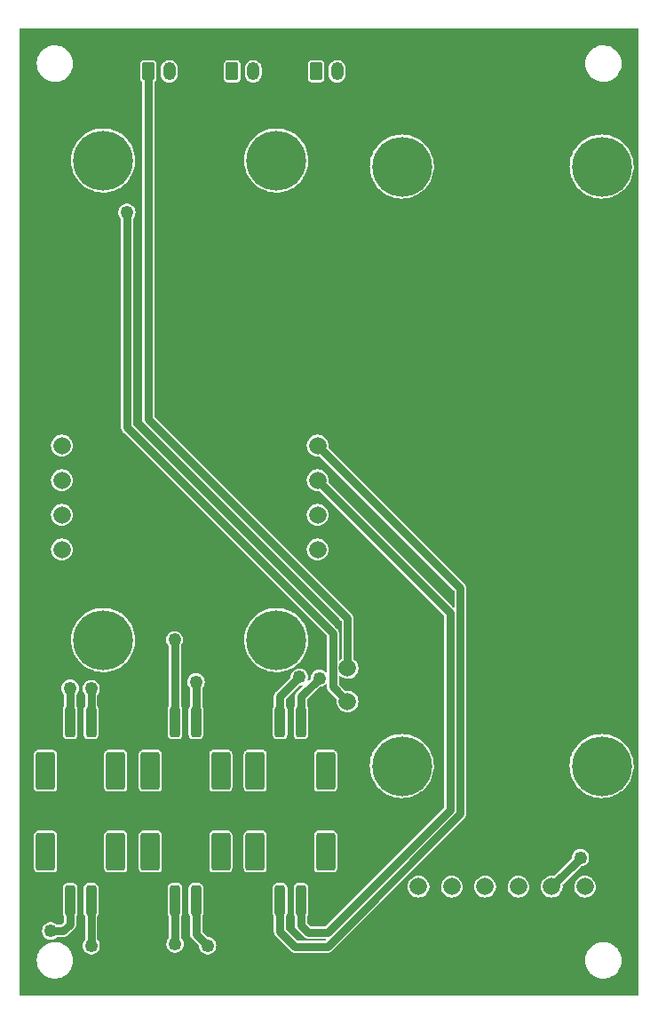
<source format=gbr>
%TF.GenerationSoftware,KiCad,Pcbnew,6.0.1*%
%TF.CreationDate,2022-02-08T14:35:25-06:00*%
%TF.ProjectId,ALTIMETER_HOLDER,414c5449-4d45-4544-9552-5f484f4c4445,rev?*%
%TF.SameCoordinates,Original*%
%TF.FileFunction,Copper,L1,Top*%
%TF.FilePolarity,Positive*%
%FSLAX46Y46*%
G04 Gerber Fmt 4.6, Leading zero omitted, Abs format (unit mm)*
G04 Created by KiCad (PCBNEW 6.0.1) date 2022-02-08 14:35:25*
%MOMM*%
%LPD*%
G01*
G04 APERTURE LIST*
G04 Aperture macros list*
%AMRoundRect*
0 Rectangle with rounded corners*
0 $1 Rounding radius*
0 $2 $3 $4 $5 $6 $7 $8 $9 X,Y pos of 4 corners*
0 Add a 4 corners polygon primitive as box body*
4,1,4,$2,$3,$4,$5,$6,$7,$8,$9,$2,$3,0*
0 Add four circle primitives for the rounded corners*
1,1,$1+$1,$2,$3*
1,1,$1+$1,$4,$5*
1,1,$1+$1,$6,$7*
1,1,$1+$1,$8,$9*
0 Add four rect primitives between the rounded corners*
20,1,$1+$1,$2,$3,$4,$5,0*
20,1,$1+$1,$4,$5,$6,$7,0*
20,1,$1+$1,$6,$7,$8,$9,0*
20,1,$1+$1,$8,$9,$2,$3,0*%
G04 Aperture macros list end*
%TA.AperFunction,SMDPad,CuDef*%
%ADD10RoundRect,0.250000X0.250000X1.200000X-0.250000X1.200000X-0.250000X-1.200000X0.250000X-1.200000X0*%
%TD*%
%TA.AperFunction,SMDPad,CuDef*%
%ADD11RoundRect,0.250000X0.650000X1.550000X-0.650000X1.550000X-0.650000X-1.550000X0.650000X-1.550000X0*%
%TD*%
%TA.AperFunction,ComponentPad*%
%ADD12RoundRect,0.250000X-0.350000X-0.625000X0.350000X-0.625000X0.350000X0.625000X-0.350000X0.625000X0*%
%TD*%
%TA.AperFunction,ComponentPad*%
%ADD13O,1.200000X1.750000*%
%TD*%
%TA.AperFunction,ComponentPad*%
%ADD14C,1.660000*%
%TD*%
%TA.AperFunction,ConnectorPad*%
%ADD15C,5.700000*%
%TD*%
%TA.AperFunction,ComponentPad*%
%ADD16C,3.600000*%
%TD*%
%TA.AperFunction,SMDPad,CuDef*%
%ADD17RoundRect,0.250000X-0.250000X-1.200000X0.250000X-1.200000X0.250000X1.200000X-0.250000X1.200000X0*%
%TD*%
%TA.AperFunction,SMDPad,CuDef*%
%ADD18RoundRect,0.250000X-0.650000X-1.550000X0.650000X-1.550000X0.650000X1.550000X-0.650000X1.550000X0*%
%TD*%
%TA.AperFunction,ViaPad*%
%ADD19C,1.250000*%
%TD*%
%TA.AperFunction,Conductor*%
%ADD20C,0.750000*%
%TD*%
G04 APERTURE END LIST*
D10*
%TO.P,J4,1,Pin_1*%
%TO.N,/TM_SWITCH_P*%
X6950000Y-66275000D03*
%TO.P,J4,2,Pin_2*%
%TO.N,/TM_SWITCH_N*%
X4950000Y-66275000D03*
D11*
%TO.P,J4,MP*%
%TO.N,N/C*%
X2600000Y-70925000D03*
X9300000Y-70925000D03*
%TD*%
D10*
%TO.P,J6,1,Pin_1*%
%TO.N,/TM_DROGUE_P*%
X26950000Y-66275000D03*
%TO.P,J6,2,Pin_2*%
%TO.N,/TM_DROGUE_N*%
X24950000Y-66275000D03*
D11*
%TO.P,J6,MP*%
%TO.N,N/C*%
X29300000Y-70925000D03*
X22600000Y-70925000D03*
%TD*%
D12*
%TO.P,J3,1,Pin_1*%
%TO.N,Net-(J2-Pad2)*%
X28400000Y-4250000D03*
D13*
%TO.P,J3,2,Pin_2*%
%TO.N,SL_POWER_NEGATIVE*%
X30400000Y-4250000D03*
%TD*%
D14*
%TO.P,A2,1,SWITCH0*%
%TO.N,/SL_SWITCH_P*%
X4162000Y-39918000D03*
%TO.P,A2,2,SWITCH1*%
%TO.N,/SL_SWITCH_N*%
X4162000Y-43220000D03*
%TO.P,A2,3,POSITIVE*%
%TO.N,SL_POWER_POSITIVE*%
X4162000Y-46522000D03*
%TO.P,A2,4,NEGATIVE*%
%TO.N,SL_POWER_NEGATIVE*%
X4162000Y-49824000D03*
%TO.P,A2,5,DROGUE0*%
%TO.N,/SL_DROGUE_P*%
X28538000Y-39918000D03*
%TO.P,A2,6,DROGUE1*%
%TO.N,/SL_DROGUE_N*%
X28538000Y-43220000D03*
%TO.P,A2,7,MAIN0*%
%TO.N,/SL_MAIN_P*%
X28538000Y-46522000D03*
%TO.P,A2,8,MAIN1*%
%TO.N,/SL_MAIN_N*%
X28538000Y-49824000D03*
D15*
%TO.P,A2,~*%
%TO.N,N/C*%
X8095000Y-12740000D03*
D16*
X24605000Y-12740000D03*
D15*
X24605000Y-12740000D03*
D16*
X8095000Y-58460000D03*
D15*
X24605000Y-58460000D03*
D16*
X24605000Y-58460000D03*
D15*
X8095000Y-58460000D03*
D16*
X8095000Y-12740000D03*
%TD*%
D12*
%TO.P,J1,1,Pin_1*%
%TO.N,TM_POWER_POSITIVE*%
X12400000Y-4250000D03*
D13*
%TO.P,J1,2,Pin_2*%
%TO.N,TM_POWER_NEGATIVE*%
X14400000Y-4250000D03*
%TD*%
D10*
%TO.P,J5,1,Pin_1*%
%TO.N,/TM_MAIN_P*%
X16950000Y-66275000D03*
%TO.P,J5,2,Pin_2*%
%TO.N,/TM_MAIN_N*%
X14950000Y-66275000D03*
D11*
%TO.P,J5,MP*%
%TO.N,N/C*%
X12600000Y-70925000D03*
X19300000Y-70925000D03*
%TD*%
D12*
%TO.P,J2,1,Pin_1*%
%TO.N,SL_POWER_POSITIVE*%
X20400000Y-4250000D03*
D13*
%TO.P,J2,2,Pin_2*%
%TO.N,Net-(J2-Pad2)*%
X22400000Y-4250000D03*
%TD*%
D17*
%TO.P,J9,1,Pin_1*%
%TO.N,/SL_DROGUE_P*%
X24950000Y-83275000D03*
%TO.P,J9,2,Pin_2*%
%TO.N,/SL_DROGUE_N*%
X26950000Y-83275000D03*
D18*
%TO.P,J9,MP*%
%TO.N,N/C*%
X22600000Y-78625000D03*
X29300000Y-78625000D03*
%TD*%
D17*
%TO.P,J8,1,Pin_1*%
%TO.N,/SL_MAIN_P*%
X14950000Y-83275000D03*
%TO.P,J8,2,Pin_2*%
%TO.N,/SL_MAIN_N*%
X16950000Y-83275000D03*
D18*
%TO.P,J8,MP*%
%TO.N,N/C*%
X19300000Y-78625000D03*
X12600000Y-78625000D03*
%TD*%
D17*
%TO.P,J7,1,Pin_1*%
%TO.N,/SL_SWITCH_P*%
X4950000Y-83275000D03*
%TO.P,J7,2,Pin_2*%
%TO.N,/SL_SWITCH_N*%
X6950000Y-83275000D03*
D18*
%TO.P,J7,MP*%
%TO.N,N/C*%
X9300000Y-78625000D03*
X2600000Y-78625000D03*
%TD*%
D14*
%TO.P,A1,1,POSITIVE*%
%TO.N,TM_POWER_POSITIVE*%
X31400000Y-61140900D03*
%TO.P,A1,2,NEGATIVE*%
%TO.N,TM_POWER_NEGATIVE*%
X31400000Y-64315900D03*
%TO.P,A1,3,SWITCH0*%
%TO.N,/TM_SWITCH_P*%
X38162500Y-81975000D03*
%TO.P,A1,4,SWITCH1*%
%TO.N,/TM_SWITCH_N*%
X41337500Y-81975000D03*
%TO.P,A1,5,MAIN0*%
%TO.N,/TM_MAIN_P*%
X44512500Y-81975000D03*
%TO.P,A1,6,MAIN1*%
%TO.N,/TM_MAIN_N*%
X47687500Y-81975000D03*
%TO.P,A1,7,DROGUE0*%
%TO.N,/TM_DROGUE_P*%
X50862500Y-81975000D03*
%TO.P,A1,8,DROGUE1*%
%TO.N,/TM_DROGUE_N*%
X54037500Y-81975000D03*
D15*
%TO.P,A1,~*%
%TO.N,N/C*%
X36575000Y-70475400D03*
D16*
X36575000Y-70475400D03*
D15*
X36575000Y-13325400D03*
D16*
X55625000Y-13325400D03*
X55625000Y-70475400D03*
D15*
X55625000Y-13325400D03*
D16*
X36575000Y-13325400D03*
D15*
X55625000Y-70475400D03*
%TD*%
D19*
%TO.N,/TM_SWITCH_P*%
X6950000Y-63100000D03*
%TO.N,/TM_SWITCH_N*%
X4950000Y-63050000D03*
%TO.N,/TM_MAIN_P*%
X16950000Y-62450000D03*
%TO.N,/TM_MAIN_N*%
X14900000Y-58450000D03*
%TO.N,/TM_DROGUE_P*%
X53600000Y-79200000D03*
X28700000Y-62100000D03*
%TO.N,/TM_DROGUE_N*%
X26800000Y-62000000D03*
%TO.N,TM_POWER_NEGATIVE*%
X10350000Y-17700000D03*
%TO.N,/SL_SWITCH_P*%
X3100000Y-86200000D03*
%TO.N,/SL_SWITCH_N*%
X6950000Y-87600000D03*
%TO.N,/SL_MAIN_P*%
X14950000Y-87450000D03*
%TO.N,/SL_MAIN_N*%
X18050000Y-87600000D03*
%TD*%
D20*
%TO.N,/TM_DROGUE_N*%
X24950000Y-63850000D02*
X24950000Y-66275000D01*
X26800000Y-62000000D02*
X24950000Y-63850000D01*
%TO.N,/TM_DROGUE_P*%
X28700000Y-62100000D02*
X26950000Y-63850000D01*
X26950000Y-63850000D02*
X26950000Y-66275000D01*
%TO.N,TM_POWER_POSITIVE*%
X12400000Y-4250000D02*
X12400000Y-37400000D01*
X12400000Y-37400000D02*
X31400000Y-56400000D01*
X31400000Y-56400000D02*
X31400000Y-61140900D01*
%TO.N,/TM_SWITCH_P*%
X6950000Y-63100000D02*
X6950000Y-66275000D01*
%TO.N,/TM_SWITCH_N*%
X4950000Y-66275000D02*
X4950000Y-63050000D01*
%TO.N,/TM_MAIN_P*%
X16950000Y-66275000D02*
X16950000Y-62450000D01*
%TO.N,/TM_MAIN_N*%
X14950000Y-58500000D02*
X14900000Y-58450000D01*
X14950000Y-66275000D02*
X14950000Y-58500000D01*
%TO.N,/TM_DROGUE_P*%
X53600000Y-79200000D02*
X53600000Y-79237500D01*
X53600000Y-79237500D02*
X50862500Y-81975000D01*
%TO.N,TM_POWER_NEGATIVE*%
X31400000Y-64315900D02*
X29995489Y-62911389D01*
X10350000Y-38150000D02*
X10350000Y-17700000D01*
X29995489Y-62911389D02*
X29995489Y-57795489D01*
X29995489Y-57795489D02*
X10350000Y-38150000D01*
%TO.N,/SL_DROGUE_P*%
X29492824Y-87700000D02*
X42149520Y-75043304D01*
X24950000Y-86250000D02*
X26400000Y-87700000D01*
X24950000Y-83275000D02*
X24950000Y-86250000D01*
X42149520Y-53529520D02*
X28538000Y-39918000D01*
X26400000Y-87700000D02*
X29492824Y-87700000D01*
X42149520Y-75043304D02*
X42149520Y-53529520D01*
%TO.N,/SL_DROGUE_N*%
X41200000Y-55882000D02*
X28538000Y-43220000D01*
X29500000Y-86350000D02*
X41200000Y-74650000D01*
X41200000Y-74650000D02*
X41200000Y-55882000D01*
X27650000Y-86350000D02*
X29500000Y-86350000D01*
X26950000Y-85650000D02*
X27650000Y-86350000D01*
X26950000Y-83275000D02*
X26950000Y-85650000D01*
%TO.N,/SL_SWITCH_P*%
X4300000Y-86200000D02*
X4950000Y-85550000D01*
X3100000Y-86200000D02*
X4300000Y-86200000D01*
X4950000Y-85550000D02*
X4950000Y-83275000D01*
%TO.N,/SL_SWITCH_N*%
X6950000Y-87600000D02*
X6950000Y-83275000D01*
%TO.N,SL_POWER_NEGATIVE*%
X30400000Y-3975000D02*
X30399200Y-3974200D01*
%TO.N,/SL_MAIN_P*%
X14950000Y-83275000D02*
X14950000Y-87450000D01*
%TO.N,/SL_MAIN_N*%
X16950000Y-83275000D02*
X16950000Y-86500000D01*
X16950000Y-86500000D02*
X18050000Y-87600000D01*
%TD*%
%TA.AperFunction,NonConductor*%
G36*
X59141255Y-148745D02*
G01*
X59160000Y-194000D01*
X59160000Y-92306000D01*
X59141255Y-92351255D01*
X59096000Y-92370000D01*
X194000Y-92370000D01*
X148745Y-92351255D01*
X130000Y-92306000D01*
X130000Y-88954587D01*
X1765743Y-88954587D01*
X1766199Y-88964085D01*
X1778080Y-89211425D01*
X1828245Y-89463619D01*
X1915135Y-89705627D01*
X2036842Y-89932135D01*
X2190691Y-90138165D01*
X2373304Y-90319191D01*
X2375221Y-90320597D01*
X2375225Y-90320600D01*
X2440760Y-90368652D01*
X2580669Y-90471237D01*
X2808230Y-90590963D01*
X2924071Y-90631416D01*
X3048750Y-90674956D01*
X3048757Y-90674958D01*
X3050988Y-90675737D01*
X3303609Y-90723699D01*
X3305968Y-90723792D01*
X3305971Y-90723792D01*
X3558177Y-90733701D01*
X3558178Y-90733701D01*
X3560545Y-90733794D01*
X3688348Y-90719798D01*
X3813796Y-90706059D01*
X3813797Y-90706059D01*
X3816151Y-90705801D01*
X3818437Y-90705199D01*
X3818443Y-90705198D01*
X4062515Y-90640939D01*
X4062518Y-90640938D01*
X4064812Y-90640334D01*
X4301065Y-90538832D01*
X4303082Y-90537584D01*
X4517707Y-90404770D01*
X4517710Y-90404768D01*
X4519720Y-90403524D01*
X4715973Y-90237383D01*
X4816478Y-90122780D01*
X4883955Y-90045837D01*
X4883957Y-90045835D01*
X4885514Y-90044059D01*
X5024617Y-89827799D01*
X5130227Y-89593354D01*
X5200023Y-89345874D01*
X5204505Y-89310647D01*
X5232270Y-89092387D01*
X5232473Y-89090795D01*
X5234851Y-89000000D01*
X5231476Y-88954587D01*
X54055743Y-88954587D01*
X54056199Y-88964085D01*
X54068080Y-89211425D01*
X54118245Y-89463619D01*
X54205135Y-89705627D01*
X54326842Y-89932135D01*
X54480691Y-90138165D01*
X54663304Y-90319191D01*
X54665221Y-90320597D01*
X54665225Y-90320600D01*
X54730760Y-90368652D01*
X54870669Y-90471237D01*
X55098230Y-90590963D01*
X55214071Y-90631416D01*
X55338750Y-90674956D01*
X55338757Y-90674958D01*
X55340988Y-90675737D01*
X55593609Y-90723699D01*
X55595968Y-90723792D01*
X55595971Y-90723792D01*
X55848177Y-90733701D01*
X55848178Y-90733701D01*
X55850545Y-90733794D01*
X55978348Y-90719798D01*
X56103796Y-90706059D01*
X56103797Y-90706059D01*
X56106151Y-90705801D01*
X56108437Y-90705199D01*
X56108443Y-90705198D01*
X56352515Y-90640939D01*
X56352518Y-90640938D01*
X56354812Y-90640334D01*
X56591065Y-90538832D01*
X56593082Y-90537584D01*
X56807707Y-90404770D01*
X56807710Y-90404768D01*
X56809720Y-90403524D01*
X57005973Y-90237383D01*
X57106478Y-90122780D01*
X57173955Y-90045837D01*
X57173957Y-90045835D01*
X57175514Y-90044059D01*
X57314617Y-89827799D01*
X57420227Y-89593354D01*
X57490023Y-89345874D01*
X57494505Y-89310647D01*
X57522270Y-89092387D01*
X57522473Y-89090795D01*
X57524851Y-89000000D01*
X57505795Y-88743573D01*
X57501491Y-88724549D01*
X57449569Y-88495091D01*
X57449046Y-88492779D01*
X57355851Y-88253127D01*
X57228257Y-88029884D01*
X57157806Y-87940517D01*
X57070541Y-87829823D01*
X57069066Y-87827952D01*
X56985359Y-87749208D01*
X56883509Y-87653397D01*
X56883507Y-87653395D01*
X56881777Y-87651768D01*
X56879823Y-87650413D01*
X56879820Y-87650410D01*
X56672453Y-87506555D01*
X56670503Y-87505202D01*
X56439887Y-87391474D01*
X56194993Y-87313083D01*
X55941202Y-87271751D01*
X55938838Y-87271720D01*
X55938837Y-87271720D01*
X55686458Y-87268416D01*
X55684090Y-87268385D01*
X55681739Y-87268705D01*
X55681738Y-87268705D01*
X55514924Y-87291408D01*
X55429304Y-87303060D01*
X55271054Y-87349185D01*
X55184723Y-87374348D01*
X55184721Y-87374349D01*
X55182442Y-87375013D01*
X54948928Y-87482665D01*
X54912490Y-87506555D01*
X54735875Y-87622348D01*
X54735870Y-87622352D01*
X54733890Y-87623650D01*
X54732124Y-87625226D01*
X54732119Y-87625230D01*
X54620217Y-87725107D01*
X54542053Y-87794871D01*
X54540536Y-87796695D01*
X54540534Y-87796697D01*
X54454005Y-87900737D01*
X54377631Y-87992567D01*
X54244236Y-88212394D01*
X54243321Y-88214576D01*
X54243320Y-88214578D01*
X54218066Y-88274802D01*
X54144800Y-88449524D01*
X54081505Y-88698746D01*
X54055743Y-88954587D01*
X5231476Y-88954587D01*
X5215795Y-88743573D01*
X5211491Y-88724549D01*
X5159569Y-88495091D01*
X5159046Y-88492779D01*
X5065851Y-88253127D01*
X4938257Y-88029884D01*
X4867806Y-87940517D01*
X4780541Y-87829823D01*
X4779066Y-87827952D01*
X4695359Y-87749208D01*
X4593509Y-87653397D01*
X4593507Y-87653395D01*
X4591777Y-87651768D01*
X4589823Y-87650413D01*
X4589820Y-87650410D01*
X4517154Y-87600000D01*
X6119953Y-87600000D01*
X6120304Y-87603339D01*
X6126174Y-87659183D01*
X6138092Y-87772576D01*
X6156692Y-87829823D01*
X6190678Y-87934424D01*
X6190680Y-87934428D01*
X6191714Y-87937611D01*
X6278478Y-88087889D01*
X6394590Y-88216845D01*
X6534976Y-88318842D01*
X6538040Y-88320206D01*
X6690441Y-88388060D01*
X6690444Y-88388061D01*
X6693501Y-88389422D01*
X6863236Y-88425500D01*
X7036764Y-88425500D01*
X7206499Y-88389422D01*
X7209556Y-88388061D01*
X7209559Y-88388060D01*
X7361960Y-88320206D01*
X7365024Y-88318842D01*
X7505410Y-88216845D01*
X7621522Y-88087889D01*
X7708286Y-87937611D01*
X7709320Y-87934428D01*
X7709322Y-87934424D01*
X7743308Y-87829823D01*
X7761908Y-87772576D01*
X7773827Y-87659183D01*
X7779696Y-87603339D01*
X7780047Y-87600000D01*
X7764281Y-87450000D01*
X14119953Y-87450000D01*
X14120304Y-87453339D01*
X14133488Y-87578770D01*
X14138092Y-87622576D01*
X14145333Y-87644861D01*
X14190678Y-87784424D01*
X14190680Y-87784428D01*
X14191714Y-87787611D01*
X14278478Y-87937889D01*
X14394590Y-88066845D01*
X14534976Y-88168842D01*
X14538040Y-88170206D01*
X14690441Y-88238060D01*
X14690444Y-88238061D01*
X14693501Y-88239422D01*
X14863236Y-88275500D01*
X15036764Y-88275500D01*
X15206499Y-88239422D01*
X15209556Y-88238061D01*
X15209559Y-88238060D01*
X15361960Y-88170206D01*
X15365024Y-88168842D01*
X15505410Y-88066845D01*
X15621522Y-87937889D01*
X15708286Y-87787611D01*
X15709320Y-87784428D01*
X15709322Y-87784424D01*
X15754667Y-87644861D01*
X15761908Y-87622576D01*
X15766513Y-87578770D01*
X15779696Y-87453339D01*
X15780047Y-87450000D01*
X15774006Y-87392525D01*
X15762259Y-87280760D01*
X15762258Y-87280757D01*
X15761908Y-87277424D01*
X15712221Y-87124500D01*
X15709322Y-87115576D01*
X15709320Y-87115572D01*
X15708286Y-87112389D01*
X15621522Y-86962111D01*
X15541938Y-86873723D01*
X15525500Y-86830900D01*
X15525500Y-84813687D01*
X15538020Y-84775663D01*
X15599793Y-84692031D01*
X15599794Y-84692029D01*
X15602634Y-84688184D01*
X15647519Y-84560369D01*
X15650500Y-84528834D01*
X16249500Y-84528834D01*
X16252481Y-84560369D01*
X16297366Y-84688184D01*
X16300206Y-84692029D01*
X16300207Y-84692031D01*
X16361980Y-84775663D01*
X16374500Y-84813687D01*
X16374500Y-86458088D01*
X16373953Y-86466441D01*
X16369535Y-86500000D01*
X16370082Y-86504155D01*
X16374500Y-86537714D01*
X16371739Y-86538078D01*
X16371741Y-86538083D01*
X16374500Y-86537720D01*
X16386685Y-86630271D01*
X16389313Y-86650236D01*
X16390918Y-86654110D01*
X16390918Y-86654111D01*
X16434966Y-86760451D01*
X16444560Y-86783612D01*
X16447302Y-86790233D01*
X16449855Y-86793560D01*
X16516385Y-86880265D01*
X16516391Y-86880271D01*
X16539549Y-86910451D01*
X16542876Y-86913004D01*
X16566402Y-86931056D01*
X16572696Y-86936576D01*
X17202029Y-87565909D01*
X17220423Y-87604474D01*
X17236360Y-87756096D01*
X17238092Y-87772576D01*
X17256692Y-87829823D01*
X17290678Y-87934424D01*
X17290680Y-87934428D01*
X17291714Y-87937611D01*
X17378478Y-88087889D01*
X17494590Y-88216845D01*
X17634976Y-88318842D01*
X17638040Y-88320206D01*
X17790441Y-88388060D01*
X17790444Y-88388061D01*
X17793501Y-88389422D01*
X17963236Y-88425500D01*
X18136764Y-88425500D01*
X18306499Y-88389422D01*
X18309556Y-88388061D01*
X18309559Y-88388060D01*
X18461960Y-88320206D01*
X18465024Y-88318842D01*
X18605410Y-88216845D01*
X18721522Y-88087889D01*
X18808286Y-87937611D01*
X18809320Y-87934428D01*
X18809322Y-87934424D01*
X18843308Y-87829823D01*
X18861908Y-87772576D01*
X18873827Y-87659183D01*
X18879696Y-87603339D01*
X18880047Y-87600000D01*
X18861908Y-87427424D01*
X18821501Y-87303060D01*
X18809322Y-87265576D01*
X18809320Y-87265572D01*
X18808286Y-87262389D01*
X18721522Y-87112111D01*
X18605410Y-86983155D01*
X18465024Y-86881158D01*
X18352143Y-86830900D01*
X18309559Y-86811940D01*
X18309556Y-86811939D01*
X18306499Y-86810578D01*
X18136764Y-86774500D01*
X18064890Y-86774500D01*
X18019635Y-86755755D01*
X17544245Y-86280365D01*
X17525500Y-86235110D01*
X17525500Y-84813687D01*
X17538020Y-84775663D01*
X17599793Y-84692031D01*
X17599794Y-84692029D01*
X17602634Y-84688184D01*
X17647519Y-84560369D01*
X17650500Y-84528834D01*
X24249500Y-84528834D01*
X24252481Y-84560369D01*
X24297366Y-84688184D01*
X24300206Y-84692029D01*
X24300207Y-84692031D01*
X24361980Y-84775663D01*
X24374500Y-84813687D01*
X24374500Y-86208088D01*
X24373953Y-86216441D01*
X24369535Y-86250000D01*
X24370082Y-86254155D01*
X24374500Y-86287714D01*
X24371739Y-86288078D01*
X24371741Y-86288083D01*
X24374500Y-86287720D01*
X24385672Y-86372576D01*
X24389313Y-86400235D01*
X24447302Y-86540233D01*
X24449855Y-86543560D01*
X24516385Y-86630265D01*
X24516391Y-86630271D01*
X24539549Y-86660451D01*
X24542876Y-86663004D01*
X24566402Y-86681056D01*
X24572696Y-86686576D01*
X25963424Y-88077304D01*
X25968943Y-88083597D01*
X25989549Y-88110451D01*
X26019729Y-88133609D01*
X26019732Y-88133612D01*
X26109768Y-88202699D01*
X26113639Y-88204302D01*
X26113640Y-88204303D01*
X26128285Y-88210369D01*
X26191776Y-88236667D01*
X26249764Y-88260687D01*
X26253920Y-88261234D01*
X26253923Y-88261235D01*
X26356978Y-88274802D01*
X26362280Y-88275500D01*
X26400000Y-88280466D01*
X26404162Y-88279918D01*
X26433558Y-88276048D01*
X26441912Y-88275500D01*
X29450912Y-88275500D01*
X29459265Y-88276047D01*
X29492824Y-88280465D01*
X29530538Y-88275500D01*
X29530902Y-88278261D01*
X29530907Y-88278259D01*
X29530544Y-88275500D01*
X29535846Y-88274802D01*
X29638901Y-88261235D01*
X29638904Y-88261234D01*
X29643060Y-88260687D01*
X29661312Y-88253127D01*
X29779180Y-88204304D01*
X29779182Y-88204303D01*
X29783057Y-88202698D01*
X29812030Y-88180466D01*
X29873092Y-88133612D01*
X29873095Y-88133610D01*
X29873095Y-88133609D01*
X29899948Y-88113004D01*
X29903275Y-88110451D01*
X29923881Y-88083597D01*
X29929400Y-88077304D01*
X36046162Y-81960542D01*
X37127115Y-81960542D01*
X37144026Y-82161925D01*
X37199729Y-82356188D01*
X37292105Y-82535931D01*
X37417634Y-82694309D01*
X37420018Y-82696338D01*
X37420020Y-82696340D01*
X37455808Y-82726798D01*
X37571534Y-82825289D01*
X37747944Y-82923881D01*
X37750922Y-82924849D01*
X37750923Y-82924849D01*
X37937174Y-82985365D01*
X37937177Y-82985366D01*
X37940145Y-82986330D01*
X37943248Y-82986700D01*
X38137707Y-83009889D01*
X38137712Y-83009889D01*
X38140814Y-83010259D01*
X38143934Y-83010019D01*
X38143937Y-83010019D01*
X38339183Y-82994996D01*
X38339187Y-82994995D01*
X38342310Y-82994755D01*
X38345326Y-82993913D01*
X38345331Y-82993912D01*
X38435427Y-82968756D01*
X38536957Y-82940408D01*
X38539744Y-82939000D01*
X38539747Y-82938999D01*
X38714552Y-82850699D01*
X38714553Y-82850698D01*
X38717341Y-82849290D01*
X38876591Y-82724870D01*
X38905093Y-82691851D01*
X39006597Y-82574257D01*
X39008642Y-82571888D01*
X39108464Y-82396170D01*
X39121765Y-82356188D01*
X39171266Y-82207380D01*
X39172254Y-82204410D01*
X39177242Y-82164931D01*
X39197357Y-82005695D01*
X39197357Y-82005691D01*
X39197582Y-82003912D01*
X39197986Y-81975000D01*
X39196568Y-81960542D01*
X40302115Y-81960542D01*
X40319026Y-82161925D01*
X40374729Y-82356188D01*
X40467105Y-82535931D01*
X40592634Y-82694309D01*
X40595018Y-82696338D01*
X40595020Y-82696340D01*
X40630808Y-82726798D01*
X40746534Y-82825289D01*
X40922944Y-82923881D01*
X40925922Y-82924849D01*
X40925923Y-82924849D01*
X41112174Y-82985365D01*
X41112177Y-82985366D01*
X41115145Y-82986330D01*
X41118248Y-82986700D01*
X41312707Y-83009889D01*
X41312712Y-83009889D01*
X41315814Y-83010259D01*
X41318934Y-83010019D01*
X41318937Y-83010019D01*
X41514183Y-82994996D01*
X41514187Y-82994995D01*
X41517310Y-82994755D01*
X41520326Y-82993913D01*
X41520331Y-82993912D01*
X41610427Y-82968756D01*
X41711957Y-82940408D01*
X41714744Y-82939000D01*
X41714747Y-82938999D01*
X41889552Y-82850699D01*
X41889553Y-82850698D01*
X41892341Y-82849290D01*
X42051591Y-82724870D01*
X42080093Y-82691851D01*
X42181597Y-82574257D01*
X42183642Y-82571888D01*
X42283464Y-82396170D01*
X42296765Y-82356188D01*
X42346266Y-82207380D01*
X42347254Y-82204410D01*
X42352242Y-82164931D01*
X42372357Y-82005695D01*
X42372357Y-82005691D01*
X42372582Y-82003912D01*
X42372986Y-81975000D01*
X42371568Y-81960542D01*
X43477115Y-81960542D01*
X43494026Y-82161925D01*
X43549729Y-82356188D01*
X43642105Y-82535931D01*
X43767634Y-82694309D01*
X43770018Y-82696338D01*
X43770020Y-82696340D01*
X43805808Y-82726798D01*
X43921534Y-82825289D01*
X44097944Y-82923881D01*
X44100922Y-82924849D01*
X44100923Y-82924849D01*
X44287174Y-82985365D01*
X44287177Y-82985366D01*
X44290145Y-82986330D01*
X44293248Y-82986700D01*
X44487707Y-83009889D01*
X44487712Y-83009889D01*
X44490814Y-83010259D01*
X44493934Y-83010019D01*
X44493937Y-83010019D01*
X44689183Y-82994996D01*
X44689187Y-82994995D01*
X44692310Y-82994755D01*
X44695326Y-82993913D01*
X44695331Y-82993912D01*
X44785427Y-82968756D01*
X44886957Y-82940408D01*
X44889744Y-82939000D01*
X44889747Y-82938999D01*
X45064552Y-82850699D01*
X45064553Y-82850698D01*
X45067341Y-82849290D01*
X45226591Y-82724870D01*
X45255093Y-82691851D01*
X45356597Y-82574257D01*
X45358642Y-82571888D01*
X45458464Y-82396170D01*
X45471765Y-82356188D01*
X45521266Y-82207380D01*
X45522254Y-82204410D01*
X45527242Y-82164931D01*
X45547357Y-82005695D01*
X45547357Y-82005691D01*
X45547582Y-82003912D01*
X45547986Y-81975000D01*
X45546568Y-81960542D01*
X46652115Y-81960542D01*
X46669026Y-82161925D01*
X46724729Y-82356188D01*
X46817105Y-82535931D01*
X46942634Y-82694309D01*
X46945018Y-82696338D01*
X46945020Y-82696340D01*
X46980808Y-82726798D01*
X47096534Y-82825289D01*
X47272944Y-82923881D01*
X47275922Y-82924849D01*
X47275923Y-82924849D01*
X47462174Y-82985365D01*
X47462177Y-82985366D01*
X47465145Y-82986330D01*
X47468248Y-82986700D01*
X47662707Y-83009889D01*
X47662712Y-83009889D01*
X47665814Y-83010259D01*
X47668934Y-83010019D01*
X47668937Y-83010019D01*
X47864183Y-82994996D01*
X47864187Y-82994995D01*
X47867310Y-82994755D01*
X47870326Y-82993913D01*
X47870331Y-82993912D01*
X47960427Y-82968756D01*
X48061957Y-82940408D01*
X48064744Y-82939000D01*
X48064747Y-82938999D01*
X48239552Y-82850699D01*
X48239553Y-82850698D01*
X48242341Y-82849290D01*
X48401591Y-82724870D01*
X48430093Y-82691851D01*
X48531597Y-82574257D01*
X48533642Y-82571888D01*
X48633464Y-82396170D01*
X48646765Y-82356188D01*
X48696266Y-82207380D01*
X48697254Y-82204410D01*
X48702242Y-82164931D01*
X48722357Y-82005695D01*
X48722357Y-82005691D01*
X48722582Y-82003912D01*
X48722986Y-81975000D01*
X48721568Y-81960542D01*
X49827115Y-81960542D01*
X49844026Y-82161925D01*
X49899729Y-82356188D01*
X49992105Y-82535931D01*
X50117634Y-82694309D01*
X50120018Y-82696338D01*
X50120020Y-82696340D01*
X50155808Y-82726798D01*
X50271534Y-82825289D01*
X50447944Y-82923881D01*
X50450922Y-82924849D01*
X50450923Y-82924849D01*
X50637174Y-82985365D01*
X50637177Y-82985366D01*
X50640145Y-82986330D01*
X50643248Y-82986700D01*
X50837707Y-83009889D01*
X50837712Y-83009889D01*
X50840814Y-83010259D01*
X50843934Y-83010019D01*
X50843937Y-83010019D01*
X51039183Y-82994996D01*
X51039187Y-82994995D01*
X51042310Y-82994755D01*
X51045326Y-82993913D01*
X51045331Y-82993912D01*
X51135427Y-82968756D01*
X51236957Y-82940408D01*
X51239744Y-82939000D01*
X51239747Y-82938999D01*
X51414552Y-82850699D01*
X51414553Y-82850698D01*
X51417341Y-82849290D01*
X51576591Y-82724870D01*
X51605093Y-82691851D01*
X51706597Y-82574257D01*
X51708642Y-82571888D01*
X51808464Y-82396170D01*
X51821765Y-82356188D01*
X51871266Y-82207380D01*
X51872254Y-82204410D01*
X51877242Y-82164931D01*
X51897357Y-82005695D01*
X51897357Y-82005691D01*
X51897582Y-82003912D01*
X51897986Y-81975000D01*
X51896568Y-81960542D01*
X53002115Y-81960542D01*
X53019026Y-82161925D01*
X53074729Y-82356188D01*
X53167105Y-82535931D01*
X53292634Y-82694309D01*
X53295018Y-82696338D01*
X53295020Y-82696340D01*
X53330808Y-82726798D01*
X53446534Y-82825289D01*
X53622944Y-82923881D01*
X53625922Y-82924849D01*
X53625923Y-82924849D01*
X53812174Y-82985365D01*
X53812177Y-82985366D01*
X53815145Y-82986330D01*
X53818248Y-82986700D01*
X54012707Y-83009889D01*
X54012712Y-83009889D01*
X54015814Y-83010259D01*
X54018934Y-83010019D01*
X54018937Y-83010019D01*
X54214183Y-82994996D01*
X54214187Y-82994995D01*
X54217310Y-82994755D01*
X54220326Y-82993913D01*
X54220331Y-82993912D01*
X54310427Y-82968756D01*
X54411957Y-82940408D01*
X54414744Y-82939000D01*
X54414747Y-82938999D01*
X54589552Y-82850699D01*
X54589553Y-82850698D01*
X54592341Y-82849290D01*
X54751591Y-82724870D01*
X54780093Y-82691851D01*
X54881597Y-82574257D01*
X54883642Y-82571888D01*
X54983464Y-82396170D01*
X54996765Y-82356188D01*
X55046266Y-82207380D01*
X55047254Y-82204410D01*
X55052242Y-82164931D01*
X55072357Y-82005695D01*
X55072357Y-82005691D01*
X55072582Y-82003912D01*
X55072986Y-81975000D01*
X55053265Y-81773873D01*
X55052362Y-81770882D01*
X55052361Y-81770877D01*
X55022140Y-81670781D01*
X54994854Y-81580407D01*
X54993389Y-81577651D01*
X54993387Y-81577647D01*
X54901448Y-81404735D01*
X54901446Y-81404732D01*
X54899978Y-81401971D01*
X54772251Y-81245361D01*
X54616536Y-81116543D01*
X54601739Y-81108542D01*
X54577498Y-81095435D01*
X54438767Y-81020424D01*
X54245713Y-80960664D01*
X54044729Y-80939539D01*
X54041619Y-80939822D01*
X54041618Y-80939822D01*
X53995653Y-80944005D01*
X53843469Y-80957855D01*
X53840472Y-80958737D01*
X53840467Y-80958738D01*
X53652606Y-81014029D01*
X53652603Y-81014030D01*
X53649600Y-81014914D01*
X53636216Y-81021911D01*
X53473277Y-81107093D01*
X53473274Y-81107095D01*
X53470506Y-81108542D01*
X53313008Y-81235174D01*
X53183107Y-81389985D01*
X53085748Y-81567079D01*
X53084803Y-81570057D01*
X53084802Y-81570060D01*
X53025597Y-81756699D01*
X53024642Y-81759710D01*
X53002115Y-81960542D01*
X51896568Y-81960542D01*
X51881149Y-81803290D01*
X51895389Y-81756423D01*
X51899589Y-81751791D01*
X53607135Y-80044245D01*
X53652390Y-80025500D01*
X53686764Y-80025500D01*
X53856499Y-79989422D01*
X53859556Y-79988061D01*
X53859559Y-79988060D01*
X54011960Y-79920206D01*
X54015024Y-79918842D01*
X54155410Y-79816845D01*
X54271522Y-79687889D01*
X54358286Y-79537611D01*
X54359320Y-79534428D01*
X54359322Y-79534424D01*
X54385097Y-79455093D01*
X54411908Y-79372576D01*
X54430047Y-79200000D01*
X54411908Y-79027424D01*
X54385097Y-78944907D01*
X54359322Y-78865576D01*
X54359320Y-78865572D01*
X54358286Y-78862389D01*
X54271522Y-78712111D01*
X54155410Y-78583155D01*
X54015024Y-78481158D01*
X53964286Y-78458568D01*
X53859559Y-78411940D01*
X53859556Y-78411939D01*
X53856499Y-78410578D01*
X53686764Y-78374500D01*
X53513236Y-78374500D01*
X53343501Y-78410578D01*
X53340444Y-78411939D01*
X53340441Y-78411940D01*
X53236530Y-78458205D01*
X53184977Y-78481158D01*
X53044590Y-78583155D01*
X52928478Y-78712111D01*
X52841714Y-78862389D01*
X52840680Y-78865572D01*
X52840678Y-78865576D01*
X52814903Y-78944906D01*
X52788092Y-79027424D01*
X52769953Y-79200000D01*
X52770304Y-79203339D01*
X52770304Y-79203341D01*
X52771866Y-79218204D01*
X52757954Y-79265170D01*
X52753472Y-79270148D01*
X51085279Y-80938341D01*
X51040024Y-80957086D01*
X51033334Y-80956735D01*
X50872840Y-80939866D01*
X50869729Y-80939539D01*
X50866619Y-80939822D01*
X50866618Y-80939822D01*
X50820653Y-80944005D01*
X50668469Y-80957855D01*
X50665472Y-80958737D01*
X50665467Y-80958738D01*
X50477606Y-81014029D01*
X50477603Y-81014030D01*
X50474600Y-81014914D01*
X50461216Y-81021911D01*
X50298277Y-81107093D01*
X50298274Y-81107095D01*
X50295506Y-81108542D01*
X50138008Y-81235174D01*
X50008107Y-81389985D01*
X49910748Y-81567079D01*
X49909803Y-81570057D01*
X49909802Y-81570060D01*
X49850597Y-81756699D01*
X49849642Y-81759710D01*
X49827115Y-81960542D01*
X48721568Y-81960542D01*
X48703265Y-81773873D01*
X48702362Y-81770882D01*
X48702361Y-81770877D01*
X48672140Y-81670781D01*
X48644854Y-81580407D01*
X48643389Y-81577651D01*
X48643387Y-81577647D01*
X48551448Y-81404735D01*
X48551446Y-81404732D01*
X48549978Y-81401971D01*
X48422251Y-81245361D01*
X48266536Y-81116543D01*
X48251739Y-81108542D01*
X48227498Y-81095435D01*
X48088767Y-81020424D01*
X47895713Y-80960664D01*
X47694729Y-80939539D01*
X47691619Y-80939822D01*
X47691618Y-80939822D01*
X47645653Y-80944005D01*
X47493469Y-80957855D01*
X47490472Y-80958737D01*
X47490467Y-80958738D01*
X47302606Y-81014029D01*
X47302603Y-81014030D01*
X47299600Y-81014914D01*
X47286216Y-81021911D01*
X47123277Y-81107093D01*
X47123274Y-81107095D01*
X47120506Y-81108542D01*
X46963008Y-81235174D01*
X46833107Y-81389985D01*
X46735748Y-81567079D01*
X46734803Y-81570057D01*
X46734802Y-81570060D01*
X46675597Y-81756699D01*
X46674642Y-81759710D01*
X46652115Y-81960542D01*
X45546568Y-81960542D01*
X45528265Y-81773873D01*
X45527362Y-81770882D01*
X45527361Y-81770877D01*
X45497140Y-81670781D01*
X45469854Y-81580407D01*
X45468389Y-81577651D01*
X45468387Y-81577647D01*
X45376448Y-81404735D01*
X45376446Y-81404732D01*
X45374978Y-81401971D01*
X45247251Y-81245361D01*
X45091536Y-81116543D01*
X45076739Y-81108542D01*
X45052498Y-81095435D01*
X44913767Y-81020424D01*
X44720713Y-80960664D01*
X44519729Y-80939539D01*
X44516619Y-80939822D01*
X44516618Y-80939822D01*
X44470653Y-80944005D01*
X44318469Y-80957855D01*
X44315472Y-80958737D01*
X44315467Y-80958738D01*
X44127606Y-81014029D01*
X44127603Y-81014030D01*
X44124600Y-81014914D01*
X44111216Y-81021911D01*
X43948277Y-81107093D01*
X43948274Y-81107095D01*
X43945506Y-81108542D01*
X43788008Y-81235174D01*
X43658107Y-81389985D01*
X43560748Y-81567079D01*
X43559803Y-81570057D01*
X43559802Y-81570060D01*
X43500597Y-81756699D01*
X43499642Y-81759710D01*
X43477115Y-81960542D01*
X42371568Y-81960542D01*
X42353265Y-81773873D01*
X42352362Y-81770882D01*
X42352361Y-81770877D01*
X42322140Y-81670781D01*
X42294854Y-81580407D01*
X42293389Y-81577651D01*
X42293387Y-81577647D01*
X42201448Y-81404735D01*
X42201446Y-81404732D01*
X42199978Y-81401971D01*
X42072251Y-81245361D01*
X41916536Y-81116543D01*
X41901739Y-81108542D01*
X41877498Y-81095435D01*
X41738767Y-81020424D01*
X41545713Y-80960664D01*
X41344729Y-80939539D01*
X41341619Y-80939822D01*
X41341618Y-80939822D01*
X41295653Y-80944005D01*
X41143469Y-80957855D01*
X41140472Y-80958737D01*
X41140467Y-80958738D01*
X40952606Y-81014029D01*
X40952603Y-81014030D01*
X40949600Y-81014914D01*
X40936216Y-81021911D01*
X40773277Y-81107093D01*
X40773274Y-81107095D01*
X40770506Y-81108542D01*
X40613008Y-81235174D01*
X40483107Y-81389985D01*
X40385748Y-81567079D01*
X40384803Y-81570057D01*
X40384802Y-81570060D01*
X40325597Y-81756699D01*
X40324642Y-81759710D01*
X40302115Y-81960542D01*
X39196568Y-81960542D01*
X39178265Y-81773873D01*
X39177362Y-81770882D01*
X39177361Y-81770877D01*
X39147140Y-81670781D01*
X39119854Y-81580407D01*
X39118389Y-81577651D01*
X39118387Y-81577647D01*
X39026448Y-81404735D01*
X39026446Y-81404732D01*
X39024978Y-81401971D01*
X38897251Y-81245361D01*
X38741536Y-81116543D01*
X38726739Y-81108542D01*
X38702498Y-81095435D01*
X38563767Y-81020424D01*
X38370713Y-80960664D01*
X38169729Y-80939539D01*
X38166619Y-80939822D01*
X38166618Y-80939822D01*
X38120653Y-80944005D01*
X37968469Y-80957855D01*
X37965472Y-80958737D01*
X37965467Y-80958738D01*
X37777606Y-81014029D01*
X37777603Y-81014030D01*
X37774600Y-81014914D01*
X37761216Y-81021911D01*
X37598277Y-81107093D01*
X37598274Y-81107095D01*
X37595506Y-81108542D01*
X37438008Y-81235174D01*
X37308107Y-81389985D01*
X37210748Y-81567079D01*
X37209803Y-81570057D01*
X37209802Y-81570060D01*
X37150597Y-81756699D01*
X37149642Y-81759710D01*
X37127115Y-81960542D01*
X36046162Y-81960542D01*
X42526824Y-75479880D01*
X42533118Y-75474360D01*
X42556644Y-75456308D01*
X42559971Y-75453755D01*
X42583129Y-75423575D01*
X42583135Y-75423569D01*
X42649665Y-75336864D01*
X42652218Y-75333537D01*
X42710207Y-75193540D01*
X42715584Y-75152698D01*
X42725020Y-75081024D01*
X42727779Y-75081387D01*
X42727781Y-75081383D01*
X42725020Y-75081019D01*
X42729438Y-75047459D01*
X42729985Y-75043304D01*
X42725567Y-75009745D01*
X42725020Y-75001392D01*
X42725020Y-70432741D01*
X52569991Y-70432741D01*
X52584275Y-70773546D01*
X52584548Y-70775307D01*
X52584548Y-70775311D01*
X52603947Y-70900617D01*
X52636459Y-71110634D01*
X52636929Y-71112364D01*
X52669834Y-71233474D01*
X52725892Y-71439805D01*
X52851461Y-71756955D01*
X53011600Y-72058132D01*
X53204312Y-72339581D01*
X53205475Y-72340928D01*
X53205477Y-72340931D01*
X53290398Y-72439313D01*
X53427196Y-72597795D01*
X53677474Y-72829555D01*
X53952026Y-73031972D01*
X54247431Y-73202524D01*
X54560005Y-73339084D01*
X54885854Y-73439951D01*
X54887605Y-73440285D01*
X54887613Y-73440287D01*
X55219148Y-73503531D01*
X55219153Y-73503532D01*
X55220916Y-73503868D01*
X55561014Y-73530037D01*
X55901910Y-73518133D01*
X56145022Y-73482233D01*
X56237582Y-73468565D01*
X56237585Y-73468564D01*
X56239355Y-73468303D01*
X56241077Y-73467848D01*
X56241082Y-73467847D01*
X56567416Y-73381626D01*
X56569142Y-73381170D01*
X56887161Y-73257818D01*
X57189448Y-73099786D01*
X57190933Y-73098785D01*
X57190937Y-73098782D01*
X57470744Y-72910050D01*
X57470751Y-72910044D01*
X57472236Y-72909043D01*
X57507279Y-72879219D01*
X57730633Y-72689130D01*
X57730637Y-72689126D01*
X57731999Y-72687967D01*
X57733221Y-72686666D01*
X57733227Y-72686660D01*
X57964277Y-72440616D01*
X57965501Y-72439313D01*
X57966563Y-72437893D01*
X57966570Y-72437885D01*
X58168763Y-72167608D01*
X58168767Y-72167602D01*
X58169830Y-72166181D01*
X58234153Y-72056546D01*
X58341534Y-71873518D01*
X58342440Y-71871974D01*
X58481179Y-71560361D01*
X58584319Y-71235224D01*
X58650573Y-70900617D01*
X58650721Y-70898858D01*
X58650722Y-70898849D01*
X58679023Y-70561818D01*
X58679023Y-70561814D01*
X58679116Y-70560709D01*
X58680307Y-70475400D01*
X58661266Y-70134828D01*
X58654102Y-70092468D01*
X58604679Y-69800263D01*
X58604381Y-69798501D01*
X58591980Y-69755251D01*
X58510852Y-69472326D01*
X58510851Y-69472322D01*
X58510360Y-69470611D01*
X58493121Y-69428785D01*
X58478313Y-69392860D01*
X58380375Y-69155245D01*
X58216047Y-68856334D01*
X58019424Y-68577603D01*
X57792956Y-68322526D01*
X57539467Y-68094283D01*
X57538011Y-68093240D01*
X57538004Y-68093235D01*
X57263576Y-67896765D01*
X57262115Y-67895719D01*
X56964358Y-67729308D01*
X56649908Y-67597125D01*
X56648196Y-67596621D01*
X56324406Y-67501325D01*
X56324399Y-67501323D01*
X56322682Y-67500818D01*
X56320918Y-67500507D01*
X56320914Y-67500506D01*
X56171709Y-67474197D01*
X55986760Y-67441586D01*
X55843860Y-67432595D01*
X55648101Y-67420278D01*
X55648093Y-67420278D01*
X55646330Y-67420167D01*
X55418150Y-67431327D01*
X55307408Y-67436743D01*
X55307405Y-67436743D01*
X55305633Y-67436830D01*
X55303882Y-67437114D01*
X55303878Y-67437114D01*
X54970683Y-67491080D01*
X54970681Y-67491081D01*
X54968918Y-67491366D01*
X54967194Y-67491847D01*
X54967191Y-67491848D01*
X54933249Y-67501325D01*
X54640379Y-67583096D01*
X54638729Y-67583763D01*
X54638728Y-67583763D01*
X54325769Y-67710207D01*
X54325764Y-67710209D01*
X54324114Y-67710876D01*
X54322550Y-67711722D01*
X54322545Y-67711724D01*
X54025624Y-67872268D01*
X54025618Y-67872272D01*
X54024062Y-67873113D01*
X54022608Y-67874123D01*
X54022604Y-67874126D01*
X53745432Y-68066765D01*
X53745427Y-68066769D01*
X53743965Y-68067785D01*
X53742619Y-68068963D01*
X53742613Y-68068968D01*
X53712320Y-68095488D01*
X53487314Y-68292467D01*
X53486104Y-68293792D01*
X53486101Y-68293795D01*
X53384398Y-68405174D01*
X53257307Y-68544356D01*
X53056811Y-68820315D01*
X53035459Y-68857902D01*
X52922527Y-69056699D01*
X52888326Y-69116903D01*
X52887621Y-69118549D01*
X52887619Y-69118552D01*
X52812630Y-69293514D01*
X52753951Y-69430423D01*
X52753435Y-69432133D01*
X52753434Y-69432135D01*
X52741300Y-69472326D01*
X52655361Y-69756969D01*
X52655039Y-69758721D01*
X52655038Y-69758727D01*
X52647738Y-69798501D01*
X52593785Y-70092468D01*
X52593661Y-70094245D01*
X52593660Y-70094251D01*
X52590823Y-70134828D01*
X52569991Y-70432741D01*
X42725020Y-70432741D01*
X42725020Y-53571432D01*
X42725567Y-53563079D01*
X42729438Y-53533675D01*
X42729985Y-53529520D01*
X42725020Y-53491805D01*
X42727781Y-53491441D01*
X42727779Y-53491437D01*
X42725020Y-53491800D01*
X42710755Y-53383443D01*
X42710754Y-53383440D01*
X42710207Y-53379284D01*
X42652218Y-53239287D01*
X42583132Y-53149252D01*
X42583129Y-53149249D01*
X42583126Y-53149245D01*
X42562527Y-53122399D01*
X42562524Y-53122396D01*
X42559971Y-53119069D01*
X42533117Y-53098463D01*
X42526824Y-53092944D01*
X29573685Y-40139805D01*
X29554940Y-40094550D01*
X29555445Y-40086529D01*
X29572857Y-39948695D01*
X29572857Y-39948691D01*
X29573082Y-39946912D01*
X29573486Y-39918000D01*
X29553765Y-39716873D01*
X29552862Y-39713882D01*
X29552861Y-39713877D01*
X29524560Y-39620140D01*
X29495354Y-39523407D01*
X29493889Y-39520651D01*
X29493887Y-39520647D01*
X29401948Y-39347735D01*
X29401946Y-39347732D01*
X29400478Y-39344971D01*
X29272751Y-39188361D01*
X29117036Y-39059543D01*
X29102239Y-39051542D01*
X29077998Y-39038435D01*
X28939267Y-38963424D01*
X28746213Y-38903664D01*
X28545229Y-38882539D01*
X28542119Y-38882822D01*
X28542118Y-38882822D01*
X28496153Y-38887005D01*
X28343969Y-38900855D01*
X28340972Y-38901737D01*
X28340967Y-38901738D01*
X28153106Y-38957029D01*
X28153103Y-38957030D01*
X28150100Y-38957914D01*
X28136716Y-38964911D01*
X27973777Y-39050093D01*
X27973774Y-39050095D01*
X27971006Y-39051542D01*
X27813508Y-39178174D01*
X27683607Y-39332985D01*
X27586248Y-39510079D01*
X27585303Y-39513057D01*
X27585302Y-39513060D01*
X27526087Y-39699730D01*
X27525142Y-39702710D01*
X27502615Y-39903542D01*
X27519526Y-40104925D01*
X27575229Y-40299188D01*
X27667605Y-40478931D01*
X27793134Y-40637309D01*
X27795518Y-40639338D01*
X27795520Y-40639340D01*
X27831308Y-40669798D01*
X27947034Y-40768289D01*
X28123444Y-40866881D01*
X28126422Y-40867849D01*
X28126423Y-40867849D01*
X28312674Y-40928365D01*
X28312677Y-40928366D01*
X28315645Y-40929330D01*
X28318748Y-40929700D01*
X28513207Y-40952889D01*
X28513212Y-40952889D01*
X28516314Y-40953259D01*
X28519434Y-40953019D01*
X28519437Y-40953019D01*
X28660488Y-40942166D01*
X28712662Y-40938151D01*
X28762827Y-40956707D01*
X41555275Y-53749155D01*
X41574020Y-53794410D01*
X41574020Y-55287630D01*
X41555275Y-55332885D01*
X41510020Y-55351630D01*
X41464765Y-55332885D01*
X29573685Y-43441805D01*
X29554940Y-43396550D01*
X29555445Y-43388529D01*
X29572857Y-43250695D01*
X29572857Y-43250691D01*
X29573082Y-43248912D01*
X29573486Y-43220000D01*
X29553765Y-43018873D01*
X29552862Y-43015882D01*
X29552861Y-43015877D01*
X29524560Y-42922140D01*
X29495354Y-42825407D01*
X29493889Y-42822651D01*
X29493887Y-42822647D01*
X29401948Y-42649735D01*
X29401946Y-42649732D01*
X29400478Y-42646971D01*
X29272751Y-42490361D01*
X29117036Y-42361543D01*
X29102239Y-42353542D01*
X29077998Y-42340435D01*
X28939267Y-42265424D01*
X28746213Y-42205664D01*
X28545229Y-42184539D01*
X28542119Y-42184822D01*
X28542118Y-42184822D01*
X28496153Y-42189005D01*
X28343969Y-42202855D01*
X28340972Y-42203737D01*
X28340967Y-42203738D01*
X28153106Y-42259029D01*
X28153103Y-42259030D01*
X28150100Y-42259914D01*
X28136716Y-42266911D01*
X27973777Y-42352093D01*
X27973774Y-42352095D01*
X27971006Y-42353542D01*
X27813508Y-42480174D01*
X27683607Y-42634985D01*
X27586248Y-42812079D01*
X27585303Y-42815057D01*
X27585302Y-42815060D01*
X27526087Y-43001730D01*
X27525142Y-43004710D01*
X27502615Y-43205542D01*
X27519526Y-43406925D01*
X27575229Y-43601188D01*
X27667605Y-43780931D01*
X27793134Y-43939309D01*
X27795518Y-43941338D01*
X27795520Y-43941340D01*
X27831308Y-43971798D01*
X27947034Y-44070289D01*
X28123444Y-44168881D01*
X28126422Y-44169849D01*
X28126423Y-44169849D01*
X28312674Y-44230365D01*
X28312677Y-44230366D01*
X28315645Y-44231330D01*
X28318748Y-44231700D01*
X28513207Y-44254889D01*
X28513212Y-44254889D01*
X28516314Y-44255259D01*
X28519434Y-44255019D01*
X28519437Y-44255019D01*
X28660488Y-44244166D01*
X28712662Y-44240151D01*
X28762827Y-44258707D01*
X40605755Y-56101635D01*
X40624500Y-56146890D01*
X40624500Y-74385110D01*
X40605755Y-74430365D01*
X29280365Y-85755755D01*
X29235110Y-85774500D01*
X27914890Y-85774500D01*
X27869635Y-85755755D01*
X27544245Y-85430365D01*
X27525500Y-85385110D01*
X27525500Y-84813687D01*
X27538020Y-84775663D01*
X27599793Y-84692031D01*
X27599794Y-84692029D01*
X27602634Y-84688184D01*
X27647519Y-84560369D01*
X27650500Y-84528834D01*
X27650500Y-82021166D01*
X27647519Y-81989631D01*
X27641759Y-81973227D01*
X27604219Y-81866329D01*
X27604219Y-81866328D01*
X27602634Y-81861816D01*
X27522150Y-81752850D01*
X27518301Y-81750007D01*
X27417031Y-81675207D01*
X27417029Y-81675206D01*
X27413184Y-81672366D01*
X27408671Y-81670781D01*
X27289049Y-81628773D01*
X27289047Y-81628772D01*
X27285369Y-81627481D01*
X27253834Y-81624500D01*
X26646166Y-81624500D01*
X26614631Y-81627481D01*
X26610953Y-81628772D01*
X26610951Y-81628773D01*
X26491329Y-81670781D01*
X26486816Y-81672366D01*
X26482971Y-81675206D01*
X26482969Y-81675207D01*
X26381699Y-81750007D01*
X26377850Y-81752850D01*
X26297366Y-81861816D01*
X26295781Y-81866328D01*
X26295781Y-81866329D01*
X26258242Y-81973227D01*
X26252481Y-81989631D01*
X26249500Y-82021166D01*
X26249500Y-84528834D01*
X26252481Y-84560369D01*
X26297366Y-84688184D01*
X26300206Y-84692029D01*
X26300207Y-84692031D01*
X26361980Y-84775663D01*
X26374500Y-84813687D01*
X26374500Y-85608088D01*
X26373953Y-85616441D01*
X26369535Y-85650000D01*
X26370082Y-85654155D01*
X26374500Y-85687714D01*
X26371739Y-85688078D01*
X26371741Y-85688083D01*
X26374500Y-85687720D01*
X26385925Y-85774500D01*
X26389313Y-85800236D01*
X26390918Y-85804110D01*
X26390918Y-85804111D01*
X26438728Y-85919534D01*
X26438729Y-85919535D01*
X26443175Y-85930268D01*
X26447302Y-85940233D01*
X26449853Y-85943557D01*
X26516385Y-86030265D01*
X26516391Y-86030271D01*
X26539549Y-86060451D01*
X26542876Y-86063004D01*
X26566402Y-86081056D01*
X26572696Y-86086576D01*
X27213424Y-86727304D01*
X27218943Y-86733597D01*
X27239549Y-86760451D01*
X27269729Y-86783609D01*
X27269732Y-86783612D01*
X27330794Y-86830466D01*
X27359767Y-86852698D01*
X27363644Y-86854304D01*
X27363646Y-86854305D01*
X27428475Y-86881158D01*
X27499764Y-86910687D01*
X27503920Y-86911234D01*
X27503923Y-86911235D01*
X27612280Y-86925500D01*
X27611917Y-86928259D01*
X27611921Y-86928261D01*
X27612285Y-86925500D01*
X27650000Y-86930465D01*
X27683559Y-86926047D01*
X27691912Y-86925500D01*
X29298934Y-86925500D01*
X29344189Y-86944245D01*
X29362934Y-86989500D01*
X29344189Y-87034755D01*
X29273189Y-87105755D01*
X29227934Y-87124500D01*
X26664890Y-87124500D01*
X26619635Y-87105755D01*
X25544245Y-86030365D01*
X25525500Y-85985110D01*
X25525500Y-84813687D01*
X25538020Y-84775663D01*
X25599793Y-84692031D01*
X25599794Y-84692029D01*
X25602634Y-84688184D01*
X25647519Y-84560369D01*
X25650500Y-84528834D01*
X25650500Y-82021166D01*
X25647519Y-81989631D01*
X25641759Y-81973227D01*
X25604219Y-81866329D01*
X25604219Y-81866328D01*
X25602634Y-81861816D01*
X25522150Y-81752850D01*
X25518301Y-81750007D01*
X25417031Y-81675207D01*
X25417029Y-81675206D01*
X25413184Y-81672366D01*
X25408671Y-81670781D01*
X25289049Y-81628773D01*
X25289047Y-81628772D01*
X25285369Y-81627481D01*
X25253834Y-81624500D01*
X24646166Y-81624500D01*
X24614631Y-81627481D01*
X24610953Y-81628772D01*
X24610951Y-81628773D01*
X24491329Y-81670781D01*
X24486816Y-81672366D01*
X24482971Y-81675206D01*
X24482969Y-81675207D01*
X24381699Y-81750007D01*
X24377850Y-81752850D01*
X24297366Y-81861816D01*
X24295781Y-81866328D01*
X24295781Y-81866329D01*
X24258242Y-81973227D01*
X24252481Y-81989631D01*
X24249500Y-82021166D01*
X24249500Y-84528834D01*
X17650500Y-84528834D01*
X17650500Y-82021166D01*
X17647519Y-81989631D01*
X17641759Y-81973227D01*
X17604219Y-81866329D01*
X17604219Y-81866328D01*
X17602634Y-81861816D01*
X17522150Y-81752850D01*
X17518301Y-81750007D01*
X17417031Y-81675207D01*
X17417029Y-81675206D01*
X17413184Y-81672366D01*
X17408671Y-81670781D01*
X17289049Y-81628773D01*
X17289047Y-81628772D01*
X17285369Y-81627481D01*
X17253834Y-81624500D01*
X16646166Y-81624500D01*
X16614631Y-81627481D01*
X16610953Y-81628772D01*
X16610951Y-81628773D01*
X16491329Y-81670781D01*
X16486816Y-81672366D01*
X16482971Y-81675206D01*
X16482969Y-81675207D01*
X16381699Y-81750007D01*
X16377850Y-81752850D01*
X16297366Y-81861816D01*
X16295781Y-81866328D01*
X16295781Y-81866329D01*
X16258242Y-81973227D01*
X16252481Y-81989631D01*
X16249500Y-82021166D01*
X16249500Y-84528834D01*
X15650500Y-84528834D01*
X15650500Y-82021166D01*
X15647519Y-81989631D01*
X15641759Y-81973227D01*
X15604219Y-81866329D01*
X15604219Y-81866328D01*
X15602634Y-81861816D01*
X15522150Y-81752850D01*
X15518301Y-81750007D01*
X15417031Y-81675207D01*
X15417029Y-81675206D01*
X15413184Y-81672366D01*
X15408671Y-81670781D01*
X15289049Y-81628773D01*
X15289047Y-81628772D01*
X15285369Y-81627481D01*
X15253834Y-81624500D01*
X14646166Y-81624500D01*
X14614631Y-81627481D01*
X14610953Y-81628772D01*
X14610951Y-81628773D01*
X14491329Y-81670781D01*
X14486816Y-81672366D01*
X14482971Y-81675206D01*
X14482969Y-81675207D01*
X14381699Y-81750007D01*
X14377850Y-81752850D01*
X14297366Y-81861816D01*
X14295781Y-81866328D01*
X14295781Y-81866329D01*
X14258242Y-81973227D01*
X14252481Y-81989631D01*
X14249500Y-82021166D01*
X14249500Y-84528834D01*
X14252481Y-84560369D01*
X14297366Y-84688184D01*
X14300206Y-84692029D01*
X14300207Y-84692031D01*
X14361980Y-84775663D01*
X14374500Y-84813687D01*
X14374500Y-86830900D01*
X14358062Y-86873723D01*
X14278478Y-86962111D01*
X14191714Y-87112389D01*
X14190680Y-87115572D01*
X14190678Y-87115576D01*
X14187779Y-87124500D01*
X14138092Y-87277424D01*
X14137742Y-87280757D01*
X14137741Y-87280760D01*
X14125994Y-87392525D01*
X14119953Y-87450000D01*
X7764281Y-87450000D01*
X7761908Y-87427424D01*
X7721501Y-87303060D01*
X7709322Y-87265576D01*
X7709320Y-87265572D01*
X7708286Y-87262389D01*
X7621522Y-87112111D01*
X7541938Y-87023723D01*
X7525500Y-86980900D01*
X7525500Y-84813687D01*
X7538020Y-84775663D01*
X7599793Y-84692031D01*
X7599794Y-84692029D01*
X7602634Y-84688184D01*
X7647519Y-84560369D01*
X7650500Y-84528834D01*
X7650500Y-82021166D01*
X7647519Y-81989631D01*
X7641759Y-81973227D01*
X7604219Y-81866329D01*
X7604219Y-81866328D01*
X7602634Y-81861816D01*
X7522150Y-81752850D01*
X7518301Y-81750007D01*
X7417031Y-81675207D01*
X7417029Y-81675206D01*
X7413184Y-81672366D01*
X7408671Y-81670781D01*
X7289049Y-81628773D01*
X7289047Y-81628772D01*
X7285369Y-81627481D01*
X7253834Y-81624500D01*
X6646166Y-81624500D01*
X6614631Y-81627481D01*
X6610953Y-81628772D01*
X6610951Y-81628773D01*
X6491329Y-81670781D01*
X6486816Y-81672366D01*
X6482971Y-81675206D01*
X6482969Y-81675207D01*
X6381699Y-81750007D01*
X6377850Y-81752850D01*
X6297366Y-81861816D01*
X6295781Y-81866328D01*
X6295781Y-81866329D01*
X6258242Y-81973227D01*
X6252481Y-81989631D01*
X6249500Y-82021166D01*
X6249500Y-84528834D01*
X6252481Y-84560369D01*
X6297366Y-84688184D01*
X6300206Y-84692029D01*
X6300207Y-84692031D01*
X6361980Y-84775663D01*
X6374500Y-84813687D01*
X6374500Y-86980900D01*
X6358062Y-87023723D01*
X6278478Y-87112111D01*
X6191714Y-87262389D01*
X6190680Y-87265572D01*
X6190678Y-87265576D01*
X6178499Y-87303060D01*
X6138092Y-87427424D01*
X6119953Y-87600000D01*
X4517154Y-87600000D01*
X4382453Y-87506555D01*
X4380503Y-87505202D01*
X4149887Y-87391474D01*
X3904993Y-87313083D01*
X3651202Y-87271751D01*
X3648838Y-87271720D01*
X3648837Y-87271720D01*
X3396458Y-87268416D01*
X3394090Y-87268385D01*
X3391739Y-87268705D01*
X3391738Y-87268705D01*
X3224924Y-87291408D01*
X3139304Y-87303060D01*
X2981054Y-87349185D01*
X2894723Y-87374348D01*
X2894721Y-87374349D01*
X2892442Y-87375013D01*
X2658928Y-87482665D01*
X2622490Y-87506555D01*
X2445875Y-87622348D01*
X2445870Y-87622352D01*
X2443890Y-87623650D01*
X2442124Y-87625226D01*
X2442119Y-87625230D01*
X2330217Y-87725107D01*
X2252053Y-87794871D01*
X2250536Y-87796695D01*
X2250534Y-87796697D01*
X2164005Y-87900737D01*
X2087631Y-87992567D01*
X1954236Y-88212394D01*
X1953321Y-88214576D01*
X1953320Y-88214578D01*
X1928066Y-88274802D01*
X1854800Y-88449524D01*
X1791505Y-88698746D01*
X1765743Y-88954587D01*
X130000Y-88954587D01*
X130000Y-86200000D01*
X2269953Y-86200000D01*
X2270304Y-86203339D01*
X2279211Y-86288078D01*
X2288092Y-86372576D01*
X2297079Y-86400235D01*
X2340678Y-86534424D01*
X2340680Y-86534428D01*
X2341714Y-86537611D01*
X2428478Y-86687889D01*
X2544590Y-86816845D01*
X2684976Y-86918842D01*
X2709853Y-86929918D01*
X2840441Y-86988060D01*
X2840444Y-86988061D01*
X2843501Y-86989422D01*
X3013236Y-87025500D01*
X3186764Y-87025500D01*
X3356499Y-86989422D01*
X3359556Y-86988061D01*
X3359559Y-86988060D01*
X3490147Y-86929918D01*
X3515024Y-86918842D01*
X3655410Y-86816845D01*
X3673571Y-86796675D01*
X3721131Y-86775500D01*
X4258088Y-86775500D01*
X4266441Y-86776047D01*
X4300000Y-86780465D01*
X4337714Y-86775500D01*
X4338078Y-86778261D01*
X4338083Y-86778259D01*
X4337720Y-86775500D01*
X4345316Y-86774500D01*
X4446077Y-86761235D01*
X4446080Y-86761234D01*
X4450236Y-86760687D01*
X4590233Y-86702698D01*
X4680268Y-86633612D01*
X4680271Y-86633609D01*
X4710451Y-86610451D01*
X4731057Y-86583597D01*
X4736576Y-86577304D01*
X5327304Y-85986576D01*
X5333598Y-85981056D01*
X5357124Y-85963004D01*
X5360451Y-85960451D01*
X5383609Y-85930271D01*
X5383610Y-85930271D01*
X5383612Y-85930268D01*
X5435698Y-85862389D01*
X5452699Y-85840233D01*
X5510687Y-85700235D01*
X5512336Y-85687714D01*
X5529918Y-85554162D01*
X5530466Y-85550000D01*
X5526048Y-85516442D01*
X5525500Y-85508088D01*
X5525500Y-84813687D01*
X5538020Y-84775663D01*
X5599793Y-84692031D01*
X5599794Y-84692029D01*
X5602634Y-84688184D01*
X5647519Y-84560369D01*
X5650500Y-84528834D01*
X5650500Y-82021166D01*
X5647519Y-81989631D01*
X5641759Y-81973227D01*
X5604219Y-81866329D01*
X5604219Y-81866328D01*
X5602634Y-81861816D01*
X5522150Y-81752850D01*
X5518301Y-81750007D01*
X5417031Y-81675207D01*
X5417029Y-81675206D01*
X5413184Y-81672366D01*
X5408671Y-81670781D01*
X5289049Y-81628773D01*
X5289047Y-81628772D01*
X5285369Y-81627481D01*
X5253834Y-81624500D01*
X4646166Y-81624500D01*
X4614631Y-81627481D01*
X4610953Y-81628772D01*
X4610951Y-81628773D01*
X4491329Y-81670781D01*
X4486816Y-81672366D01*
X4482971Y-81675206D01*
X4482969Y-81675207D01*
X4381699Y-81750007D01*
X4377850Y-81752850D01*
X4297366Y-81861816D01*
X4295781Y-81866328D01*
X4295781Y-81866329D01*
X4258242Y-81973227D01*
X4252481Y-81989631D01*
X4249500Y-82021166D01*
X4249500Y-84528834D01*
X4252481Y-84560369D01*
X4297366Y-84688184D01*
X4300206Y-84692029D01*
X4300207Y-84692031D01*
X4361980Y-84775663D01*
X4374500Y-84813687D01*
X4374500Y-85285110D01*
X4355755Y-85330365D01*
X4080365Y-85605755D01*
X4035110Y-85624500D01*
X3721131Y-85624500D01*
X3673571Y-85603325D01*
X3655410Y-85583155D01*
X3515024Y-85481158D01*
X3464286Y-85458568D01*
X3359559Y-85411940D01*
X3359556Y-85411939D01*
X3356499Y-85410578D01*
X3186764Y-85374500D01*
X3013236Y-85374500D01*
X2843501Y-85410578D01*
X2840444Y-85411939D01*
X2840441Y-85411940D01*
X2736530Y-85458205D01*
X2684977Y-85481158D01*
X2544590Y-85583155D01*
X2428478Y-85712111D01*
X2341714Y-85862389D01*
X2340680Y-85865572D01*
X2340678Y-85865576D01*
X2316421Y-85940233D01*
X2288092Y-86027424D01*
X2287742Y-86030757D01*
X2287741Y-86030760D01*
X2272296Y-86177713D01*
X2269953Y-86200000D01*
X130000Y-86200000D01*
X130000Y-80228834D01*
X1499500Y-80228834D01*
X1502481Y-80260369D01*
X1547366Y-80388184D01*
X1627850Y-80497150D01*
X1631699Y-80499993D01*
X1732969Y-80574793D01*
X1732971Y-80574794D01*
X1736816Y-80577634D01*
X1741328Y-80579219D01*
X1741329Y-80579219D01*
X1860951Y-80621227D01*
X1860953Y-80621228D01*
X1864631Y-80622519D01*
X1896166Y-80625500D01*
X3303834Y-80625500D01*
X3335369Y-80622519D01*
X3339047Y-80621228D01*
X3339049Y-80621227D01*
X3458671Y-80579219D01*
X3458672Y-80579219D01*
X3463184Y-80577634D01*
X3467029Y-80574794D01*
X3467031Y-80574793D01*
X3568301Y-80499993D01*
X3572150Y-80497150D01*
X3652634Y-80388184D01*
X3697519Y-80260369D01*
X3700500Y-80228834D01*
X8199500Y-80228834D01*
X8202481Y-80260369D01*
X8247366Y-80388184D01*
X8327850Y-80497150D01*
X8331699Y-80499993D01*
X8432969Y-80574793D01*
X8432971Y-80574794D01*
X8436816Y-80577634D01*
X8441328Y-80579219D01*
X8441329Y-80579219D01*
X8560951Y-80621227D01*
X8560953Y-80621228D01*
X8564631Y-80622519D01*
X8596166Y-80625500D01*
X10003834Y-80625500D01*
X10035369Y-80622519D01*
X10039047Y-80621228D01*
X10039049Y-80621227D01*
X10158671Y-80579219D01*
X10158672Y-80579219D01*
X10163184Y-80577634D01*
X10167029Y-80574794D01*
X10167031Y-80574793D01*
X10268301Y-80499993D01*
X10272150Y-80497150D01*
X10352634Y-80388184D01*
X10397519Y-80260369D01*
X10400500Y-80228834D01*
X11499500Y-80228834D01*
X11502481Y-80260369D01*
X11547366Y-80388184D01*
X11627850Y-80497150D01*
X11631699Y-80499993D01*
X11732969Y-80574793D01*
X11732971Y-80574794D01*
X11736816Y-80577634D01*
X11741328Y-80579219D01*
X11741329Y-80579219D01*
X11860951Y-80621227D01*
X11860953Y-80621228D01*
X11864631Y-80622519D01*
X11896166Y-80625500D01*
X13303834Y-80625500D01*
X13335369Y-80622519D01*
X13339047Y-80621228D01*
X13339049Y-80621227D01*
X13458671Y-80579219D01*
X13458672Y-80579219D01*
X13463184Y-80577634D01*
X13467029Y-80574794D01*
X13467031Y-80574793D01*
X13568301Y-80499993D01*
X13572150Y-80497150D01*
X13652634Y-80388184D01*
X13697519Y-80260369D01*
X13700500Y-80228834D01*
X18199500Y-80228834D01*
X18202481Y-80260369D01*
X18247366Y-80388184D01*
X18327850Y-80497150D01*
X18331699Y-80499993D01*
X18432969Y-80574793D01*
X18432971Y-80574794D01*
X18436816Y-80577634D01*
X18441328Y-80579219D01*
X18441329Y-80579219D01*
X18560951Y-80621227D01*
X18560953Y-80621228D01*
X18564631Y-80622519D01*
X18596166Y-80625500D01*
X20003834Y-80625500D01*
X20035369Y-80622519D01*
X20039047Y-80621228D01*
X20039049Y-80621227D01*
X20158671Y-80579219D01*
X20158672Y-80579219D01*
X20163184Y-80577634D01*
X20167029Y-80574794D01*
X20167031Y-80574793D01*
X20268301Y-80499993D01*
X20272150Y-80497150D01*
X20352634Y-80388184D01*
X20397519Y-80260369D01*
X20400500Y-80228834D01*
X21499500Y-80228834D01*
X21502481Y-80260369D01*
X21547366Y-80388184D01*
X21627850Y-80497150D01*
X21631699Y-80499993D01*
X21732969Y-80574793D01*
X21732971Y-80574794D01*
X21736816Y-80577634D01*
X21741328Y-80579219D01*
X21741329Y-80579219D01*
X21860951Y-80621227D01*
X21860953Y-80621228D01*
X21864631Y-80622519D01*
X21896166Y-80625500D01*
X23303834Y-80625500D01*
X23335369Y-80622519D01*
X23339047Y-80621228D01*
X23339049Y-80621227D01*
X23458671Y-80579219D01*
X23458672Y-80579219D01*
X23463184Y-80577634D01*
X23467029Y-80574794D01*
X23467031Y-80574793D01*
X23568301Y-80499993D01*
X23572150Y-80497150D01*
X23652634Y-80388184D01*
X23697519Y-80260369D01*
X23700500Y-80228834D01*
X28199500Y-80228834D01*
X28202481Y-80260369D01*
X28247366Y-80388184D01*
X28327850Y-80497150D01*
X28331699Y-80499993D01*
X28432969Y-80574793D01*
X28432971Y-80574794D01*
X28436816Y-80577634D01*
X28441328Y-80579219D01*
X28441329Y-80579219D01*
X28560951Y-80621227D01*
X28560953Y-80621228D01*
X28564631Y-80622519D01*
X28596166Y-80625500D01*
X30003834Y-80625500D01*
X30035369Y-80622519D01*
X30039047Y-80621228D01*
X30039049Y-80621227D01*
X30158671Y-80579219D01*
X30158672Y-80579219D01*
X30163184Y-80577634D01*
X30167029Y-80574794D01*
X30167031Y-80574793D01*
X30268301Y-80499993D01*
X30272150Y-80497150D01*
X30352634Y-80388184D01*
X30397519Y-80260369D01*
X30400500Y-80228834D01*
X30400500Y-77021166D01*
X30397519Y-76989631D01*
X30352634Y-76861816D01*
X30272150Y-76752850D01*
X30268301Y-76750007D01*
X30167031Y-76675207D01*
X30167029Y-76675206D01*
X30163184Y-76672366D01*
X30158671Y-76670781D01*
X30039049Y-76628773D01*
X30039047Y-76628772D01*
X30035369Y-76627481D01*
X30003834Y-76624500D01*
X28596166Y-76624500D01*
X28564631Y-76627481D01*
X28560953Y-76628772D01*
X28560951Y-76628773D01*
X28441329Y-76670781D01*
X28436816Y-76672366D01*
X28432971Y-76675206D01*
X28432969Y-76675207D01*
X28331699Y-76750007D01*
X28327850Y-76752850D01*
X28247366Y-76861816D01*
X28202481Y-76989631D01*
X28199500Y-77021166D01*
X28199500Y-80228834D01*
X23700500Y-80228834D01*
X23700500Y-77021166D01*
X23697519Y-76989631D01*
X23652634Y-76861816D01*
X23572150Y-76752850D01*
X23568301Y-76750007D01*
X23467031Y-76675207D01*
X23467029Y-76675206D01*
X23463184Y-76672366D01*
X23458671Y-76670781D01*
X23339049Y-76628773D01*
X23339047Y-76628772D01*
X23335369Y-76627481D01*
X23303834Y-76624500D01*
X21896166Y-76624500D01*
X21864631Y-76627481D01*
X21860953Y-76628772D01*
X21860951Y-76628773D01*
X21741329Y-76670781D01*
X21736816Y-76672366D01*
X21732971Y-76675206D01*
X21732969Y-76675207D01*
X21631699Y-76750007D01*
X21627850Y-76752850D01*
X21547366Y-76861816D01*
X21502481Y-76989631D01*
X21499500Y-77021166D01*
X21499500Y-80228834D01*
X20400500Y-80228834D01*
X20400500Y-77021166D01*
X20397519Y-76989631D01*
X20352634Y-76861816D01*
X20272150Y-76752850D01*
X20268301Y-76750007D01*
X20167031Y-76675207D01*
X20167029Y-76675206D01*
X20163184Y-76672366D01*
X20158671Y-76670781D01*
X20039049Y-76628773D01*
X20039047Y-76628772D01*
X20035369Y-76627481D01*
X20003834Y-76624500D01*
X18596166Y-76624500D01*
X18564631Y-76627481D01*
X18560953Y-76628772D01*
X18560951Y-76628773D01*
X18441329Y-76670781D01*
X18436816Y-76672366D01*
X18432971Y-76675206D01*
X18432969Y-76675207D01*
X18331699Y-76750007D01*
X18327850Y-76752850D01*
X18247366Y-76861816D01*
X18202481Y-76989631D01*
X18199500Y-77021166D01*
X18199500Y-80228834D01*
X13700500Y-80228834D01*
X13700500Y-77021166D01*
X13697519Y-76989631D01*
X13652634Y-76861816D01*
X13572150Y-76752850D01*
X13568301Y-76750007D01*
X13467031Y-76675207D01*
X13467029Y-76675206D01*
X13463184Y-76672366D01*
X13458671Y-76670781D01*
X13339049Y-76628773D01*
X13339047Y-76628772D01*
X13335369Y-76627481D01*
X13303834Y-76624500D01*
X11896166Y-76624500D01*
X11864631Y-76627481D01*
X11860953Y-76628772D01*
X11860951Y-76628773D01*
X11741329Y-76670781D01*
X11736816Y-76672366D01*
X11732971Y-76675206D01*
X11732969Y-76675207D01*
X11631699Y-76750007D01*
X11627850Y-76752850D01*
X11547366Y-76861816D01*
X11502481Y-76989631D01*
X11499500Y-77021166D01*
X11499500Y-80228834D01*
X10400500Y-80228834D01*
X10400500Y-77021166D01*
X10397519Y-76989631D01*
X10352634Y-76861816D01*
X10272150Y-76752850D01*
X10268301Y-76750007D01*
X10167031Y-76675207D01*
X10167029Y-76675206D01*
X10163184Y-76672366D01*
X10158671Y-76670781D01*
X10039049Y-76628773D01*
X10039047Y-76628772D01*
X10035369Y-76627481D01*
X10003834Y-76624500D01*
X8596166Y-76624500D01*
X8564631Y-76627481D01*
X8560953Y-76628772D01*
X8560951Y-76628773D01*
X8441329Y-76670781D01*
X8436816Y-76672366D01*
X8432971Y-76675206D01*
X8432969Y-76675207D01*
X8331699Y-76750007D01*
X8327850Y-76752850D01*
X8247366Y-76861816D01*
X8202481Y-76989631D01*
X8199500Y-77021166D01*
X8199500Y-80228834D01*
X3700500Y-80228834D01*
X3700500Y-77021166D01*
X3697519Y-76989631D01*
X3652634Y-76861816D01*
X3572150Y-76752850D01*
X3568301Y-76750007D01*
X3467031Y-76675207D01*
X3467029Y-76675206D01*
X3463184Y-76672366D01*
X3458671Y-76670781D01*
X3339049Y-76628773D01*
X3339047Y-76628772D01*
X3335369Y-76627481D01*
X3303834Y-76624500D01*
X1896166Y-76624500D01*
X1864631Y-76627481D01*
X1860953Y-76628772D01*
X1860951Y-76628773D01*
X1741329Y-76670781D01*
X1736816Y-76672366D01*
X1732971Y-76675206D01*
X1732969Y-76675207D01*
X1631699Y-76750007D01*
X1627850Y-76752850D01*
X1547366Y-76861816D01*
X1502481Y-76989631D01*
X1499500Y-77021166D01*
X1499500Y-80228834D01*
X130000Y-80228834D01*
X130000Y-72528834D01*
X1499500Y-72528834D01*
X1502481Y-72560369D01*
X1503772Y-72564047D01*
X1503773Y-72564049D01*
X1515624Y-72597795D01*
X1547366Y-72688184D01*
X1627850Y-72797150D01*
X1631699Y-72799993D01*
X1732969Y-72874793D01*
X1732971Y-72874794D01*
X1736816Y-72877634D01*
X1741328Y-72879219D01*
X1741329Y-72879219D01*
X1860951Y-72921227D01*
X1860953Y-72921228D01*
X1864631Y-72922519D01*
X1896166Y-72925500D01*
X3303834Y-72925500D01*
X3335369Y-72922519D01*
X3339047Y-72921228D01*
X3339049Y-72921227D01*
X3458671Y-72879219D01*
X3458672Y-72879219D01*
X3463184Y-72877634D01*
X3467029Y-72874794D01*
X3467031Y-72874793D01*
X3568301Y-72799993D01*
X3572150Y-72797150D01*
X3652634Y-72688184D01*
X3684376Y-72597795D01*
X3696227Y-72564049D01*
X3696228Y-72564047D01*
X3697519Y-72560369D01*
X3700500Y-72528834D01*
X8199500Y-72528834D01*
X8202481Y-72560369D01*
X8203772Y-72564047D01*
X8203773Y-72564049D01*
X8215624Y-72597795D01*
X8247366Y-72688184D01*
X8327850Y-72797150D01*
X8331699Y-72799993D01*
X8432969Y-72874793D01*
X8432971Y-72874794D01*
X8436816Y-72877634D01*
X8441328Y-72879219D01*
X8441329Y-72879219D01*
X8560951Y-72921227D01*
X8560953Y-72921228D01*
X8564631Y-72922519D01*
X8596166Y-72925500D01*
X10003834Y-72925500D01*
X10035369Y-72922519D01*
X10039047Y-72921228D01*
X10039049Y-72921227D01*
X10158671Y-72879219D01*
X10158672Y-72879219D01*
X10163184Y-72877634D01*
X10167029Y-72874794D01*
X10167031Y-72874793D01*
X10268301Y-72799993D01*
X10272150Y-72797150D01*
X10352634Y-72688184D01*
X10384376Y-72597795D01*
X10396227Y-72564049D01*
X10396228Y-72564047D01*
X10397519Y-72560369D01*
X10400500Y-72528834D01*
X11499500Y-72528834D01*
X11502481Y-72560369D01*
X11503772Y-72564047D01*
X11503773Y-72564049D01*
X11515624Y-72597795D01*
X11547366Y-72688184D01*
X11627850Y-72797150D01*
X11631699Y-72799993D01*
X11732969Y-72874793D01*
X11732971Y-72874794D01*
X11736816Y-72877634D01*
X11741328Y-72879219D01*
X11741329Y-72879219D01*
X11860951Y-72921227D01*
X11860953Y-72921228D01*
X11864631Y-72922519D01*
X11896166Y-72925500D01*
X13303834Y-72925500D01*
X13335369Y-72922519D01*
X13339047Y-72921228D01*
X13339049Y-72921227D01*
X13458671Y-72879219D01*
X13458672Y-72879219D01*
X13463184Y-72877634D01*
X13467029Y-72874794D01*
X13467031Y-72874793D01*
X13568301Y-72799993D01*
X13572150Y-72797150D01*
X13652634Y-72688184D01*
X13684376Y-72597795D01*
X13696227Y-72564049D01*
X13696228Y-72564047D01*
X13697519Y-72560369D01*
X13700500Y-72528834D01*
X18199500Y-72528834D01*
X18202481Y-72560369D01*
X18203772Y-72564047D01*
X18203773Y-72564049D01*
X18215624Y-72597795D01*
X18247366Y-72688184D01*
X18327850Y-72797150D01*
X18331699Y-72799993D01*
X18432969Y-72874793D01*
X18432971Y-72874794D01*
X18436816Y-72877634D01*
X18441328Y-72879219D01*
X18441329Y-72879219D01*
X18560951Y-72921227D01*
X18560953Y-72921228D01*
X18564631Y-72922519D01*
X18596166Y-72925500D01*
X20003834Y-72925500D01*
X20035369Y-72922519D01*
X20039047Y-72921228D01*
X20039049Y-72921227D01*
X20158671Y-72879219D01*
X20158672Y-72879219D01*
X20163184Y-72877634D01*
X20167029Y-72874794D01*
X20167031Y-72874793D01*
X20268301Y-72799993D01*
X20272150Y-72797150D01*
X20352634Y-72688184D01*
X20384376Y-72597795D01*
X20396227Y-72564049D01*
X20396228Y-72564047D01*
X20397519Y-72560369D01*
X20400500Y-72528834D01*
X21499500Y-72528834D01*
X21502481Y-72560369D01*
X21503772Y-72564047D01*
X21503773Y-72564049D01*
X21515624Y-72597795D01*
X21547366Y-72688184D01*
X21627850Y-72797150D01*
X21631699Y-72799993D01*
X21732969Y-72874793D01*
X21732971Y-72874794D01*
X21736816Y-72877634D01*
X21741328Y-72879219D01*
X21741329Y-72879219D01*
X21860951Y-72921227D01*
X21860953Y-72921228D01*
X21864631Y-72922519D01*
X21896166Y-72925500D01*
X23303834Y-72925500D01*
X23335369Y-72922519D01*
X23339047Y-72921228D01*
X23339049Y-72921227D01*
X23458671Y-72879219D01*
X23458672Y-72879219D01*
X23463184Y-72877634D01*
X23467029Y-72874794D01*
X23467031Y-72874793D01*
X23568301Y-72799993D01*
X23572150Y-72797150D01*
X23652634Y-72688184D01*
X23684376Y-72597795D01*
X23696227Y-72564049D01*
X23696228Y-72564047D01*
X23697519Y-72560369D01*
X23700500Y-72528834D01*
X28199500Y-72528834D01*
X28202481Y-72560369D01*
X28203772Y-72564047D01*
X28203773Y-72564049D01*
X28215624Y-72597795D01*
X28247366Y-72688184D01*
X28327850Y-72797150D01*
X28331699Y-72799993D01*
X28432969Y-72874793D01*
X28432971Y-72874794D01*
X28436816Y-72877634D01*
X28441328Y-72879219D01*
X28441329Y-72879219D01*
X28560951Y-72921227D01*
X28560953Y-72921228D01*
X28564631Y-72922519D01*
X28596166Y-72925500D01*
X30003834Y-72925500D01*
X30035369Y-72922519D01*
X30039047Y-72921228D01*
X30039049Y-72921227D01*
X30158671Y-72879219D01*
X30158672Y-72879219D01*
X30163184Y-72877634D01*
X30167029Y-72874794D01*
X30167031Y-72874793D01*
X30268301Y-72799993D01*
X30272150Y-72797150D01*
X30352634Y-72688184D01*
X30384376Y-72597795D01*
X30396227Y-72564049D01*
X30396228Y-72564047D01*
X30397519Y-72560369D01*
X30400500Y-72528834D01*
X30400500Y-70432741D01*
X33519991Y-70432741D01*
X33534275Y-70773546D01*
X33534548Y-70775307D01*
X33534548Y-70775311D01*
X33553947Y-70900617D01*
X33586459Y-71110634D01*
X33586929Y-71112364D01*
X33619834Y-71233474D01*
X33675892Y-71439805D01*
X33801461Y-71756955D01*
X33961600Y-72058132D01*
X34154312Y-72339581D01*
X34155475Y-72340928D01*
X34155477Y-72340931D01*
X34240398Y-72439313D01*
X34377196Y-72597795D01*
X34627474Y-72829555D01*
X34902026Y-73031972D01*
X35197431Y-73202524D01*
X35510005Y-73339084D01*
X35835854Y-73439951D01*
X35837605Y-73440285D01*
X35837613Y-73440287D01*
X36169148Y-73503531D01*
X36169153Y-73503532D01*
X36170916Y-73503868D01*
X36511014Y-73530037D01*
X36851910Y-73518133D01*
X37095022Y-73482233D01*
X37187582Y-73468565D01*
X37187585Y-73468564D01*
X37189355Y-73468303D01*
X37191077Y-73467848D01*
X37191082Y-73467847D01*
X37517416Y-73381626D01*
X37519142Y-73381170D01*
X37837161Y-73257818D01*
X38139448Y-73099786D01*
X38140933Y-73098785D01*
X38140937Y-73098782D01*
X38420744Y-72910050D01*
X38420751Y-72910044D01*
X38422236Y-72909043D01*
X38457279Y-72879219D01*
X38680633Y-72689130D01*
X38680637Y-72689126D01*
X38681999Y-72687967D01*
X38683221Y-72686666D01*
X38683227Y-72686660D01*
X38914277Y-72440616D01*
X38915501Y-72439313D01*
X38916563Y-72437893D01*
X38916570Y-72437885D01*
X39118763Y-72167608D01*
X39118767Y-72167602D01*
X39119830Y-72166181D01*
X39184153Y-72056546D01*
X39291534Y-71873518D01*
X39292440Y-71871974D01*
X39431179Y-71560361D01*
X39534319Y-71235224D01*
X39600573Y-70900617D01*
X39600721Y-70898858D01*
X39600722Y-70898849D01*
X39629023Y-70561818D01*
X39629023Y-70561814D01*
X39629116Y-70560709D01*
X39630307Y-70475400D01*
X39611266Y-70134828D01*
X39604102Y-70092468D01*
X39554679Y-69800263D01*
X39554381Y-69798501D01*
X39541980Y-69755251D01*
X39460852Y-69472326D01*
X39460851Y-69472322D01*
X39460360Y-69470611D01*
X39443121Y-69428785D01*
X39428313Y-69392860D01*
X39330375Y-69155245D01*
X39166047Y-68856334D01*
X38969424Y-68577603D01*
X38742956Y-68322526D01*
X38489467Y-68094283D01*
X38488011Y-68093240D01*
X38488004Y-68093235D01*
X38213576Y-67896765D01*
X38212115Y-67895719D01*
X37914358Y-67729308D01*
X37599908Y-67597125D01*
X37598196Y-67596621D01*
X37274406Y-67501325D01*
X37274399Y-67501323D01*
X37272682Y-67500818D01*
X37270918Y-67500507D01*
X37270914Y-67500506D01*
X37121709Y-67474197D01*
X36936760Y-67441586D01*
X36793860Y-67432595D01*
X36598101Y-67420278D01*
X36598093Y-67420278D01*
X36596330Y-67420167D01*
X36368150Y-67431327D01*
X36257408Y-67436743D01*
X36257405Y-67436743D01*
X36255633Y-67436830D01*
X36253882Y-67437114D01*
X36253878Y-67437114D01*
X35920683Y-67491080D01*
X35920681Y-67491081D01*
X35918918Y-67491366D01*
X35917194Y-67491847D01*
X35917191Y-67491848D01*
X35883249Y-67501325D01*
X35590379Y-67583096D01*
X35588729Y-67583763D01*
X35588728Y-67583763D01*
X35275769Y-67710207D01*
X35275764Y-67710209D01*
X35274114Y-67710876D01*
X35272550Y-67711722D01*
X35272545Y-67711724D01*
X34975624Y-67872268D01*
X34975618Y-67872272D01*
X34974062Y-67873113D01*
X34972608Y-67874123D01*
X34972604Y-67874126D01*
X34695432Y-68066765D01*
X34695427Y-68066769D01*
X34693965Y-68067785D01*
X34692619Y-68068963D01*
X34692613Y-68068968D01*
X34662320Y-68095488D01*
X34437314Y-68292467D01*
X34436104Y-68293792D01*
X34436101Y-68293795D01*
X34334398Y-68405174D01*
X34207307Y-68544356D01*
X34006811Y-68820315D01*
X33985459Y-68857902D01*
X33872527Y-69056699D01*
X33838326Y-69116903D01*
X33837621Y-69118549D01*
X33837619Y-69118552D01*
X33762630Y-69293514D01*
X33703951Y-69430423D01*
X33703435Y-69432133D01*
X33703434Y-69432135D01*
X33691300Y-69472326D01*
X33605361Y-69756969D01*
X33605039Y-69758721D01*
X33605038Y-69758727D01*
X33597738Y-69798501D01*
X33543785Y-70092468D01*
X33543661Y-70094245D01*
X33543660Y-70094251D01*
X33540823Y-70134828D01*
X33519991Y-70432741D01*
X30400500Y-70432741D01*
X30400500Y-69321166D01*
X30397519Y-69289631D01*
X30352634Y-69161816D01*
X30318309Y-69115343D01*
X30274993Y-69056699D01*
X30272150Y-69052850D01*
X30268301Y-69050007D01*
X30167031Y-68975207D01*
X30167029Y-68975206D01*
X30163184Y-68972366D01*
X30158671Y-68970781D01*
X30039049Y-68928773D01*
X30039047Y-68928772D01*
X30035369Y-68927481D01*
X30003834Y-68924500D01*
X28596166Y-68924500D01*
X28564631Y-68927481D01*
X28560953Y-68928772D01*
X28560951Y-68928773D01*
X28441329Y-68970781D01*
X28436816Y-68972366D01*
X28432971Y-68975206D01*
X28432969Y-68975207D01*
X28331699Y-69050007D01*
X28327850Y-69052850D01*
X28325007Y-69056699D01*
X28281692Y-69115343D01*
X28247366Y-69161816D01*
X28202481Y-69289631D01*
X28199500Y-69321166D01*
X28199500Y-72528834D01*
X23700500Y-72528834D01*
X23700500Y-69321166D01*
X23697519Y-69289631D01*
X23652634Y-69161816D01*
X23618309Y-69115343D01*
X23574993Y-69056699D01*
X23572150Y-69052850D01*
X23568301Y-69050007D01*
X23467031Y-68975207D01*
X23467029Y-68975206D01*
X23463184Y-68972366D01*
X23458671Y-68970781D01*
X23339049Y-68928773D01*
X23339047Y-68928772D01*
X23335369Y-68927481D01*
X23303834Y-68924500D01*
X21896166Y-68924500D01*
X21864631Y-68927481D01*
X21860953Y-68928772D01*
X21860951Y-68928773D01*
X21741329Y-68970781D01*
X21736816Y-68972366D01*
X21732971Y-68975206D01*
X21732969Y-68975207D01*
X21631699Y-69050007D01*
X21627850Y-69052850D01*
X21625007Y-69056699D01*
X21581692Y-69115343D01*
X21547366Y-69161816D01*
X21502481Y-69289631D01*
X21499500Y-69321166D01*
X21499500Y-72528834D01*
X20400500Y-72528834D01*
X20400500Y-69321166D01*
X20397519Y-69289631D01*
X20352634Y-69161816D01*
X20318309Y-69115343D01*
X20274993Y-69056699D01*
X20272150Y-69052850D01*
X20268301Y-69050007D01*
X20167031Y-68975207D01*
X20167029Y-68975206D01*
X20163184Y-68972366D01*
X20158671Y-68970781D01*
X20039049Y-68928773D01*
X20039047Y-68928772D01*
X20035369Y-68927481D01*
X20003834Y-68924500D01*
X18596166Y-68924500D01*
X18564631Y-68927481D01*
X18560953Y-68928772D01*
X18560951Y-68928773D01*
X18441329Y-68970781D01*
X18436816Y-68972366D01*
X18432971Y-68975206D01*
X18432969Y-68975207D01*
X18331699Y-69050007D01*
X18327850Y-69052850D01*
X18325007Y-69056699D01*
X18281692Y-69115343D01*
X18247366Y-69161816D01*
X18202481Y-69289631D01*
X18199500Y-69321166D01*
X18199500Y-72528834D01*
X13700500Y-72528834D01*
X13700500Y-69321166D01*
X13697519Y-69289631D01*
X13652634Y-69161816D01*
X13618309Y-69115343D01*
X13574993Y-69056699D01*
X13572150Y-69052850D01*
X13568301Y-69050007D01*
X13467031Y-68975207D01*
X13467029Y-68975206D01*
X13463184Y-68972366D01*
X13458671Y-68970781D01*
X13339049Y-68928773D01*
X13339047Y-68928772D01*
X13335369Y-68927481D01*
X13303834Y-68924500D01*
X11896166Y-68924500D01*
X11864631Y-68927481D01*
X11860953Y-68928772D01*
X11860951Y-68928773D01*
X11741329Y-68970781D01*
X11736816Y-68972366D01*
X11732971Y-68975206D01*
X11732969Y-68975207D01*
X11631699Y-69050007D01*
X11627850Y-69052850D01*
X11625007Y-69056699D01*
X11581692Y-69115343D01*
X11547366Y-69161816D01*
X11502481Y-69289631D01*
X11499500Y-69321166D01*
X11499500Y-72528834D01*
X10400500Y-72528834D01*
X10400500Y-69321166D01*
X10397519Y-69289631D01*
X10352634Y-69161816D01*
X10318309Y-69115343D01*
X10274993Y-69056699D01*
X10272150Y-69052850D01*
X10268301Y-69050007D01*
X10167031Y-68975207D01*
X10167029Y-68975206D01*
X10163184Y-68972366D01*
X10158671Y-68970781D01*
X10039049Y-68928773D01*
X10039047Y-68928772D01*
X10035369Y-68927481D01*
X10003834Y-68924500D01*
X8596166Y-68924500D01*
X8564631Y-68927481D01*
X8560953Y-68928772D01*
X8560951Y-68928773D01*
X8441329Y-68970781D01*
X8436816Y-68972366D01*
X8432971Y-68975206D01*
X8432969Y-68975207D01*
X8331699Y-69050007D01*
X8327850Y-69052850D01*
X8325007Y-69056699D01*
X8281692Y-69115343D01*
X8247366Y-69161816D01*
X8202481Y-69289631D01*
X8199500Y-69321166D01*
X8199500Y-72528834D01*
X3700500Y-72528834D01*
X3700500Y-69321166D01*
X3697519Y-69289631D01*
X3652634Y-69161816D01*
X3618309Y-69115343D01*
X3574993Y-69056699D01*
X3572150Y-69052850D01*
X3568301Y-69050007D01*
X3467031Y-68975207D01*
X3467029Y-68975206D01*
X3463184Y-68972366D01*
X3458671Y-68970781D01*
X3339049Y-68928773D01*
X3339047Y-68928772D01*
X3335369Y-68927481D01*
X3303834Y-68924500D01*
X1896166Y-68924500D01*
X1864631Y-68927481D01*
X1860953Y-68928772D01*
X1860951Y-68928773D01*
X1741329Y-68970781D01*
X1736816Y-68972366D01*
X1732971Y-68975206D01*
X1732969Y-68975207D01*
X1631699Y-69050007D01*
X1627850Y-69052850D01*
X1625007Y-69056699D01*
X1581692Y-69115343D01*
X1547366Y-69161816D01*
X1502481Y-69289631D01*
X1499500Y-69321166D01*
X1499500Y-72528834D01*
X130000Y-72528834D01*
X130000Y-63050000D01*
X4119953Y-63050000D01*
X4120304Y-63053339D01*
X4135890Y-63201622D01*
X4138092Y-63222576D01*
X4156999Y-63280766D01*
X4190678Y-63384424D01*
X4190680Y-63384428D01*
X4191714Y-63387611D01*
X4278478Y-63537889D01*
X4358062Y-63626277D01*
X4374500Y-63669100D01*
X4374500Y-64736313D01*
X4361980Y-64774336D01*
X4297366Y-64861816D01*
X4252481Y-64989631D01*
X4249500Y-65021166D01*
X4249500Y-67528834D01*
X4252481Y-67560369D01*
X4253772Y-67564047D01*
X4253773Y-67564049D01*
X4295781Y-67683671D01*
X4297366Y-67688184D01*
X4300206Y-67692029D01*
X4300207Y-67692031D01*
X4327741Y-67729308D01*
X4377850Y-67797150D01*
X4381699Y-67799993D01*
X4482969Y-67874793D01*
X4482971Y-67874794D01*
X4486816Y-67877634D01*
X4491328Y-67879219D01*
X4491329Y-67879219D01*
X4610951Y-67921227D01*
X4610953Y-67921228D01*
X4614631Y-67922519D01*
X4646166Y-67925500D01*
X5253834Y-67925500D01*
X5285369Y-67922519D01*
X5289047Y-67921228D01*
X5289049Y-67921227D01*
X5408671Y-67879219D01*
X5408672Y-67879219D01*
X5413184Y-67877634D01*
X5417029Y-67874794D01*
X5417031Y-67874793D01*
X5518301Y-67799993D01*
X5522150Y-67797150D01*
X5572259Y-67729308D01*
X5599793Y-67692031D01*
X5599794Y-67692029D01*
X5602634Y-67688184D01*
X5604219Y-67683671D01*
X5646227Y-67564049D01*
X5646228Y-67564047D01*
X5647519Y-67560369D01*
X5650500Y-67528834D01*
X5650500Y-65021166D01*
X5647519Y-64989631D01*
X5602634Y-64861816D01*
X5538020Y-64774336D01*
X5525500Y-64736313D01*
X5525500Y-63669100D01*
X5541938Y-63626277D01*
X5621522Y-63537889D01*
X5708286Y-63387611D01*
X5709320Y-63384428D01*
X5709322Y-63384424D01*
X5743001Y-63280766D01*
X5761908Y-63222576D01*
X5764111Y-63201622D01*
X5774792Y-63100000D01*
X6119953Y-63100000D01*
X6120304Y-63103339D01*
X6133172Y-63225763D01*
X6138092Y-63272576D01*
X6147511Y-63301564D01*
X6190678Y-63434424D01*
X6190680Y-63434428D01*
X6191714Y-63437611D01*
X6278478Y-63587889D01*
X6358062Y-63676277D01*
X6374500Y-63719100D01*
X6374500Y-64736313D01*
X6361980Y-64774336D01*
X6297366Y-64861816D01*
X6252481Y-64989631D01*
X6249500Y-65021166D01*
X6249500Y-67528834D01*
X6252481Y-67560369D01*
X6253772Y-67564047D01*
X6253773Y-67564049D01*
X6295781Y-67683671D01*
X6297366Y-67688184D01*
X6300206Y-67692029D01*
X6300207Y-67692031D01*
X6327741Y-67729308D01*
X6377850Y-67797150D01*
X6381699Y-67799993D01*
X6482969Y-67874793D01*
X6482971Y-67874794D01*
X6486816Y-67877634D01*
X6491328Y-67879219D01*
X6491329Y-67879219D01*
X6610951Y-67921227D01*
X6610953Y-67921228D01*
X6614631Y-67922519D01*
X6646166Y-67925500D01*
X7253834Y-67925500D01*
X7285369Y-67922519D01*
X7289047Y-67921228D01*
X7289049Y-67921227D01*
X7408671Y-67879219D01*
X7408672Y-67879219D01*
X7413184Y-67877634D01*
X7417029Y-67874794D01*
X7417031Y-67874793D01*
X7518301Y-67799993D01*
X7522150Y-67797150D01*
X7572259Y-67729308D01*
X7599793Y-67692031D01*
X7599794Y-67692029D01*
X7602634Y-67688184D01*
X7604219Y-67683671D01*
X7646227Y-67564049D01*
X7646228Y-67564047D01*
X7647519Y-67560369D01*
X7650500Y-67528834D01*
X7650500Y-65021166D01*
X7647519Y-64989631D01*
X7602634Y-64861816D01*
X7538020Y-64774336D01*
X7525500Y-64736313D01*
X7525500Y-63719100D01*
X7541938Y-63676277D01*
X7621522Y-63587889D01*
X7708286Y-63437611D01*
X7709320Y-63434428D01*
X7709322Y-63434424D01*
X7752489Y-63301564D01*
X7761908Y-63272576D01*
X7766829Y-63225763D01*
X7779696Y-63103339D01*
X7780047Y-63100000D01*
X7772298Y-63026276D01*
X7762259Y-62930760D01*
X7762258Y-62930757D01*
X7761908Y-62927424D01*
X7728565Y-62824802D01*
X7709322Y-62765576D01*
X7709320Y-62765572D01*
X7708286Y-62762389D01*
X7621522Y-62612111D01*
X7505410Y-62483155D01*
X7365024Y-62381158D01*
X7257152Y-62333130D01*
X7209559Y-62311940D01*
X7209556Y-62311939D01*
X7206499Y-62310578D01*
X7036764Y-62274500D01*
X6863236Y-62274500D01*
X6693501Y-62310578D01*
X6690444Y-62311939D01*
X6690441Y-62311940D01*
X6632784Y-62337611D01*
X6534977Y-62381158D01*
X6394590Y-62483155D01*
X6278478Y-62612111D01*
X6191714Y-62762389D01*
X6190680Y-62765572D01*
X6190678Y-62765576D01*
X6171435Y-62824802D01*
X6138092Y-62927424D01*
X6137742Y-62930757D01*
X6137741Y-62930760D01*
X6127702Y-63026276D01*
X6119953Y-63100000D01*
X5774792Y-63100000D01*
X5779696Y-63053339D01*
X5780047Y-63050000D01*
X5769442Y-62949103D01*
X5762259Y-62880760D01*
X5762258Y-62880757D01*
X5761908Y-62877424D01*
X5724532Y-62762389D01*
X5709322Y-62715576D01*
X5709320Y-62715572D01*
X5708286Y-62712389D01*
X5621522Y-62562111D01*
X5505410Y-62433155D01*
X5365024Y-62331158D01*
X5298420Y-62301504D01*
X5209559Y-62261940D01*
X5209556Y-62261939D01*
X5206499Y-62260578D01*
X5036764Y-62224500D01*
X4863236Y-62224500D01*
X4693501Y-62260578D01*
X4690444Y-62261939D01*
X4690441Y-62261940D01*
X4643682Y-62282759D01*
X4534977Y-62331158D01*
X4394590Y-62433155D01*
X4278478Y-62562111D01*
X4191714Y-62712389D01*
X4190680Y-62715572D01*
X4190678Y-62715576D01*
X4175468Y-62762389D01*
X4138092Y-62877424D01*
X4137742Y-62880757D01*
X4137741Y-62880760D01*
X4130558Y-62949103D01*
X4119953Y-63050000D01*
X130000Y-63050000D01*
X130000Y-58417341D01*
X5039991Y-58417341D01*
X5054275Y-58758146D01*
X5054548Y-58759907D01*
X5054548Y-58759911D01*
X5102461Y-59069406D01*
X5106459Y-59095234D01*
X5106929Y-59096964D01*
X5139834Y-59218074D01*
X5195892Y-59424405D01*
X5321461Y-59741555D01*
X5481600Y-60042732D01*
X5674312Y-60324181D01*
X5675475Y-60325528D01*
X5675477Y-60325531D01*
X5760398Y-60423913D01*
X5897196Y-60582395D01*
X6147474Y-60814155D01*
X6422026Y-61016572D01*
X6717431Y-61187124D01*
X7030005Y-61323684D01*
X7031716Y-61324214D01*
X7031717Y-61324214D01*
X7215674Y-61381158D01*
X7355854Y-61424551D01*
X7357605Y-61424885D01*
X7357613Y-61424887D01*
X7689148Y-61488131D01*
X7689153Y-61488132D01*
X7690916Y-61488468D01*
X8031014Y-61514637D01*
X8371910Y-61502733D01*
X8615022Y-61466833D01*
X8707582Y-61453165D01*
X8707585Y-61453164D01*
X8709355Y-61452903D01*
X8711077Y-61452448D01*
X8711082Y-61452447D01*
X9037416Y-61366226D01*
X9039142Y-61365770D01*
X9272650Y-61275198D01*
X9355493Y-61243065D01*
X9357161Y-61242418D01*
X9419399Y-61209881D01*
X9657860Y-61085216D01*
X9659448Y-61084386D01*
X9660933Y-61083385D01*
X9660937Y-61083382D01*
X9940744Y-60894650D01*
X9940751Y-60894644D01*
X9942236Y-60893643D01*
X9943604Y-60892479D01*
X10200633Y-60673730D01*
X10200637Y-60673726D01*
X10201999Y-60672567D01*
X10203221Y-60671266D01*
X10203227Y-60671260D01*
X10434277Y-60425216D01*
X10435501Y-60423913D01*
X10436563Y-60422493D01*
X10436570Y-60422485D01*
X10638763Y-60152208D01*
X10638767Y-60152202D01*
X10639830Y-60150781D01*
X10704153Y-60041146D01*
X10811534Y-59858118D01*
X10812440Y-59856574D01*
X10951179Y-59544961D01*
X11054319Y-59219824D01*
X11120573Y-58885217D01*
X11120721Y-58883458D01*
X11120722Y-58883449D01*
X11149023Y-58546418D01*
X11149023Y-58546414D01*
X11149116Y-58545309D01*
X11150307Y-58460000D01*
X11149748Y-58450000D01*
X14069953Y-58450000D01*
X14070304Y-58453339D01*
X14079971Y-58545309D01*
X14088092Y-58622576D01*
X14114903Y-58705093D01*
X14140678Y-58784424D01*
X14140680Y-58784428D01*
X14141714Y-58787611D01*
X14228478Y-58937889D01*
X14344590Y-59066845D01*
X14348117Y-59069407D01*
X14348309Y-59069721D01*
X14349797Y-59071061D01*
X14349400Y-59071502D01*
X14373712Y-59111170D01*
X14374500Y-59121185D01*
X14374500Y-64736313D01*
X14361980Y-64774336D01*
X14297366Y-64861816D01*
X14252481Y-64989631D01*
X14249500Y-65021166D01*
X14249500Y-67528834D01*
X14252481Y-67560369D01*
X14253772Y-67564047D01*
X14253773Y-67564049D01*
X14295781Y-67683671D01*
X14297366Y-67688184D01*
X14300206Y-67692029D01*
X14300207Y-67692031D01*
X14327741Y-67729308D01*
X14377850Y-67797150D01*
X14381699Y-67799993D01*
X14482969Y-67874793D01*
X14482971Y-67874794D01*
X14486816Y-67877634D01*
X14491328Y-67879219D01*
X14491329Y-67879219D01*
X14610951Y-67921227D01*
X14610953Y-67921228D01*
X14614631Y-67922519D01*
X14646166Y-67925500D01*
X15253834Y-67925500D01*
X15285369Y-67922519D01*
X15289047Y-67921228D01*
X15289049Y-67921227D01*
X15408671Y-67879219D01*
X15408672Y-67879219D01*
X15413184Y-67877634D01*
X15417029Y-67874794D01*
X15417031Y-67874793D01*
X15518301Y-67799993D01*
X15522150Y-67797150D01*
X15572259Y-67729308D01*
X15599793Y-67692031D01*
X15599794Y-67692029D01*
X15602634Y-67688184D01*
X15604219Y-67683671D01*
X15646227Y-67564049D01*
X15646228Y-67564047D01*
X15647519Y-67560369D01*
X15650500Y-67528834D01*
X15650500Y-65021166D01*
X15647519Y-64989631D01*
X15602634Y-64861816D01*
X15538020Y-64774336D01*
X15525500Y-64736313D01*
X15525500Y-62450000D01*
X16119953Y-62450000D01*
X16120304Y-62453339D01*
X16137490Y-62616845D01*
X16138092Y-62622576D01*
X16160569Y-62691754D01*
X16190678Y-62784424D01*
X16190680Y-62784428D01*
X16191714Y-62787611D01*
X16278478Y-62937889D01*
X16358062Y-63026277D01*
X16374500Y-63069100D01*
X16374500Y-64736313D01*
X16361980Y-64774336D01*
X16297366Y-64861816D01*
X16252481Y-64989631D01*
X16249500Y-65021166D01*
X16249500Y-67528834D01*
X16252481Y-67560369D01*
X16253772Y-67564047D01*
X16253773Y-67564049D01*
X16295781Y-67683671D01*
X16297366Y-67688184D01*
X16300206Y-67692029D01*
X16300207Y-67692031D01*
X16327741Y-67729308D01*
X16377850Y-67797150D01*
X16381699Y-67799993D01*
X16482969Y-67874793D01*
X16482971Y-67874794D01*
X16486816Y-67877634D01*
X16491328Y-67879219D01*
X16491329Y-67879219D01*
X16610951Y-67921227D01*
X16610953Y-67921228D01*
X16614631Y-67922519D01*
X16646166Y-67925500D01*
X17253834Y-67925500D01*
X17285369Y-67922519D01*
X17289047Y-67921228D01*
X17289049Y-67921227D01*
X17408671Y-67879219D01*
X17408672Y-67879219D01*
X17413184Y-67877634D01*
X17417029Y-67874794D01*
X17417031Y-67874793D01*
X17518301Y-67799993D01*
X17522150Y-67797150D01*
X17572259Y-67729308D01*
X17599793Y-67692031D01*
X17599794Y-67692029D01*
X17602634Y-67688184D01*
X17604219Y-67683671D01*
X17646227Y-67564049D01*
X17646228Y-67564047D01*
X17647519Y-67560369D01*
X17650500Y-67528834D01*
X17650500Y-65021166D01*
X17647519Y-64989631D01*
X17602634Y-64861816D01*
X17538020Y-64774336D01*
X17525500Y-64736313D01*
X17525500Y-63069100D01*
X17541938Y-63026277D01*
X17621522Y-62937889D01*
X17708286Y-62787611D01*
X17709320Y-62784428D01*
X17709322Y-62784424D01*
X17739431Y-62691754D01*
X17761908Y-62622576D01*
X17762511Y-62616845D01*
X17779696Y-62453339D01*
X17780047Y-62450000D01*
X17777704Y-62427713D01*
X17762259Y-62280760D01*
X17762258Y-62280757D01*
X17761908Y-62277424D01*
X17728928Y-62175919D01*
X17709322Y-62115576D01*
X17709320Y-62115572D01*
X17708286Y-62112389D01*
X17621522Y-61962111D01*
X17505410Y-61833155D01*
X17365024Y-61731158D01*
X17286186Y-61696057D01*
X17209559Y-61661940D01*
X17209556Y-61661939D01*
X17206499Y-61660578D01*
X17201348Y-61659483D01*
X17178477Y-61654622D01*
X17036764Y-61624500D01*
X16863236Y-61624500D01*
X16721523Y-61654622D01*
X16698653Y-61659483D01*
X16693501Y-61660578D01*
X16690444Y-61661939D01*
X16690441Y-61661940D01*
X16586530Y-61708205D01*
X16534977Y-61731158D01*
X16394590Y-61833155D01*
X16278478Y-61962111D01*
X16191714Y-62112389D01*
X16190680Y-62115572D01*
X16190678Y-62115576D01*
X16171072Y-62175919D01*
X16138092Y-62277424D01*
X16137742Y-62280757D01*
X16137741Y-62280760D01*
X16122296Y-62427713D01*
X16119953Y-62450000D01*
X15525500Y-62450000D01*
X15525500Y-59013569D01*
X15541938Y-58970746D01*
X15571522Y-58937889D01*
X15658286Y-58787611D01*
X15659320Y-58784428D01*
X15659322Y-58784424D01*
X15685097Y-58705094D01*
X15711908Y-58622576D01*
X15720030Y-58545309D01*
X15729696Y-58453339D01*
X15730047Y-58450000D01*
X15726614Y-58417341D01*
X21549991Y-58417341D01*
X21564275Y-58758146D01*
X21564548Y-58759907D01*
X21564548Y-58759911D01*
X21612461Y-59069406D01*
X21616459Y-59095234D01*
X21616929Y-59096964D01*
X21649834Y-59218074D01*
X21705892Y-59424405D01*
X21831461Y-59741555D01*
X21991600Y-60042732D01*
X22184312Y-60324181D01*
X22185475Y-60325528D01*
X22185477Y-60325531D01*
X22270398Y-60423913D01*
X22407196Y-60582395D01*
X22657474Y-60814155D01*
X22932026Y-61016572D01*
X23227431Y-61187124D01*
X23540005Y-61323684D01*
X23541716Y-61324214D01*
X23541717Y-61324214D01*
X23725674Y-61381158D01*
X23865854Y-61424551D01*
X23867605Y-61424885D01*
X23867613Y-61424887D01*
X24199148Y-61488131D01*
X24199153Y-61488132D01*
X24200916Y-61488468D01*
X24541014Y-61514637D01*
X24881910Y-61502733D01*
X25125022Y-61466833D01*
X25217582Y-61453165D01*
X25217585Y-61453164D01*
X25219355Y-61452903D01*
X25221077Y-61452448D01*
X25221082Y-61452447D01*
X25547416Y-61366226D01*
X25549142Y-61365770D01*
X25782650Y-61275198D01*
X25865493Y-61243065D01*
X25867161Y-61242418D01*
X25929399Y-61209881D01*
X26167860Y-61085216D01*
X26169448Y-61084386D01*
X26170933Y-61083385D01*
X26170937Y-61083382D01*
X26450744Y-60894650D01*
X26450751Y-60894644D01*
X26452236Y-60893643D01*
X26453604Y-60892479D01*
X26710633Y-60673730D01*
X26710637Y-60673726D01*
X26711999Y-60672567D01*
X26713221Y-60671266D01*
X26713227Y-60671260D01*
X26944277Y-60425216D01*
X26945501Y-60423913D01*
X26946563Y-60422493D01*
X26946570Y-60422485D01*
X27148763Y-60152208D01*
X27148767Y-60152202D01*
X27149830Y-60150781D01*
X27214153Y-60041146D01*
X27321534Y-59858118D01*
X27322440Y-59856574D01*
X27461179Y-59544961D01*
X27564319Y-59219824D01*
X27630573Y-58885217D01*
X27630721Y-58883458D01*
X27630722Y-58883449D01*
X27659023Y-58546418D01*
X27659023Y-58546414D01*
X27659116Y-58545309D01*
X27660307Y-58460000D01*
X27641266Y-58119428D01*
X27640615Y-58115576D01*
X27584679Y-57784863D01*
X27584381Y-57783101D01*
X27569487Y-57731158D01*
X27490852Y-57456926D01*
X27490851Y-57456922D01*
X27490360Y-57455211D01*
X27473121Y-57413385D01*
X27361054Y-57141493D01*
X27360375Y-57139845D01*
X27196047Y-56840934D01*
X26999424Y-56562203D01*
X26772956Y-56307126D01*
X26519467Y-56078883D01*
X26518011Y-56077840D01*
X26518004Y-56077835D01*
X26243576Y-55881365D01*
X26242115Y-55880319D01*
X25944358Y-55713908D01*
X25629908Y-55581725D01*
X25628196Y-55581221D01*
X25304406Y-55485925D01*
X25304399Y-55485923D01*
X25302682Y-55485418D01*
X25300918Y-55485107D01*
X25300914Y-55485106D01*
X25151709Y-55458797D01*
X24966760Y-55426186D01*
X24823860Y-55417195D01*
X24628101Y-55404878D01*
X24628093Y-55404878D01*
X24626330Y-55404767D01*
X24398150Y-55415927D01*
X24287408Y-55421343D01*
X24287405Y-55421343D01*
X24285633Y-55421430D01*
X24283882Y-55421714D01*
X24283878Y-55421714D01*
X23950683Y-55475680D01*
X23950681Y-55475681D01*
X23948918Y-55475966D01*
X23947194Y-55476447D01*
X23947191Y-55476448D01*
X23913249Y-55485925D01*
X23620379Y-55567696D01*
X23618729Y-55568363D01*
X23618728Y-55568363D01*
X23305769Y-55694807D01*
X23305764Y-55694809D01*
X23304114Y-55695476D01*
X23302550Y-55696322D01*
X23302545Y-55696324D01*
X23005624Y-55856868D01*
X23005618Y-55856872D01*
X23004062Y-55857713D01*
X23002608Y-55858723D01*
X23002604Y-55858726D01*
X22725432Y-56051365D01*
X22725427Y-56051369D01*
X22723965Y-56052385D01*
X22722619Y-56053563D01*
X22722613Y-56053568D01*
X22646295Y-56120380D01*
X22467314Y-56277067D01*
X22466104Y-56278392D01*
X22466101Y-56278395D01*
X22364398Y-56389774D01*
X22237307Y-56528956D01*
X22036811Y-56804915D01*
X21868326Y-57101503D01*
X21867621Y-57103149D01*
X21867619Y-57103152D01*
X21851186Y-57141493D01*
X21733951Y-57415023D01*
X21733435Y-57416733D01*
X21733434Y-57416735D01*
X21721300Y-57456926D01*
X21635361Y-57741569D01*
X21635039Y-57743321D01*
X21635038Y-57743327D01*
X21618543Y-57833203D01*
X21573785Y-58077068D01*
X21573661Y-58078845D01*
X21573660Y-58078851D01*
X21550116Y-58415552D01*
X21549991Y-58417341D01*
X15726614Y-58417341D01*
X15711908Y-58277424D01*
X15685097Y-58194907D01*
X15659322Y-58115576D01*
X15659320Y-58115572D01*
X15658286Y-58112389D01*
X15571522Y-57962111D01*
X15455410Y-57833155D01*
X15315024Y-57731158D01*
X15264286Y-57708568D01*
X15159559Y-57661940D01*
X15159556Y-57661939D01*
X15156499Y-57660578D01*
X14986764Y-57624500D01*
X14813236Y-57624500D01*
X14643501Y-57660578D01*
X14640444Y-57661939D01*
X14640441Y-57661940D01*
X14536530Y-57708205D01*
X14484977Y-57731158D01*
X14344590Y-57833155D01*
X14228478Y-57962111D01*
X14141714Y-58112389D01*
X14140680Y-58115572D01*
X14140678Y-58115576D01*
X14114903Y-58194907D01*
X14088092Y-58277424D01*
X14069953Y-58450000D01*
X11149748Y-58450000D01*
X11131266Y-58119428D01*
X11130615Y-58115576D01*
X11074679Y-57784863D01*
X11074381Y-57783101D01*
X11059487Y-57731158D01*
X10980852Y-57456926D01*
X10980851Y-57456922D01*
X10980360Y-57455211D01*
X10963121Y-57413385D01*
X10851054Y-57141493D01*
X10850375Y-57139845D01*
X10686047Y-56840934D01*
X10489424Y-56562203D01*
X10262956Y-56307126D01*
X10009467Y-56078883D01*
X10008011Y-56077840D01*
X10008004Y-56077835D01*
X9733576Y-55881365D01*
X9732115Y-55880319D01*
X9434358Y-55713908D01*
X9119908Y-55581725D01*
X9118196Y-55581221D01*
X8794406Y-55485925D01*
X8794399Y-55485923D01*
X8792682Y-55485418D01*
X8790918Y-55485107D01*
X8790914Y-55485106D01*
X8641709Y-55458797D01*
X8456760Y-55426186D01*
X8313860Y-55417195D01*
X8118101Y-55404878D01*
X8118093Y-55404878D01*
X8116330Y-55404767D01*
X7888150Y-55415927D01*
X7777408Y-55421343D01*
X7777405Y-55421343D01*
X7775633Y-55421430D01*
X7773882Y-55421714D01*
X7773878Y-55421714D01*
X7440683Y-55475680D01*
X7440681Y-55475681D01*
X7438918Y-55475966D01*
X7437194Y-55476447D01*
X7437191Y-55476448D01*
X7403249Y-55485925D01*
X7110379Y-55567696D01*
X7108729Y-55568363D01*
X7108728Y-55568363D01*
X6795769Y-55694807D01*
X6795764Y-55694809D01*
X6794114Y-55695476D01*
X6792550Y-55696322D01*
X6792545Y-55696324D01*
X6495624Y-55856868D01*
X6495618Y-55856872D01*
X6494062Y-55857713D01*
X6492608Y-55858723D01*
X6492604Y-55858726D01*
X6215432Y-56051365D01*
X6215427Y-56051369D01*
X6213965Y-56052385D01*
X6212619Y-56053563D01*
X6212613Y-56053568D01*
X6136295Y-56120380D01*
X5957314Y-56277067D01*
X5956104Y-56278392D01*
X5956101Y-56278395D01*
X5854398Y-56389774D01*
X5727307Y-56528956D01*
X5526811Y-56804915D01*
X5358326Y-57101503D01*
X5357621Y-57103149D01*
X5357619Y-57103152D01*
X5341186Y-57141493D01*
X5223951Y-57415023D01*
X5223435Y-57416733D01*
X5223434Y-57416735D01*
X5211300Y-57456926D01*
X5125361Y-57741569D01*
X5125039Y-57743321D01*
X5125038Y-57743327D01*
X5108543Y-57833203D01*
X5063785Y-58077068D01*
X5063661Y-58078845D01*
X5063660Y-58078851D01*
X5040116Y-58415552D01*
X5039991Y-58417341D01*
X130000Y-58417341D01*
X130000Y-49809542D01*
X3126615Y-49809542D01*
X3143526Y-50010925D01*
X3199229Y-50205188D01*
X3291605Y-50384931D01*
X3417134Y-50543309D01*
X3419518Y-50545338D01*
X3419520Y-50545340D01*
X3455308Y-50575798D01*
X3571034Y-50674289D01*
X3747444Y-50772881D01*
X3750422Y-50773849D01*
X3750423Y-50773849D01*
X3936674Y-50834365D01*
X3936677Y-50834366D01*
X3939645Y-50835330D01*
X3942748Y-50835700D01*
X4137207Y-50858889D01*
X4137212Y-50858889D01*
X4140314Y-50859259D01*
X4143434Y-50859019D01*
X4143437Y-50859019D01*
X4338683Y-50843996D01*
X4338687Y-50843995D01*
X4341810Y-50843755D01*
X4344826Y-50842913D01*
X4344831Y-50842912D01*
X4434927Y-50817756D01*
X4536457Y-50789408D01*
X4539244Y-50788000D01*
X4539247Y-50787999D01*
X4714052Y-50699699D01*
X4714053Y-50699698D01*
X4716841Y-50698290D01*
X4876091Y-50573870D01*
X4904593Y-50540851D01*
X5006097Y-50423257D01*
X5008142Y-50420888D01*
X5107964Y-50245170D01*
X5121265Y-50205188D01*
X5170766Y-50056380D01*
X5171754Y-50053410D01*
X5176742Y-50013931D01*
X5196857Y-49854695D01*
X5196857Y-49854691D01*
X5197082Y-49852912D01*
X5197486Y-49824000D01*
X5177765Y-49622873D01*
X5176862Y-49619882D01*
X5176861Y-49619877D01*
X5148560Y-49526140D01*
X5119354Y-49429407D01*
X5117889Y-49426651D01*
X5117887Y-49426647D01*
X5025948Y-49253735D01*
X5025946Y-49253732D01*
X5024478Y-49250971D01*
X4896751Y-49094361D01*
X4741036Y-48965543D01*
X4726239Y-48957542D01*
X4701998Y-48944435D01*
X4563267Y-48869424D01*
X4370213Y-48809664D01*
X4169229Y-48788539D01*
X4166119Y-48788822D01*
X4166118Y-48788822D01*
X4120153Y-48793005D01*
X3967969Y-48806855D01*
X3964972Y-48807737D01*
X3964967Y-48807738D01*
X3777106Y-48863029D01*
X3777103Y-48863030D01*
X3774100Y-48863914D01*
X3760716Y-48870911D01*
X3597777Y-48956093D01*
X3597774Y-48956095D01*
X3595006Y-48957542D01*
X3437508Y-49084174D01*
X3307607Y-49238985D01*
X3210248Y-49416079D01*
X3209303Y-49419057D01*
X3209302Y-49419060D01*
X3150087Y-49605730D01*
X3149142Y-49608710D01*
X3126615Y-49809542D01*
X130000Y-49809542D01*
X130000Y-46507542D01*
X3126615Y-46507542D01*
X3143526Y-46708925D01*
X3199229Y-46903188D01*
X3291605Y-47082931D01*
X3417134Y-47241309D01*
X3419518Y-47243338D01*
X3419520Y-47243340D01*
X3455308Y-47273798D01*
X3571034Y-47372289D01*
X3747444Y-47470881D01*
X3750422Y-47471849D01*
X3750423Y-47471849D01*
X3936674Y-47532365D01*
X3936677Y-47532366D01*
X3939645Y-47533330D01*
X3942748Y-47533700D01*
X4137207Y-47556889D01*
X4137212Y-47556889D01*
X4140314Y-47557259D01*
X4143434Y-47557019D01*
X4143437Y-47557019D01*
X4338683Y-47541996D01*
X4338687Y-47541995D01*
X4341810Y-47541755D01*
X4344826Y-47540913D01*
X4344831Y-47540912D01*
X4434927Y-47515756D01*
X4536457Y-47487408D01*
X4539244Y-47486000D01*
X4539247Y-47485999D01*
X4714052Y-47397699D01*
X4714053Y-47397698D01*
X4716841Y-47396290D01*
X4876091Y-47271870D01*
X4904593Y-47238851D01*
X5006097Y-47121257D01*
X5008142Y-47118888D01*
X5107964Y-46943170D01*
X5121265Y-46903188D01*
X5170766Y-46754380D01*
X5171754Y-46751410D01*
X5176742Y-46711931D01*
X5196857Y-46552695D01*
X5196857Y-46552691D01*
X5197082Y-46550912D01*
X5197486Y-46522000D01*
X5177765Y-46320873D01*
X5176862Y-46317882D01*
X5176861Y-46317877D01*
X5148560Y-46224140D01*
X5119354Y-46127407D01*
X5117889Y-46124651D01*
X5117887Y-46124647D01*
X5025948Y-45951735D01*
X5025946Y-45951732D01*
X5024478Y-45948971D01*
X4896751Y-45792361D01*
X4741036Y-45663543D01*
X4726239Y-45655542D01*
X4701998Y-45642435D01*
X4563267Y-45567424D01*
X4370213Y-45507664D01*
X4169229Y-45486539D01*
X4166119Y-45486822D01*
X4166118Y-45486822D01*
X4120153Y-45491005D01*
X3967969Y-45504855D01*
X3964972Y-45505737D01*
X3964967Y-45505738D01*
X3777106Y-45561029D01*
X3777103Y-45561030D01*
X3774100Y-45561914D01*
X3760716Y-45568911D01*
X3597777Y-45654093D01*
X3597774Y-45654095D01*
X3595006Y-45655542D01*
X3437508Y-45782174D01*
X3307607Y-45936985D01*
X3210248Y-46114079D01*
X3209303Y-46117057D01*
X3209302Y-46117060D01*
X3150087Y-46303730D01*
X3149142Y-46306710D01*
X3126615Y-46507542D01*
X130000Y-46507542D01*
X130000Y-43205542D01*
X3126615Y-43205542D01*
X3143526Y-43406925D01*
X3199229Y-43601188D01*
X3291605Y-43780931D01*
X3417134Y-43939309D01*
X3419518Y-43941338D01*
X3419520Y-43941340D01*
X3455308Y-43971798D01*
X3571034Y-44070289D01*
X3747444Y-44168881D01*
X3750422Y-44169849D01*
X3750423Y-44169849D01*
X3936674Y-44230365D01*
X3936677Y-44230366D01*
X3939645Y-44231330D01*
X3942748Y-44231700D01*
X4137207Y-44254889D01*
X4137212Y-44254889D01*
X4140314Y-44255259D01*
X4143434Y-44255019D01*
X4143437Y-44255019D01*
X4338683Y-44239996D01*
X4338687Y-44239995D01*
X4341810Y-44239755D01*
X4344826Y-44238913D01*
X4344831Y-44238912D01*
X4434927Y-44213756D01*
X4536457Y-44185408D01*
X4539244Y-44184000D01*
X4539247Y-44183999D01*
X4714052Y-44095699D01*
X4714053Y-44095698D01*
X4716841Y-44094290D01*
X4876091Y-43969870D01*
X4904593Y-43936851D01*
X5006097Y-43819257D01*
X5008142Y-43816888D01*
X5107964Y-43641170D01*
X5121265Y-43601188D01*
X5170766Y-43452380D01*
X5171754Y-43449410D01*
X5175516Y-43419635D01*
X5196857Y-43250695D01*
X5196857Y-43250691D01*
X5197082Y-43248912D01*
X5197486Y-43220000D01*
X5177765Y-43018873D01*
X5176862Y-43015882D01*
X5176861Y-43015877D01*
X5148560Y-42922140D01*
X5119354Y-42825407D01*
X5117889Y-42822651D01*
X5117887Y-42822647D01*
X5025948Y-42649735D01*
X5025946Y-42649732D01*
X5024478Y-42646971D01*
X4896751Y-42490361D01*
X4741036Y-42361543D01*
X4726239Y-42353542D01*
X4701998Y-42340435D01*
X4563267Y-42265424D01*
X4370213Y-42205664D01*
X4169229Y-42184539D01*
X4166119Y-42184822D01*
X4166118Y-42184822D01*
X4120153Y-42189005D01*
X3967969Y-42202855D01*
X3964972Y-42203737D01*
X3964967Y-42203738D01*
X3777106Y-42259029D01*
X3777103Y-42259030D01*
X3774100Y-42259914D01*
X3760716Y-42266911D01*
X3597777Y-42352093D01*
X3597774Y-42352095D01*
X3595006Y-42353542D01*
X3437508Y-42480174D01*
X3307607Y-42634985D01*
X3210248Y-42812079D01*
X3209303Y-42815057D01*
X3209302Y-42815060D01*
X3150087Y-43001730D01*
X3149142Y-43004710D01*
X3126615Y-43205542D01*
X130000Y-43205542D01*
X130000Y-39903542D01*
X3126615Y-39903542D01*
X3143526Y-40104925D01*
X3199229Y-40299188D01*
X3291605Y-40478931D01*
X3417134Y-40637309D01*
X3419518Y-40639338D01*
X3419520Y-40639340D01*
X3455308Y-40669798D01*
X3571034Y-40768289D01*
X3747444Y-40866881D01*
X3750422Y-40867849D01*
X3750423Y-40867849D01*
X3936674Y-40928365D01*
X3936677Y-40928366D01*
X3939645Y-40929330D01*
X3942748Y-40929700D01*
X4137207Y-40952889D01*
X4137212Y-40952889D01*
X4140314Y-40953259D01*
X4143434Y-40953019D01*
X4143437Y-40953019D01*
X4338683Y-40937996D01*
X4338687Y-40937995D01*
X4341810Y-40937755D01*
X4344826Y-40936913D01*
X4344831Y-40936912D01*
X4434927Y-40911756D01*
X4536457Y-40883408D01*
X4539244Y-40882000D01*
X4539247Y-40881999D01*
X4714052Y-40793699D01*
X4714053Y-40793698D01*
X4716841Y-40792290D01*
X4876091Y-40667870D01*
X4904593Y-40634851D01*
X5006097Y-40517257D01*
X5008142Y-40514888D01*
X5107964Y-40339170D01*
X5121265Y-40299188D01*
X5170766Y-40150380D01*
X5171754Y-40147410D01*
X5175516Y-40117635D01*
X5196857Y-39948695D01*
X5196857Y-39948691D01*
X5197082Y-39946912D01*
X5197486Y-39918000D01*
X5177765Y-39716873D01*
X5176862Y-39713882D01*
X5176861Y-39713877D01*
X5148560Y-39620140D01*
X5119354Y-39523407D01*
X5117889Y-39520651D01*
X5117887Y-39520647D01*
X5025948Y-39347735D01*
X5025946Y-39347732D01*
X5024478Y-39344971D01*
X4896751Y-39188361D01*
X4741036Y-39059543D01*
X4726239Y-39051542D01*
X4701998Y-39038435D01*
X4563267Y-38963424D01*
X4370213Y-38903664D01*
X4169229Y-38882539D01*
X4166119Y-38882822D01*
X4166118Y-38882822D01*
X4120153Y-38887005D01*
X3967969Y-38900855D01*
X3964972Y-38901737D01*
X3964967Y-38901738D01*
X3777106Y-38957029D01*
X3777103Y-38957030D01*
X3774100Y-38957914D01*
X3760716Y-38964911D01*
X3597777Y-39050093D01*
X3597774Y-39050095D01*
X3595006Y-39051542D01*
X3437508Y-39178174D01*
X3307607Y-39332985D01*
X3210248Y-39510079D01*
X3209303Y-39513057D01*
X3209302Y-39513060D01*
X3150087Y-39699730D01*
X3149142Y-39702710D01*
X3126615Y-39903542D01*
X130000Y-39903542D01*
X130000Y-17700000D01*
X9519953Y-17700000D01*
X9538092Y-17872576D01*
X9564903Y-17955094D01*
X9590678Y-18034424D01*
X9590680Y-18034428D01*
X9591714Y-18037611D01*
X9678478Y-18187889D01*
X9758062Y-18276277D01*
X9774500Y-18319100D01*
X9774500Y-38108088D01*
X9773953Y-38116441D01*
X9769535Y-38150000D01*
X9770082Y-38154155D01*
X9774500Y-38187714D01*
X9771739Y-38188078D01*
X9771741Y-38188083D01*
X9774500Y-38187720D01*
X9789313Y-38300235D01*
X9847302Y-38440233D01*
X9849855Y-38443560D01*
X9916385Y-38530265D01*
X9916391Y-38530271D01*
X9939549Y-38560451D01*
X9942876Y-38563004D01*
X9966402Y-38581056D01*
X9972696Y-38586576D01*
X29401244Y-58015124D01*
X29419989Y-58060379D01*
X29419989Y-61499214D01*
X29401244Y-61544469D01*
X29355989Y-61563214D01*
X29308428Y-61542038D01*
X29283756Y-61514637D01*
X29255410Y-61483155D01*
X29115024Y-61381158D01*
X29064286Y-61358568D01*
X28959559Y-61311940D01*
X28959556Y-61311939D01*
X28956499Y-61310578D01*
X28786764Y-61274500D01*
X28613236Y-61274500D01*
X28443501Y-61310578D01*
X28440444Y-61311939D01*
X28440441Y-61311940D01*
X28412874Y-61324214D01*
X28284977Y-61381158D01*
X28144590Y-61483155D01*
X28028478Y-61612111D01*
X27941714Y-61762389D01*
X27940680Y-61765572D01*
X27940678Y-61765576D01*
X27921619Y-61824237D01*
X27888092Y-61927424D01*
X27887742Y-61930757D01*
X27887741Y-61930760D01*
X27870423Y-62095526D01*
X27852029Y-62134091D01*
X27703361Y-62282759D01*
X27658106Y-62301504D01*
X27612851Y-62282759D01*
X27594106Y-62237504D01*
X27597238Y-62217727D01*
X27600245Y-62208471D01*
X27611908Y-62172576D01*
X27619022Y-62104899D01*
X27629696Y-62003339D01*
X27630047Y-62000000D01*
X27617629Y-61881850D01*
X27612259Y-61830760D01*
X27612258Y-61830757D01*
X27611908Y-61827424D01*
X27569225Y-61696057D01*
X27559322Y-61665576D01*
X27559320Y-61665572D01*
X27558286Y-61662389D01*
X27471522Y-61512111D01*
X27355410Y-61383155D01*
X27215024Y-61281158D01*
X27128013Y-61242418D01*
X27059559Y-61211940D01*
X27059556Y-61211939D01*
X27056499Y-61210578D01*
X26886764Y-61174500D01*
X26713236Y-61174500D01*
X26543501Y-61210578D01*
X26540444Y-61211939D01*
X26540441Y-61211940D01*
X26436530Y-61258205D01*
X26384977Y-61281158D01*
X26244590Y-61383155D01*
X26128478Y-61512111D01*
X26041714Y-61662389D01*
X26040680Y-61665572D01*
X26040678Y-61665576D01*
X26030775Y-61696057D01*
X25988092Y-61827424D01*
X25987742Y-61830757D01*
X25987741Y-61830760D01*
X25970423Y-61995526D01*
X25952029Y-62034091D01*
X24572696Y-63413424D01*
X24566403Y-63418943D01*
X24539549Y-63439549D01*
X24536996Y-63442876D01*
X24536993Y-63442879D01*
X24525818Y-63457443D01*
X24516391Y-63469729D01*
X24516388Y-63469732D01*
X24489590Y-63504656D01*
X24447302Y-63559767D01*
X24445696Y-63563643D01*
X24445696Y-63563644D01*
X24402015Y-63669100D01*
X24389313Y-63699764D01*
X24374500Y-63812280D01*
X24371741Y-63811917D01*
X24371739Y-63811922D01*
X24374500Y-63812286D01*
X24369535Y-63850000D01*
X24370082Y-63854155D01*
X24373953Y-63883559D01*
X24374500Y-63891912D01*
X24374500Y-64736313D01*
X24361980Y-64774336D01*
X24297366Y-64861816D01*
X24252481Y-64989631D01*
X24249500Y-65021166D01*
X24249500Y-67528834D01*
X24252481Y-67560369D01*
X24253772Y-67564047D01*
X24253773Y-67564049D01*
X24295781Y-67683671D01*
X24297366Y-67688184D01*
X24300206Y-67692029D01*
X24300207Y-67692031D01*
X24327741Y-67729308D01*
X24377850Y-67797150D01*
X24381699Y-67799993D01*
X24482969Y-67874793D01*
X24482971Y-67874794D01*
X24486816Y-67877634D01*
X24491328Y-67879219D01*
X24491329Y-67879219D01*
X24610951Y-67921227D01*
X24610953Y-67921228D01*
X24614631Y-67922519D01*
X24646166Y-67925500D01*
X25253834Y-67925500D01*
X25285369Y-67922519D01*
X25289047Y-67921228D01*
X25289049Y-67921227D01*
X25408671Y-67879219D01*
X25408672Y-67879219D01*
X25413184Y-67877634D01*
X25417029Y-67874794D01*
X25417031Y-67874793D01*
X25518301Y-67799993D01*
X25522150Y-67797150D01*
X25572259Y-67729308D01*
X25599793Y-67692031D01*
X25599794Y-67692029D01*
X25602634Y-67688184D01*
X25604219Y-67683671D01*
X25646227Y-67564049D01*
X25646228Y-67564047D01*
X25647519Y-67560369D01*
X25650500Y-67528834D01*
X25650500Y-65021166D01*
X25647519Y-64989631D01*
X25602634Y-64861816D01*
X25538020Y-64774336D01*
X25525500Y-64736313D01*
X25525500Y-64114890D01*
X25544245Y-64069635D01*
X26769635Y-62844245D01*
X26814890Y-62825500D01*
X26886764Y-62825500D01*
X27023204Y-62796499D01*
X27071367Y-62805425D01*
X27099111Y-62845794D01*
X27090185Y-62893957D01*
X27081765Y-62904355D01*
X26572696Y-63413424D01*
X26566403Y-63418943D01*
X26539549Y-63439549D01*
X26536996Y-63442876D01*
X26536993Y-63442879D01*
X26525818Y-63457443D01*
X26516391Y-63469729D01*
X26516388Y-63469732D01*
X26489590Y-63504656D01*
X26447302Y-63559767D01*
X26445696Y-63563643D01*
X26445696Y-63563644D01*
X26402015Y-63669100D01*
X26389313Y-63699764D01*
X26374500Y-63812280D01*
X26371741Y-63811917D01*
X26371739Y-63811922D01*
X26374500Y-63812286D01*
X26369535Y-63850000D01*
X26370082Y-63854155D01*
X26373953Y-63883559D01*
X26374500Y-63891912D01*
X26374500Y-64736313D01*
X26361980Y-64774336D01*
X26297366Y-64861816D01*
X26252481Y-64989631D01*
X26249500Y-65021166D01*
X26249500Y-67528834D01*
X26252481Y-67560369D01*
X26253772Y-67564047D01*
X26253773Y-67564049D01*
X26295781Y-67683671D01*
X26297366Y-67688184D01*
X26300206Y-67692029D01*
X26300207Y-67692031D01*
X26327741Y-67729308D01*
X26377850Y-67797150D01*
X26381699Y-67799993D01*
X26482969Y-67874793D01*
X26482971Y-67874794D01*
X26486816Y-67877634D01*
X26491328Y-67879219D01*
X26491329Y-67879219D01*
X26610951Y-67921227D01*
X26610953Y-67921228D01*
X26614631Y-67922519D01*
X26646166Y-67925500D01*
X27253834Y-67925500D01*
X27285369Y-67922519D01*
X27289047Y-67921228D01*
X27289049Y-67921227D01*
X27408671Y-67879219D01*
X27408672Y-67879219D01*
X27413184Y-67877634D01*
X27417029Y-67874794D01*
X27417031Y-67874793D01*
X27518301Y-67799993D01*
X27522150Y-67797150D01*
X27572259Y-67729308D01*
X27599793Y-67692031D01*
X27599794Y-67692029D01*
X27602634Y-67688184D01*
X27604219Y-67683671D01*
X27646227Y-67564049D01*
X27646228Y-67564047D01*
X27647519Y-67560369D01*
X27650500Y-67528834D01*
X27650500Y-65021166D01*
X27647519Y-64989631D01*
X27602634Y-64861816D01*
X27538020Y-64774336D01*
X27525500Y-64736313D01*
X27525500Y-64114890D01*
X27544245Y-64069635D01*
X28669635Y-62944245D01*
X28714890Y-62925500D01*
X28786764Y-62925500D01*
X28956499Y-62889422D01*
X28959556Y-62888061D01*
X28959559Y-62888060D01*
X29100070Y-62825500D01*
X29115024Y-62818842D01*
X29255410Y-62716845D01*
X29308428Y-62657962D01*
X29352639Y-62636874D01*
X29398813Y-62653225D01*
X29419989Y-62700786D01*
X29419989Y-62869477D01*
X29419442Y-62877830D01*
X29415024Y-62911389D01*
X29415571Y-62915544D01*
X29419989Y-62949103D01*
X29417228Y-62949467D01*
X29417230Y-62949472D01*
X29419989Y-62949109D01*
X29433272Y-63050000D01*
X29434802Y-63061625D01*
X29450698Y-63100000D01*
X29492791Y-63201622D01*
X29495344Y-63204949D01*
X29561874Y-63291654D01*
X29561880Y-63291660D01*
X29585038Y-63321840D01*
X29588365Y-63324393D01*
X29611891Y-63342445D01*
X29618185Y-63347965D01*
X30363718Y-64093498D01*
X30382463Y-64138753D01*
X30382064Y-64145878D01*
X30364615Y-64301442D01*
X30381526Y-64502825D01*
X30437229Y-64697088D01*
X30438659Y-64699870D01*
X30524208Y-64866329D01*
X30529605Y-64876831D01*
X30655134Y-65035209D01*
X30657518Y-65037238D01*
X30657520Y-65037240D01*
X30693308Y-65067698D01*
X30809034Y-65166189D01*
X30985444Y-65264781D01*
X30988422Y-65265749D01*
X30988423Y-65265749D01*
X31174674Y-65326265D01*
X31174677Y-65326266D01*
X31177645Y-65327230D01*
X31180748Y-65327600D01*
X31375207Y-65350789D01*
X31375212Y-65350789D01*
X31378314Y-65351159D01*
X31381434Y-65350919D01*
X31381437Y-65350919D01*
X31576683Y-65335896D01*
X31576687Y-65335895D01*
X31579810Y-65335655D01*
X31582826Y-65334813D01*
X31582831Y-65334812D01*
X31672927Y-65309656D01*
X31774457Y-65281308D01*
X31777244Y-65279900D01*
X31777247Y-65279899D01*
X31952052Y-65191599D01*
X31952053Y-65191598D01*
X31954841Y-65190190D01*
X32114091Y-65065770D01*
X32142593Y-65032751D01*
X32244097Y-64915157D01*
X32246142Y-64912788D01*
X32345964Y-64737070D01*
X32359265Y-64697088D01*
X32408766Y-64548280D01*
X32409754Y-64545310D01*
X32414742Y-64505831D01*
X32434857Y-64346595D01*
X32434857Y-64346591D01*
X32435082Y-64344812D01*
X32435486Y-64315900D01*
X32415765Y-64114773D01*
X32414862Y-64111782D01*
X32414861Y-64111777D01*
X32386559Y-64018040D01*
X32357354Y-63921307D01*
X32355889Y-63918551D01*
X32355887Y-63918547D01*
X32263948Y-63745635D01*
X32263946Y-63745632D01*
X32262478Y-63742871D01*
X32134751Y-63586261D01*
X32098704Y-63556440D01*
X31981445Y-63459436D01*
X31981446Y-63459436D01*
X31979036Y-63457443D01*
X31801267Y-63361324D01*
X31608213Y-63301564D01*
X31407229Y-63280439D01*
X31404119Y-63280722D01*
X31404118Y-63280722D01*
X31227361Y-63296808D01*
X31180594Y-63282241D01*
X31176306Y-63278326D01*
X30589734Y-62691754D01*
X30570989Y-62646499D01*
X30570989Y-61927105D01*
X30589734Y-61881850D01*
X30634989Y-61863105D01*
X30676469Y-61878367D01*
X30778283Y-61965018D01*
X30809034Y-61991189D01*
X30985444Y-62089781D01*
X30988422Y-62090749D01*
X30988423Y-62090749D01*
X31174674Y-62151265D01*
X31174677Y-62151266D01*
X31177645Y-62152230D01*
X31180748Y-62152600D01*
X31375207Y-62175789D01*
X31375212Y-62175789D01*
X31378314Y-62176159D01*
X31381434Y-62175919D01*
X31381437Y-62175919D01*
X31576683Y-62160896D01*
X31576687Y-62160895D01*
X31579810Y-62160655D01*
X31582826Y-62159813D01*
X31582831Y-62159812D01*
X31674951Y-62134091D01*
X31774457Y-62106308D01*
X31777244Y-62104900D01*
X31777247Y-62104899D01*
X31952052Y-62016599D01*
X31952053Y-62016598D01*
X31954841Y-62015190D01*
X32114091Y-61890770D01*
X32165891Y-61830760D01*
X32244097Y-61740157D01*
X32246142Y-61737788D01*
X32317537Y-61612111D01*
X32344419Y-61564790D01*
X32344420Y-61564789D01*
X32345964Y-61562070D01*
X32366874Y-61499214D01*
X32408766Y-61373280D01*
X32409754Y-61370310D01*
X32421189Y-61279794D01*
X32434857Y-61171595D01*
X32434857Y-61171591D01*
X32435082Y-61169812D01*
X32435486Y-61140900D01*
X32415765Y-60939773D01*
X32414862Y-60936782D01*
X32414861Y-60936777D01*
X32378157Y-60815209D01*
X32357354Y-60746307D01*
X32355889Y-60743551D01*
X32355887Y-60743547D01*
X32263948Y-60570635D01*
X32263946Y-60570632D01*
X32262478Y-60567871D01*
X32134751Y-60411261D01*
X31998705Y-60298714D01*
X31975784Y-60255425D01*
X31975500Y-60249402D01*
X31975500Y-56441912D01*
X31976048Y-56433558D01*
X31979918Y-56404162D01*
X31980466Y-56400000D01*
X31966307Y-56292451D01*
X31961235Y-56253923D01*
X31961234Y-56253920D01*
X31960687Y-56249764D01*
X31959082Y-56245889D01*
X31936668Y-56191777D01*
X31904305Y-56113643D01*
X31904302Y-56113637D01*
X31902699Y-56109768D01*
X31833612Y-56019732D01*
X31833609Y-56019729D01*
X31833606Y-56019725D01*
X31813007Y-55992879D01*
X31813004Y-55992876D01*
X31810451Y-55989549D01*
X31783597Y-55968943D01*
X31777304Y-55963424D01*
X25623422Y-49809542D01*
X27502615Y-49809542D01*
X27519526Y-50010925D01*
X27575229Y-50205188D01*
X27667605Y-50384931D01*
X27793134Y-50543309D01*
X27795518Y-50545338D01*
X27795520Y-50545340D01*
X27831308Y-50575798D01*
X27947034Y-50674289D01*
X28123444Y-50772881D01*
X28126422Y-50773849D01*
X28126423Y-50773849D01*
X28312674Y-50834365D01*
X28312677Y-50834366D01*
X28315645Y-50835330D01*
X28318748Y-50835700D01*
X28513207Y-50858889D01*
X28513212Y-50858889D01*
X28516314Y-50859259D01*
X28519434Y-50859019D01*
X28519437Y-50859019D01*
X28714683Y-50843996D01*
X28714687Y-50843995D01*
X28717810Y-50843755D01*
X28720826Y-50842913D01*
X28720831Y-50842912D01*
X28810927Y-50817756D01*
X28912457Y-50789408D01*
X28915244Y-50788000D01*
X28915247Y-50787999D01*
X29090052Y-50699699D01*
X29090053Y-50699698D01*
X29092841Y-50698290D01*
X29252091Y-50573870D01*
X29280593Y-50540851D01*
X29382097Y-50423257D01*
X29384142Y-50420888D01*
X29483964Y-50245170D01*
X29497265Y-50205188D01*
X29546766Y-50056380D01*
X29547754Y-50053410D01*
X29552742Y-50013931D01*
X29572857Y-49854695D01*
X29572857Y-49854691D01*
X29573082Y-49852912D01*
X29573486Y-49824000D01*
X29553765Y-49622873D01*
X29552862Y-49619882D01*
X29552861Y-49619877D01*
X29524560Y-49526140D01*
X29495354Y-49429407D01*
X29493889Y-49426651D01*
X29493887Y-49426647D01*
X29401948Y-49253735D01*
X29401946Y-49253732D01*
X29400478Y-49250971D01*
X29272751Y-49094361D01*
X29117036Y-48965543D01*
X29102239Y-48957542D01*
X29077998Y-48944435D01*
X28939267Y-48869424D01*
X28746213Y-48809664D01*
X28545229Y-48788539D01*
X28542119Y-48788822D01*
X28542118Y-48788822D01*
X28496153Y-48793005D01*
X28343969Y-48806855D01*
X28340972Y-48807737D01*
X28340967Y-48807738D01*
X28153106Y-48863029D01*
X28153103Y-48863030D01*
X28150100Y-48863914D01*
X28136716Y-48870911D01*
X27973777Y-48956093D01*
X27973774Y-48956095D01*
X27971006Y-48957542D01*
X27813508Y-49084174D01*
X27683607Y-49238985D01*
X27586248Y-49416079D01*
X27585303Y-49419057D01*
X27585302Y-49419060D01*
X27526087Y-49605730D01*
X27525142Y-49608710D01*
X27502615Y-49809542D01*
X25623422Y-49809542D01*
X22321422Y-46507542D01*
X27502615Y-46507542D01*
X27519526Y-46708925D01*
X27575229Y-46903188D01*
X27667605Y-47082931D01*
X27793134Y-47241309D01*
X27795518Y-47243338D01*
X27795520Y-47243340D01*
X27831308Y-47273798D01*
X27947034Y-47372289D01*
X28123444Y-47470881D01*
X28126422Y-47471849D01*
X28126423Y-47471849D01*
X28312674Y-47532365D01*
X28312677Y-47532366D01*
X28315645Y-47533330D01*
X28318748Y-47533700D01*
X28513207Y-47556889D01*
X28513212Y-47556889D01*
X28516314Y-47557259D01*
X28519434Y-47557019D01*
X28519437Y-47557019D01*
X28714683Y-47541996D01*
X28714687Y-47541995D01*
X28717810Y-47541755D01*
X28720826Y-47540913D01*
X28720831Y-47540912D01*
X28810927Y-47515756D01*
X28912457Y-47487408D01*
X28915244Y-47486000D01*
X28915247Y-47485999D01*
X29090052Y-47397699D01*
X29090053Y-47397698D01*
X29092841Y-47396290D01*
X29252091Y-47271870D01*
X29280593Y-47238851D01*
X29382097Y-47121257D01*
X29384142Y-47118888D01*
X29483964Y-46943170D01*
X29497265Y-46903188D01*
X29546766Y-46754380D01*
X29547754Y-46751410D01*
X29552742Y-46711931D01*
X29572857Y-46552695D01*
X29572857Y-46552691D01*
X29573082Y-46550912D01*
X29573486Y-46522000D01*
X29553765Y-46320873D01*
X29552862Y-46317882D01*
X29552861Y-46317877D01*
X29524560Y-46224140D01*
X29495354Y-46127407D01*
X29493889Y-46124651D01*
X29493887Y-46124647D01*
X29401948Y-45951735D01*
X29401946Y-45951732D01*
X29400478Y-45948971D01*
X29272751Y-45792361D01*
X29117036Y-45663543D01*
X29102239Y-45655542D01*
X29077998Y-45642435D01*
X28939267Y-45567424D01*
X28746213Y-45507664D01*
X28545229Y-45486539D01*
X28542119Y-45486822D01*
X28542118Y-45486822D01*
X28496153Y-45491005D01*
X28343969Y-45504855D01*
X28340972Y-45505737D01*
X28340967Y-45505738D01*
X28153106Y-45561029D01*
X28153103Y-45561030D01*
X28150100Y-45561914D01*
X28136716Y-45568911D01*
X27973777Y-45654093D01*
X27973774Y-45654095D01*
X27971006Y-45655542D01*
X27813508Y-45782174D01*
X27683607Y-45936985D01*
X27586248Y-46114079D01*
X27585303Y-46117057D01*
X27585302Y-46117060D01*
X27526087Y-46303730D01*
X27525142Y-46306710D01*
X27502615Y-46507542D01*
X22321422Y-46507542D01*
X12994245Y-37180365D01*
X12975500Y-37135110D01*
X12975500Y-12697341D01*
X21549991Y-12697341D01*
X21550066Y-12699131D01*
X21562116Y-12986623D01*
X21564275Y-13038146D01*
X21564548Y-13039907D01*
X21564548Y-13039911D01*
X21583947Y-13165217D01*
X21616459Y-13375234D01*
X21616929Y-13376964D01*
X21684403Y-13625311D01*
X21705892Y-13704405D01*
X21706546Y-13706056D01*
X21706547Y-13706060D01*
X21752950Y-13823259D01*
X21831461Y-14021555D01*
X21991600Y-14322732D01*
X22184312Y-14604181D01*
X22185475Y-14605528D01*
X22185477Y-14605531D01*
X22270398Y-14703913D01*
X22407196Y-14862395D01*
X22657474Y-15094155D01*
X22932026Y-15296572D01*
X23227431Y-15467124D01*
X23540005Y-15603684D01*
X23541716Y-15604214D01*
X23541717Y-15604214D01*
X23781206Y-15678348D01*
X23865854Y-15704551D01*
X23867605Y-15704885D01*
X23867613Y-15704887D01*
X24199148Y-15768131D01*
X24199153Y-15768132D01*
X24200916Y-15768468D01*
X24541014Y-15794637D01*
X24881910Y-15782733D01*
X25125022Y-15746833D01*
X25217582Y-15733165D01*
X25217585Y-15733164D01*
X25219355Y-15732903D01*
X25221077Y-15732448D01*
X25221082Y-15732447D01*
X25547416Y-15646226D01*
X25549142Y-15645770D01*
X25827074Y-15537967D01*
X25865493Y-15523065D01*
X25867161Y-15522418D01*
X26169448Y-15364386D01*
X26170933Y-15363385D01*
X26170937Y-15363382D01*
X26450744Y-15174650D01*
X26450751Y-15174644D01*
X26452236Y-15173643D01*
X26453604Y-15172479D01*
X26710633Y-14953730D01*
X26710637Y-14953726D01*
X26711999Y-14952567D01*
X26713221Y-14951266D01*
X26713227Y-14951260D01*
X26855745Y-14799493D01*
X26945501Y-14703913D01*
X26946563Y-14702493D01*
X26946570Y-14702485D01*
X27148763Y-14432208D01*
X27148767Y-14432202D01*
X27149830Y-14430781D01*
X27160854Y-14411992D01*
X27321534Y-14138118D01*
X27322440Y-14136574D01*
X27461179Y-13824961D01*
X27484209Y-13752362D01*
X27563780Y-13501524D01*
X27563781Y-13501519D01*
X27564319Y-13499824D01*
X27607303Y-13282741D01*
X33519991Y-13282741D01*
X33520066Y-13284531D01*
X33523794Y-13373466D01*
X33534275Y-13623546D01*
X33534548Y-13625307D01*
X33534548Y-13625311D01*
X33565456Y-13824961D01*
X33586459Y-13960634D01*
X33586929Y-13962364D01*
X33619834Y-14083474D01*
X33675892Y-14289805D01*
X33676546Y-14291456D01*
X33676547Y-14291460D01*
X33786356Y-14568806D01*
X33801461Y-14606955D01*
X33961600Y-14908132D01*
X34154312Y-15189581D01*
X34155475Y-15190928D01*
X34155477Y-15190931D01*
X34240398Y-15289313D01*
X34377196Y-15447795D01*
X34627474Y-15679555D01*
X34902026Y-15881972D01*
X35197431Y-16052524D01*
X35510005Y-16189084D01*
X35835854Y-16289951D01*
X35837605Y-16290285D01*
X35837613Y-16290287D01*
X36169148Y-16353531D01*
X36169153Y-16353532D01*
X36170916Y-16353868D01*
X36511014Y-16380037D01*
X36851910Y-16368133D01*
X37095022Y-16332233D01*
X37187582Y-16318565D01*
X37187585Y-16318564D01*
X37189355Y-16318303D01*
X37191077Y-16317848D01*
X37191082Y-16317847D01*
X37517416Y-16231626D01*
X37519142Y-16231170D01*
X37837161Y-16107818D01*
X38139448Y-15949786D01*
X38140933Y-15948785D01*
X38140937Y-15948782D01*
X38420744Y-15760050D01*
X38420751Y-15760044D01*
X38422236Y-15759043D01*
X38423604Y-15757879D01*
X38680633Y-15539130D01*
X38680637Y-15539126D01*
X38681999Y-15537967D01*
X38683221Y-15536666D01*
X38683227Y-15536660D01*
X38845945Y-15363382D01*
X38915501Y-15289313D01*
X38916563Y-15287893D01*
X38916570Y-15287885D01*
X39118763Y-15017608D01*
X39118767Y-15017602D01*
X39119830Y-15016181D01*
X39184153Y-14906546D01*
X39291534Y-14723518D01*
X39292440Y-14721974D01*
X39421452Y-14432208D01*
X39430453Y-14411992D01*
X39430454Y-14411989D01*
X39431179Y-14410361D01*
X39534319Y-14085224D01*
X39600573Y-13750617D01*
X39600721Y-13748858D01*
X39600722Y-13748849D01*
X39629023Y-13411818D01*
X39629023Y-13411814D01*
X39629116Y-13410709D01*
X39630307Y-13325400D01*
X39627922Y-13282741D01*
X52569991Y-13282741D01*
X52570066Y-13284531D01*
X52573794Y-13373466D01*
X52584275Y-13623546D01*
X52584548Y-13625307D01*
X52584548Y-13625311D01*
X52615456Y-13824961D01*
X52636459Y-13960634D01*
X52636929Y-13962364D01*
X52669834Y-14083474D01*
X52725892Y-14289805D01*
X52726546Y-14291456D01*
X52726547Y-14291460D01*
X52836356Y-14568806D01*
X52851461Y-14606955D01*
X53011600Y-14908132D01*
X53204312Y-15189581D01*
X53205475Y-15190928D01*
X53205477Y-15190931D01*
X53290398Y-15289313D01*
X53427196Y-15447795D01*
X53677474Y-15679555D01*
X53952026Y-15881972D01*
X54247431Y-16052524D01*
X54560005Y-16189084D01*
X54885854Y-16289951D01*
X54887605Y-16290285D01*
X54887613Y-16290287D01*
X55219148Y-16353531D01*
X55219153Y-16353532D01*
X55220916Y-16353868D01*
X55561014Y-16380037D01*
X55901910Y-16368133D01*
X56145022Y-16332233D01*
X56237582Y-16318565D01*
X56237585Y-16318564D01*
X56239355Y-16318303D01*
X56241077Y-16317848D01*
X56241082Y-16317847D01*
X56567416Y-16231626D01*
X56569142Y-16231170D01*
X56887161Y-16107818D01*
X57189448Y-15949786D01*
X57190933Y-15948785D01*
X57190937Y-15948782D01*
X57470744Y-15760050D01*
X57470751Y-15760044D01*
X57472236Y-15759043D01*
X57473604Y-15757879D01*
X57730633Y-15539130D01*
X57730637Y-15539126D01*
X57731999Y-15537967D01*
X57733221Y-15536666D01*
X57733227Y-15536660D01*
X57895945Y-15363382D01*
X57965501Y-15289313D01*
X57966563Y-15287893D01*
X57966570Y-15287885D01*
X58168763Y-15017608D01*
X58168767Y-15017602D01*
X58169830Y-15016181D01*
X58234153Y-14906546D01*
X58341534Y-14723518D01*
X58342440Y-14721974D01*
X58471452Y-14432208D01*
X58480453Y-14411992D01*
X58480454Y-14411989D01*
X58481179Y-14410361D01*
X58584319Y-14085224D01*
X58650573Y-13750617D01*
X58650721Y-13748858D01*
X58650722Y-13748849D01*
X58679023Y-13411818D01*
X58679023Y-13411814D01*
X58679116Y-13410709D01*
X58680307Y-13325400D01*
X58661266Y-12984828D01*
X58654102Y-12942468D01*
X58604679Y-12650263D01*
X58604381Y-12648501D01*
X58591980Y-12605251D01*
X58510852Y-12322326D01*
X58510851Y-12322322D01*
X58510360Y-12320611D01*
X58493121Y-12278785D01*
X58404948Y-12064863D01*
X58380375Y-12005245D01*
X58216047Y-11706334D01*
X58019424Y-11427603D01*
X57792956Y-11172526D01*
X57539467Y-10944283D01*
X57538011Y-10943240D01*
X57538004Y-10943235D01*
X57263576Y-10746765D01*
X57262115Y-10745719D01*
X57113237Y-10662514D01*
X56965924Y-10580183D01*
X56965921Y-10580182D01*
X56964358Y-10579308D01*
X56649908Y-10447125D01*
X56648196Y-10446621D01*
X56324406Y-10351325D01*
X56324399Y-10351323D01*
X56322682Y-10350818D01*
X56320918Y-10350507D01*
X56320914Y-10350506D01*
X56171709Y-10324197D01*
X55986760Y-10291586D01*
X55843860Y-10282595D01*
X55648101Y-10270278D01*
X55648093Y-10270278D01*
X55646330Y-10270167D01*
X55418150Y-10281327D01*
X55307408Y-10286743D01*
X55307405Y-10286743D01*
X55305633Y-10286830D01*
X55303882Y-10287114D01*
X55303878Y-10287114D01*
X54970683Y-10341080D01*
X54970681Y-10341081D01*
X54968918Y-10341366D01*
X54967194Y-10341847D01*
X54967191Y-10341848D01*
X54879880Y-10366226D01*
X54640379Y-10433096D01*
X54638729Y-10433763D01*
X54638728Y-10433763D01*
X54325769Y-10560207D01*
X54325764Y-10560209D01*
X54324114Y-10560876D01*
X54322550Y-10561722D01*
X54322545Y-10561724D01*
X54025624Y-10722268D01*
X54025618Y-10722272D01*
X54024062Y-10723113D01*
X54022608Y-10724123D01*
X54022604Y-10724126D01*
X53745432Y-10916765D01*
X53745427Y-10916769D01*
X53743965Y-10917785D01*
X53742619Y-10918963D01*
X53742613Y-10918968D01*
X53712320Y-10945488D01*
X53487314Y-11142467D01*
X53486104Y-11143792D01*
X53486101Y-11143795D01*
X53384398Y-11255174D01*
X53257307Y-11394356D01*
X53056811Y-11670315D01*
X52888326Y-11966903D01*
X52887621Y-11968549D01*
X52887619Y-11968552D01*
X52847831Y-12061384D01*
X52753951Y-12280423D01*
X52753435Y-12282133D01*
X52753434Y-12282135D01*
X52741300Y-12322326D01*
X52655361Y-12606969D01*
X52655039Y-12608721D01*
X52655038Y-12608727D01*
X52638446Y-12699131D01*
X52593785Y-12942468D01*
X52593661Y-12944245D01*
X52593660Y-12944251D01*
X52578209Y-13165217D01*
X52569991Y-13282741D01*
X39627922Y-13282741D01*
X39611266Y-12984828D01*
X39604102Y-12942468D01*
X39554679Y-12650263D01*
X39554381Y-12648501D01*
X39541980Y-12605251D01*
X39460852Y-12322326D01*
X39460851Y-12322322D01*
X39460360Y-12320611D01*
X39443121Y-12278785D01*
X39354948Y-12064863D01*
X39330375Y-12005245D01*
X39166047Y-11706334D01*
X38969424Y-11427603D01*
X38742956Y-11172526D01*
X38489467Y-10944283D01*
X38488011Y-10943240D01*
X38488004Y-10943235D01*
X38213576Y-10746765D01*
X38212115Y-10745719D01*
X38063237Y-10662514D01*
X37915924Y-10580183D01*
X37915921Y-10580182D01*
X37914358Y-10579308D01*
X37599908Y-10447125D01*
X37598196Y-10446621D01*
X37274406Y-10351325D01*
X37274399Y-10351323D01*
X37272682Y-10350818D01*
X37270918Y-10350507D01*
X37270914Y-10350506D01*
X37121709Y-10324197D01*
X36936760Y-10291586D01*
X36793860Y-10282595D01*
X36598101Y-10270278D01*
X36598093Y-10270278D01*
X36596330Y-10270167D01*
X36368150Y-10281327D01*
X36257408Y-10286743D01*
X36257405Y-10286743D01*
X36255633Y-10286830D01*
X36253882Y-10287114D01*
X36253878Y-10287114D01*
X35920683Y-10341080D01*
X35920681Y-10341081D01*
X35918918Y-10341366D01*
X35917194Y-10341847D01*
X35917191Y-10341848D01*
X35829880Y-10366226D01*
X35590379Y-10433096D01*
X35588729Y-10433763D01*
X35588728Y-10433763D01*
X35275769Y-10560207D01*
X35275764Y-10560209D01*
X35274114Y-10560876D01*
X35272550Y-10561722D01*
X35272545Y-10561724D01*
X34975624Y-10722268D01*
X34975618Y-10722272D01*
X34974062Y-10723113D01*
X34972608Y-10724123D01*
X34972604Y-10724126D01*
X34695432Y-10916765D01*
X34695427Y-10916769D01*
X34693965Y-10917785D01*
X34692619Y-10918963D01*
X34692613Y-10918968D01*
X34662320Y-10945488D01*
X34437314Y-11142467D01*
X34436104Y-11143792D01*
X34436101Y-11143795D01*
X34334398Y-11255174D01*
X34207307Y-11394356D01*
X34006811Y-11670315D01*
X33838326Y-11966903D01*
X33837621Y-11968549D01*
X33837619Y-11968552D01*
X33797831Y-12061384D01*
X33703951Y-12280423D01*
X33703435Y-12282133D01*
X33703434Y-12282135D01*
X33691300Y-12322326D01*
X33605361Y-12606969D01*
X33605039Y-12608721D01*
X33605038Y-12608727D01*
X33588446Y-12699131D01*
X33543785Y-12942468D01*
X33543661Y-12944245D01*
X33543660Y-12944251D01*
X33528209Y-13165217D01*
X33519991Y-13282741D01*
X27607303Y-13282741D01*
X27630573Y-13165217D01*
X27630721Y-13163458D01*
X27630722Y-13163449D01*
X27659023Y-12826418D01*
X27659023Y-12826414D01*
X27659116Y-12825309D01*
X27660307Y-12740000D01*
X27641266Y-12399428D01*
X27634102Y-12357068D01*
X27584679Y-12064863D01*
X27584381Y-12063101D01*
X27571980Y-12019851D01*
X27490852Y-11736926D01*
X27490851Y-11736922D01*
X27490360Y-11735211D01*
X27473121Y-11693385D01*
X27364174Y-11429063D01*
X27360375Y-11419845D01*
X27196047Y-11120934D01*
X26999424Y-10842203D01*
X26772956Y-10587126D01*
X26519467Y-10358883D01*
X26518011Y-10357840D01*
X26518004Y-10357835D01*
X26243576Y-10161365D01*
X26242115Y-10160319D01*
X25944358Y-9993908D01*
X25629908Y-9861725D01*
X25628196Y-9861221D01*
X25304406Y-9765925D01*
X25304399Y-9765923D01*
X25302682Y-9765418D01*
X25300918Y-9765107D01*
X25300914Y-9765106D01*
X25151709Y-9738797D01*
X24966760Y-9706186D01*
X24823860Y-9697195D01*
X24628101Y-9684878D01*
X24628093Y-9684878D01*
X24626330Y-9684767D01*
X24398150Y-9695927D01*
X24287408Y-9701343D01*
X24287405Y-9701343D01*
X24285633Y-9701430D01*
X24283882Y-9701714D01*
X24283878Y-9701714D01*
X23950683Y-9755680D01*
X23950681Y-9755681D01*
X23948918Y-9755966D01*
X23947194Y-9756447D01*
X23947191Y-9756448D01*
X23913249Y-9765925D01*
X23620379Y-9847696D01*
X23618729Y-9848363D01*
X23618728Y-9848363D01*
X23305769Y-9974807D01*
X23305764Y-9974809D01*
X23304114Y-9975476D01*
X23302550Y-9976322D01*
X23302545Y-9976324D01*
X23005624Y-10136868D01*
X23005618Y-10136872D01*
X23004062Y-10137713D01*
X23002608Y-10138723D01*
X23002604Y-10138726D01*
X22725432Y-10331365D01*
X22725427Y-10331369D01*
X22723965Y-10332385D01*
X22722619Y-10333563D01*
X22722613Y-10333568D01*
X22608924Y-10433096D01*
X22467314Y-10557067D01*
X22466104Y-10558392D01*
X22466101Y-10558395D01*
X22364398Y-10669774D01*
X22237307Y-10808956D01*
X22236250Y-10810411D01*
X22139748Y-10943235D01*
X22036811Y-11084915D01*
X21868326Y-11381503D01*
X21867621Y-11383149D01*
X21867619Y-11383152D01*
X21851186Y-11421493D01*
X21733951Y-11695023D01*
X21733435Y-11696733D01*
X21733434Y-11696735D01*
X21721300Y-11736926D01*
X21635361Y-12021569D01*
X21635039Y-12023321D01*
X21635038Y-12023327D01*
X21627738Y-12063101D01*
X21573785Y-12357068D01*
X21573661Y-12358845D01*
X21573660Y-12358851D01*
X21556310Y-12606969D01*
X21549991Y-12697341D01*
X12975500Y-12697341D01*
X12975500Y-5300831D01*
X12994245Y-5255576D01*
X13001476Y-5249351D01*
X13068301Y-5199993D01*
X13072150Y-5197150D01*
X13088543Y-5174956D01*
X13149793Y-5092031D01*
X13149794Y-5092029D01*
X13152634Y-5088184D01*
X13154219Y-5083671D01*
X13196227Y-4964049D01*
X13196228Y-4964047D01*
X13197519Y-4960369D01*
X13200500Y-4928834D01*
X13200500Y-4570155D01*
X13599500Y-4570155D01*
X13614454Y-4703472D01*
X13615631Y-4706852D01*
X13615632Y-4706856D01*
X13625642Y-4735600D01*
X13673515Y-4873073D01*
X13675409Y-4876105D01*
X13675411Y-4876108D01*
X13697609Y-4911632D01*
X13768684Y-5025375D01*
X13771205Y-5027913D01*
X13771206Y-5027915D01*
X13892710Y-5150270D01*
X13892713Y-5150273D01*
X13895230Y-5152807D01*
X14046864Y-5249037D01*
X14216049Y-5309281D01*
X14330145Y-5322886D01*
X14390828Y-5330122D01*
X14390829Y-5330122D01*
X14394376Y-5330545D01*
X14572983Y-5311773D01*
X14576368Y-5310621D01*
X14576371Y-5310620D01*
X14739607Y-5255050D01*
X14739609Y-5255049D01*
X14742993Y-5253897D01*
X14746040Y-5252022D01*
X14746043Y-5252021D01*
X14822152Y-5205198D01*
X14895955Y-5159794D01*
X15024268Y-5034141D01*
X15092134Y-4928834D01*
X19599500Y-4928834D01*
X19602481Y-4960369D01*
X19603772Y-4964047D01*
X19603773Y-4964049D01*
X19645781Y-5083671D01*
X19647366Y-5088184D01*
X19650206Y-5092029D01*
X19650207Y-5092031D01*
X19711457Y-5174956D01*
X19727850Y-5197150D01*
X19731699Y-5199993D01*
X19832969Y-5274793D01*
X19832971Y-5274794D01*
X19836816Y-5277634D01*
X19841328Y-5279219D01*
X19841329Y-5279219D01*
X19960951Y-5321227D01*
X19960953Y-5321228D01*
X19964631Y-5322519D01*
X19996166Y-5325500D01*
X20803834Y-5325500D01*
X20835369Y-5322519D01*
X20839047Y-5321228D01*
X20839049Y-5321227D01*
X20958671Y-5279219D01*
X20958672Y-5279219D01*
X20963184Y-5277634D01*
X20967029Y-5274794D01*
X20967031Y-5274793D01*
X21068301Y-5199993D01*
X21072150Y-5197150D01*
X21088543Y-5174956D01*
X21149793Y-5092031D01*
X21149794Y-5092029D01*
X21152634Y-5088184D01*
X21154219Y-5083671D01*
X21196227Y-4964049D01*
X21196228Y-4964047D01*
X21197519Y-4960369D01*
X21200500Y-4928834D01*
X21200500Y-4570155D01*
X21599500Y-4570155D01*
X21614454Y-4703472D01*
X21615631Y-4706852D01*
X21615632Y-4706856D01*
X21625642Y-4735600D01*
X21673515Y-4873073D01*
X21675409Y-4876105D01*
X21675411Y-4876108D01*
X21697609Y-4911632D01*
X21768684Y-5025375D01*
X21771205Y-5027913D01*
X21771206Y-5027915D01*
X21892710Y-5150270D01*
X21892713Y-5150273D01*
X21895230Y-5152807D01*
X22046864Y-5249037D01*
X22216049Y-5309281D01*
X22330145Y-5322886D01*
X22390828Y-5330122D01*
X22390829Y-5330122D01*
X22394376Y-5330545D01*
X22572983Y-5311773D01*
X22576368Y-5310621D01*
X22576371Y-5310620D01*
X22739607Y-5255050D01*
X22739609Y-5255049D01*
X22742993Y-5253897D01*
X22746040Y-5252022D01*
X22746043Y-5252021D01*
X22822152Y-5205198D01*
X22895955Y-5159794D01*
X23024268Y-5034141D01*
X23092134Y-4928834D01*
X27599500Y-4928834D01*
X27602481Y-4960369D01*
X27603772Y-4964047D01*
X27603773Y-4964049D01*
X27645781Y-5083671D01*
X27647366Y-5088184D01*
X27650206Y-5092029D01*
X27650207Y-5092031D01*
X27711457Y-5174956D01*
X27727850Y-5197150D01*
X27731699Y-5199993D01*
X27832969Y-5274793D01*
X27832971Y-5274794D01*
X27836816Y-5277634D01*
X27841328Y-5279219D01*
X27841329Y-5279219D01*
X27960951Y-5321227D01*
X27960953Y-5321228D01*
X27964631Y-5322519D01*
X27996166Y-5325500D01*
X28803834Y-5325500D01*
X28835369Y-5322519D01*
X28839047Y-5321228D01*
X28839049Y-5321227D01*
X28958671Y-5279219D01*
X28958672Y-5279219D01*
X28963184Y-5277634D01*
X28967029Y-5274794D01*
X28967031Y-5274793D01*
X29068301Y-5199993D01*
X29072150Y-5197150D01*
X29088543Y-5174956D01*
X29149793Y-5092031D01*
X29149794Y-5092029D01*
X29152634Y-5088184D01*
X29154219Y-5083671D01*
X29196227Y-4964049D01*
X29196228Y-4964047D01*
X29197519Y-4960369D01*
X29200500Y-4928834D01*
X29200500Y-4570155D01*
X29599500Y-4570155D01*
X29614454Y-4703472D01*
X29615631Y-4706852D01*
X29615632Y-4706856D01*
X29625642Y-4735600D01*
X29673515Y-4873073D01*
X29675409Y-4876105D01*
X29675411Y-4876108D01*
X29697609Y-4911632D01*
X29768684Y-5025375D01*
X29771205Y-5027913D01*
X29771206Y-5027915D01*
X29892710Y-5150270D01*
X29892713Y-5150273D01*
X29895230Y-5152807D01*
X30046864Y-5249037D01*
X30216049Y-5309281D01*
X30330145Y-5322886D01*
X30390828Y-5330122D01*
X30390829Y-5330122D01*
X30394376Y-5330545D01*
X30572983Y-5311773D01*
X30576368Y-5310621D01*
X30576371Y-5310620D01*
X30739607Y-5255050D01*
X30739609Y-5255049D01*
X30742993Y-5253897D01*
X30746040Y-5252022D01*
X30746043Y-5252021D01*
X30822152Y-5205198D01*
X30895955Y-5159794D01*
X31024268Y-5034141D01*
X31121554Y-4883183D01*
X31165417Y-4762671D01*
X31181752Y-4717792D01*
X31181753Y-4717787D01*
X31182978Y-4714422D01*
X31200500Y-4575717D01*
X31200500Y-3929845D01*
X31185546Y-3796528D01*
X31180560Y-3782208D01*
X31127662Y-3630308D01*
X31126485Y-3626927D01*
X31122272Y-3620184D01*
X31033212Y-3477660D01*
X31031316Y-3474625D01*
X31022611Y-3465859D01*
X31011417Y-3454587D01*
X54055743Y-3454587D01*
X54056199Y-3464085D01*
X54068080Y-3711425D01*
X54068544Y-3713757D01*
X54068544Y-3713758D01*
X54111174Y-3928069D01*
X54118245Y-3963619D01*
X54205135Y-4205627D01*
X54326842Y-4432135D01*
X54480691Y-4638165D01*
X54663304Y-4819191D01*
X54665221Y-4820597D01*
X54665225Y-4820600D01*
X54730760Y-4868652D01*
X54870669Y-4971237D01*
X55098230Y-5090963D01*
X55214071Y-5131416D01*
X55338750Y-5174956D01*
X55338757Y-5174958D01*
X55340988Y-5175737D01*
X55343316Y-5176179D01*
X55453773Y-5197150D01*
X55593609Y-5223699D01*
X55595968Y-5223792D01*
X55595971Y-5223792D01*
X55848177Y-5233701D01*
X55848178Y-5233701D01*
X55850545Y-5233794D01*
X55978348Y-5219798D01*
X56103796Y-5206059D01*
X56103797Y-5206059D01*
X56106151Y-5205801D01*
X56108437Y-5205199D01*
X56108443Y-5205198D01*
X56352515Y-5140939D01*
X56352518Y-5140938D01*
X56354812Y-5140334D01*
X56591065Y-5038832D01*
X56608707Y-5027915D01*
X56807707Y-4904770D01*
X56807710Y-4904768D01*
X56809720Y-4903524D01*
X57005973Y-4737383D01*
X57026110Y-4714422D01*
X57173955Y-4545837D01*
X57173957Y-4545835D01*
X57175514Y-4544059D01*
X57314617Y-4327799D01*
X57420227Y-4093354D01*
X57490023Y-3845874D01*
X57494505Y-3810647D01*
X57517876Y-3626927D01*
X57522473Y-3590795D01*
X57522987Y-3571166D01*
X57524809Y-3501615D01*
X57524809Y-3501609D01*
X57524851Y-3500000D01*
X57506255Y-3249764D01*
X57505971Y-3245939D01*
X57505971Y-3245937D01*
X57505795Y-3243573D01*
X57501640Y-3225207D01*
X57449569Y-2995091D01*
X57449046Y-2992779D01*
X57355851Y-2753127D01*
X57228257Y-2529884D01*
X57069066Y-2327952D01*
X56985359Y-2249208D01*
X56883509Y-2153397D01*
X56883507Y-2153395D01*
X56881777Y-2151768D01*
X56879823Y-2150413D01*
X56879820Y-2150410D01*
X56672453Y-2006555D01*
X56670503Y-2005202D01*
X56439887Y-1891474D01*
X56194993Y-1813083D01*
X55941202Y-1771751D01*
X55938838Y-1771720D01*
X55938837Y-1771720D01*
X55686458Y-1768416D01*
X55684090Y-1768385D01*
X55681739Y-1768705D01*
X55681738Y-1768705D01*
X55514924Y-1791408D01*
X55429304Y-1803060D01*
X55271054Y-1849185D01*
X55184723Y-1874348D01*
X55184721Y-1874349D01*
X55182442Y-1875013D01*
X54948928Y-1982665D01*
X54912490Y-2006555D01*
X54735875Y-2122348D01*
X54735870Y-2122352D01*
X54733890Y-2123650D01*
X54732124Y-2125226D01*
X54732119Y-2125230D01*
X54620217Y-2225107D01*
X54542053Y-2294871D01*
X54540536Y-2296695D01*
X54540534Y-2296697D01*
X54454005Y-2400737D01*
X54377631Y-2492567D01*
X54244236Y-2712394D01*
X54243321Y-2714576D01*
X54243320Y-2714578D01*
X54205257Y-2805350D01*
X54144800Y-2949524D01*
X54125309Y-3026269D01*
X54083544Y-3190719D01*
X54081505Y-3198746D01*
X54081267Y-3201106D01*
X54081267Y-3201108D01*
X54077224Y-3241260D01*
X54055743Y-3454587D01*
X31011417Y-3454587D01*
X30907290Y-3349730D01*
X30907287Y-3349727D01*
X30904770Y-3347193D01*
X30753136Y-3250963D01*
X30732383Y-3243573D01*
X30587318Y-3191918D01*
X30587319Y-3191918D01*
X30583951Y-3190719D01*
X30447933Y-3174500D01*
X30409172Y-3169878D01*
X30409171Y-3169878D01*
X30405624Y-3169455D01*
X30227017Y-3188227D01*
X30223632Y-3189379D01*
X30223629Y-3189380D01*
X30060393Y-3244950D01*
X30060391Y-3244951D01*
X30057007Y-3246103D01*
X30053960Y-3247978D01*
X30053957Y-3247979D01*
X30034562Y-3259911D01*
X29904045Y-3340206D01*
X29775732Y-3465859D01*
X29678446Y-3616817D01*
X29673536Y-3630308D01*
X29618248Y-3782208D01*
X29618247Y-3782213D01*
X29617022Y-3785578D01*
X29599500Y-3924283D01*
X29599500Y-4570155D01*
X29200500Y-4570155D01*
X29200500Y-3571166D01*
X29197519Y-3539631D01*
X29183037Y-3498390D01*
X29154219Y-3416329D01*
X29154219Y-3416328D01*
X29152634Y-3411816D01*
X29106777Y-3349730D01*
X29074993Y-3306699D01*
X29072150Y-3302850D01*
X28997861Y-3247979D01*
X28967031Y-3225207D01*
X28967029Y-3225206D01*
X28963184Y-3222366D01*
X28958671Y-3220781D01*
X28839049Y-3178773D01*
X28839047Y-3178772D01*
X28835369Y-3177481D01*
X28803834Y-3174500D01*
X27996166Y-3174500D01*
X27964631Y-3177481D01*
X27960953Y-3178772D01*
X27960951Y-3178773D01*
X27841329Y-3220781D01*
X27836816Y-3222366D01*
X27832971Y-3225206D01*
X27832969Y-3225207D01*
X27802139Y-3247979D01*
X27727850Y-3302850D01*
X27725007Y-3306699D01*
X27693224Y-3349730D01*
X27647366Y-3411816D01*
X27645781Y-3416328D01*
X27645781Y-3416329D01*
X27616964Y-3498390D01*
X27602481Y-3539631D01*
X27599500Y-3571166D01*
X27599500Y-4928834D01*
X23092134Y-4928834D01*
X23121554Y-4883183D01*
X23165417Y-4762671D01*
X23181752Y-4717792D01*
X23181753Y-4717787D01*
X23182978Y-4714422D01*
X23200500Y-4575717D01*
X23200500Y-3929845D01*
X23185546Y-3796528D01*
X23180560Y-3782208D01*
X23127662Y-3630308D01*
X23126485Y-3626927D01*
X23122272Y-3620184D01*
X23033212Y-3477660D01*
X23031316Y-3474625D01*
X23022611Y-3465859D01*
X22907290Y-3349730D01*
X22907287Y-3349727D01*
X22904770Y-3347193D01*
X22753136Y-3250963D01*
X22732383Y-3243573D01*
X22587318Y-3191918D01*
X22587319Y-3191918D01*
X22583951Y-3190719D01*
X22447933Y-3174500D01*
X22409172Y-3169878D01*
X22409171Y-3169878D01*
X22405624Y-3169455D01*
X22227017Y-3188227D01*
X22223632Y-3189379D01*
X22223629Y-3189380D01*
X22060393Y-3244950D01*
X22060391Y-3244951D01*
X22057007Y-3246103D01*
X22053960Y-3247978D01*
X22053957Y-3247979D01*
X22034562Y-3259911D01*
X21904045Y-3340206D01*
X21775732Y-3465859D01*
X21678446Y-3616817D01*
X21673536Y-3630308D01*
X21618248Y-3782208D01*
X21618247Y-3782213D01*
X21617022Y-3785578D01*
X21599500Y-3924283D01*
X21599500Y-4570155D01*
X21200500Y-4570155D01*
X21200500Y-3571166D01*
X21197519Y-3539631D01*
X21183037Y-3498390D01*
X21154219Y-3416329D01*
X21154219Y-3416328D01*
X21152634Y-3411816D01*
X21106777Y-3349730D01*
X21074993Y-3306699D01*
X21072150Y-3302850D01*
X20997861Y-3247979D01*
X20967031Y-3225207D01*
X20967029Y-3225206D01*
X20963184Y-3222366D01*
X20958671Y-3220781D01*
X20839049Y-3178773D01*
X20839047Y-3178772D01*
X20835369Y-3177481D01*
X20803834Y-3174500D01*
X19996166Y-3174500D01*
X19964631Y-3177481D01*
X19960953Y-3178772D01*
X19960951Y-3178773D01*
X19841329Y-3220781D01*
X19836816Y-3222366D01*
X19832971Y-3225206D01*
X19832969Y-3225207D01*
X19802139Y-3247979D01*
X19727850Y-3302850D01*
X19725007Y-3306699D01*
X19693224Y-3349730D01*
X19647366Y-3411816D01*
X19645781Y-3416328D01*
X19645781Y-3416329D01*
X19616964Y-3498390D01*
X19602481Y-3539631D01*
X19599500Y-3571166D01*
X19599500Y-4928834D01*
X15092134Y-4928834D01*
X15121554Y-4883183D01*
X15165417Y-4762671D01*
X15181752Y-4717792D01*
X15181753Y-4717787D01*
X15182978Y-4714422D01*
X15200500Y-4575717D01*
X15200500Y-3929845D01*
X15185546Y-3796528D01*
X15180560Y-3782208D01*
X15127662Y-3630308D01*
X15126485Y-3626927D01*
X15122272Y-3620184D01*
X15033212Y-3477660D01*
X15031316Y-3474625D01*
X15022611Y-3465859D01*
X14907290Y-3349730D01*
X14907287Y-3349727D01*
X14904770Y-3347193D01*
X14753136Y-3250963D01*
X14732383Y-3243573D01*
X14587318Y-3191918D01*
X14587319Y-3191918D01*
X14583951Y-3190719D01*
X14447933Y-3174500D01*
X14409172Y-3169878D01*
X14409171Y-3169878D01*
X14405624Y-3169455D01*
X14227017Y-3188227D01*
X14223632Y-3189379D01*
X14223629Y-3189380D01*
X14060393Y-3244950D01*
X14060391Y-3244951D01*
X14057007Y-3246103D01*
X14053960Y-3247978D01*
X14053957Y-3247979D01*
X14034562Y-3259911D01*
X13904045Y-3340206D01*
X13775732Y-3465859D01*
X13678446Y-3616817D01*
X13673536Y-3630308D01*
X13618248Y-3782208D01*
X13618247Y-3782213D01*
X13617022Y-3785578D01*
X13599500Y-3924283D01*
X13599500Y-4570155D01*
X13200500Y-4570155D01*
X13200500Y-3571166D01*
X13197519Y-3539631D01*
X13183037Y-3498390D01*
X13154219Y-3416329D01*
X13154219Y-3416328D01*
X13152634Y-3411816D01*
X13106777Y-3349730D01*
X13074993Y-3306699D01*
X13072150Y-3302850D01*
X12997861Y-3247979D01*
X12967031Y-3225207D01*
X12967029Y-3225206D01*
X12963184Y-3222366D01*
X12958671Y-3220781D01*
X12839049Y-3178773D01*
X12839047Y-3178772D01*
X12835369Y-3177481D01*
X12803834Y-3174500D01*
X11996166Y-3174500D01*
X11964631Y-3177481D01*
X11960953Y-3178772D01*
X11960951Y-3178773D01*
X11841329Y-3220781D01*
X11836816Y-3222366D01*
X11832971Y-3225206D01*
X11832969Y-3225207D01*
X11802139Y-3247979D01*
X11727850Y-3302850D01*
X11725007Y-3306699D01*
X11693224Y-3349730D01*
X11647366Y-3411816D01*
X11645781Y-3416328D01*
X11645781Y-3416329D01*
X11616964Y-3498390D01*
X11602481Y-3539631D01*
X11599500Y-3571166D01*
X11599500Y-4928834D01*
X11602481Y-4960369D01*
X11603772Y-4964047D01*
X11603773Y-4964049D01*
X11645781Y-5083671D01*
X11647366Y-5088184D01*
X11650206Y-5092029D01*
X11650207Y-5092031D01*
X11711457Y-5174956D01*
X11727850Y-5197150D01*
X11731699Y-5199993D01*
X11798524Y-5249351D01*
X11823789Y-5291316D01*
X11824500Y-5300831D01*
X11824500Y-37358088D01*
X11823953Y-37366441D01*
X11819535Y-37400000D01*
X11820082Y-37404155D01*
X11824500Y-37437714D01*
X11821739Y-37438078D01*
X11821741Y-37438083D01*
X11824500Y-37437720D01*
X11839313Y-37550236D01*
X11879519Y-37647302D01*
X11897302Y-37690233D01*
X11899855Y-37693560D01*
X11966385Y-37780265D01*
X11966391Y-37780271D01*
X11989549Y-37810451D01*
X11992876Y-37813004D01*
X12016402Y-37831056D01*
X12022696Y-37836576D01*
X30805755Y-56619635D01*
X30824500Y-56664890D01*
X30824500Y-60250617D01*
X30805755Y-60295872D01*
X30800606Y-60300492D01*
X30675508Y-60401074D01*
X30674279Y-60399545D01*
X30634289Y-60415599D01*
X30589242Y-60396360D01*
X30570989Y-60351603D01*
X30570989Y-57837401D01*
X30571536Y-57829048D01*
X30575407Y-57799644D01*
X30575954Y-57795489D01*
X30570989Y-57757775D01*
X30573750Y-57757411D01*
X30573748Y-57757406D01*
X30570989Y-57757769D01*
X30556724Y-57649412D01*
X30556723Y-57649409D01*
X30556176Y-57645253D01*
X30498187Y-57505256D01*
X30459786Y-57455211D01*
X30429101Y-57415221D01*
X30429098Y-57415218D01*
X30428948Y-57415023D01*
X30408496Y-57388368D01*
X30408493Y-57388365D01*
X30405940Y-57385038D01*
X30379086Y-57364432D01*
X30372793Y-57358913D01*
X10944245Y-37930365D01*
X10925500Y-37885110D01*
X10925500Y-18319100D01*
X10941938Y-18276277D01*
X11021522Y-18187889D01*
X11108286Y-18037611D01*
X11109320Y-18034428D01*
X11109322Y-18034424D01*
X11135097Y-17955093D01*
X11161908Y-17872576D01*
X11180047Y-17700000D01*
X11161908Y-17527424D01*
X11135097Y-17444906D01*
X11109322Y-17365576D01*
X11109320Y-17365572D01*
X11108286Y-17362389D01*
X11021522Y-17212111D01*
X10905410Y-17083155D01*
X10765024Y-16981158D01*
X10714286Y-16958568D01*
X10609559Y-16911940D01*
X10609556Y-16911939D01*
X10606499Y-16910578D01*
X10436764Y-16874500D01*
X10263236Y-16874500D01*
X10093501Y-16910578D01*
X10090444Y-16911939D01*
X10090441Y-16911940D01*
X9986530Y-16958205D01*
X9934977Y-16981158D01*
X9794590Y-17083155D01*
X9678478Y-17212111D01*
X9591714Y-17362389D01*
X9590680Y-17365572D01*
X9590678Y-17365576D01*
X9564903Y-17444907D01*
X9538092Y-17527424D01*
X9519953Y-17700000D01*
X130000Y-17700000D01*
X130000Y-12697341D01*
X5039991Y-12697341D01*
X5040066Y-12699131D01*
X5052116Y-12986623D01*
X5054275Y-13038146D01*
X5054548Y-13039907D01*
X5054548Y-13039911D01*
X5073947Y-13165217D01*
X5106459Y-13375234D01*
X5106929Y-13376964D01*
X5174403Y-13625311D01*
X5195892Y-13704405D01*
X5196546Y-13706056D01*
X5196547Y-13706060D01*
X5242950Y-13823259D01*
X5321461Y-14021555D01*
X5481600Y-14322732D01*
X5674312Y-14604181D01*
X5675475Y-14605528D01*
X5675477Y-14605531D01*
X5760398Y-14703913D01*
X5897196Y-14862395D01*
X6147474Y-15094155D01*
X6422026Y-15296572D01*
X6717431Y-15467124D01*
X7030005Y-15603684D01*
X7031716Y-15604214D01*
X7031717Y-15604214D01*
X7271206Y-15678348D01*
X7355854Y-15704551D01*
X7357605Y-15704885D01*
X7357613Y-15704887D01*
X7689148Y-15768131D01*
X7689153Y-15768132D01*
X7690916Y-15768468D01*
X8031014Y-15794637D01*
X8371910Y-15782733D01*
X8615022Y-15746833D01*
X8707582Y-15733165D01*
X8707585Y-15733164D01*
X8709355Y-15732903D01*
X8711077Y-15732448D01*
X8711082Y-15732447D01*
X9037416Y-15646226D01*
X9039142Y-15645770D01*
X9317074Y-15537967D01*
X9355493Y-15523065D01*
X9357161Y-15522418D01*
X9659448Y-15364386D01*
X9660933Y-15363385D01*
X9660937Y-15363382D01*
X9940744Y-15174650D01*
X9940751Y-15174644D01*
X9942236Y-15173643D01*
X9943604Y-15172479D01*
X10200633Y-14953730D01*
X10200637Y-14953726D01*
X10201999Y-14952567D01*
X10203221Y-14951266D01*
X10203227Y-14951260D01*
X10345745Y-14799493D01*
X10435501Y-14703913D01*
X10436563Y-14702493D01*
X10436570Y-14702485D01*
X10638763Y-14432208D01*
X10638767Y-14432202D01*
X10639830Y-14430781D01*
X10650854Y-14411992D01*
X10811534Y-14138118D01*
X10812440Y-14136574D01*
X10951179Y-13824961D01*
X10974209Y-13752362D01*
X11053780Y-13501524D01*
X11053781Y-13501519D01*
X11054319Y-13499824D01*
X11120573Y-13165217D01*
X11120721Y-13163458D01*
X11120722Y-13163449D01*
X11149023Y-12826418D01*
X11149023Y-12826414D01*
X11149116Y-12825309D01*
X11150307Y-12740000D01*
X11131266Y-12399428D01*
X11124102Y-12357068D01*
X11074679Y-12064863D01*
X11074381Y-12063101D01*
X11061980Y-12019851D01*
X10980852Y-11736926D01*
X10980851Y-11736922D01*
X10980360Y-11735211D01*
X10963121Y-11693385D01*
X10854174Y-11429063D01*
X10850375Y-11419845D01*
X10686047Y-11120934D01*
X10489424Y-10842203D01*
X10262956Y-10587126D01*
X10009467Y-10358883D01*
X10008011Y-10357840D01*
X10008004Y-10357835D01*
X9733576Y-10161365D01*
X9732115Y-10160319D01*
X9434358Y-9993908D01*
X9119908Y-9861725D01*
X9118196Y-9861221D01*
X8794406Y-9765925D01*
X8794399Y-9765923D01*
X8792682Y-9765418D01*
X8790918Y-9765107D01*
X8790914Y-9765106D01*
X8641709Y-9738797D01*
X8456760Y-9706186D01*
X8313860Y-9697195D01*
X8118101Y-9684878D01*
X8118093Y-9684878D01*
X8116330Y-9684767D01*
X7888150Y-9695927D01*
X7777408Y-9701343D01*
X7777405Y-9701343D01*
X7775633Y-9701430D01*
X7773882Y-9701714D01*
X7773878Y-9701714D01*
X7440683Y-9755680D01*
X7440681Y-9755681D01*
X7438918Y-9755966D01*
X7437194Y-9756447D01*
X7437191Y-9756448D01*
X7403249Y-9765925D01*
X7110379Y-9847696D01*
X7108729Y-9848363D01*
X7108728Y-9848363D01*
X6795769Y-9974807D01*
X6795764Y-9974809D01*
X6794114Y-9975476D01*
X6792550Y-9976322D01*
X6792545Y-9976324D01*
X6495624Y-10136868D01*
X6495618Y-10136872D01*
X6494062Y-10137713D01*
X6492608Y-10138723D01*
X6492604Y-10138726D01*
X6215432Y-10331365D01*
X6215427Y-10331369D01*
X6213965Y-10332385D01*
X6212619Y-10333563D01*
X6212613Y-10333568D01*
X6098924Y-10433096D01*
X5957314Y-10557067D01*
X5956104Y-10558392D01*
X5956101Y-10558395D01*
X5854398Y-10669774D01*
X5727307Y-10808956D01*
X5726250Y-10810411D01*
X5629748Y-10943235D01*
X5526811Y-11084915D01*
X5358326Y-11381503D01*
X5357621Y-11383149D01*
X5357619Y-11383152D01*
X5341186Y-11421493D01*
X5223951Y-11695023D01*
X5223435Y-11696733D01*
X5223434Y-11696735D01*
X5211300Y-11736926D01*
X5125361Y-12021569D01*
X5125039Y-12023321D01*
X5125038Y-12023327D01*
X5117738Y-12063101D01*
X5063785Y-12357068D01*
X5063661Y-12358845D01*
X5063660Y-12358851D01*
X5046310Y-12606969D01*
X5039991Y-12697341D01*
X130000Y-12697341D01*
X130000Y-3454587D01*
X1765743Y-3454587D01*
X1766199Y-3464085D01*
X1778080Y-3711425D01*
X1778544Y-3713757D01*
X1778544Y-3713758D01*
X1821174Y-3928069D01*
X1828245Y-3963619D01*
X1915135Y-4205627D01*
X2036842Y-4432135D01*
X2190691Y-4638165D01*
X2373304Y-4819191D01*
X2375221Y-4820597D01*
X2375225Y-4820600D01*
X2440760Y-4868652D01*
X2580669Y-4971237D01*
X2808230Y-5090963D01*
X2924071Y-5131416D01*
X3048750Y-5174956D01*
X3048757Y-5174958D01*
X3050988Y-5175737D01*
X3053316Y-5176179D01*
X3163773Y-5197150D01*
X3303609Y-5223699D01*
X3305968Y-5223792D01*
X3305971Y-5223792D01*
X3558177Y-5233701D01*
X3558178Y-5233701D01*
X3560545Y-5233794D01*
X3688348Y-5219798D01*
X3813796Y-5206059D01*
X3813797Y-5206059D01*
X3816151Y-5205801D01*
X3818437Y-5205199D01*
X3818443Y-5205198D01*
X4062515Y-5140939D01*
X4062518Y-5140938D01*
X4064812Y-5140334D01*
X4301065Y-5038832D01*
X4318707Y-5027915D01*
X4517707Y-4904770D01*
X4517710Y-4904768D01*
X4519720Y-4903524D01*
X4715973Y-4737383D01*
X4736110Y-4714422D01*
X4883955Y-4545837D01*
X4883957Y-4545835D01*
X4885514Y-4544059D01*
X5024617Y-4327799D01*
X5130227Y-4093354D01*
X5200023Y-3845874D01*
X5204505Y-3810647D01*
X5227876Y-3626927D01*
X5232473Y-3590795D01*
X5232987Y-3571166D01*
X5234809Y-3501615D01*
X5234809Y-3501609D01*
X5234851Y-3500000D01*
X5216255Y-3249764D01*
X5215971Y-3245939D01*
X5215971Y-3245937D01*
X5215795Y-3243573D01*
X5211640Y-3225207D01*
X5159569Y-2995091D01*
X5159046Y-2992779D01*
X5065851Y-2753127D01*
X4938257Y-2529884D01*
X4779066Y-2327952D01*
X4695359Y-2249208D01*
X4593509Y-2153397D01*
X4593507Y-2153395D01*
X4591777Y-2151768D01*
X4589823Y-2150413D01*
X4589820Y-2150410D01*
X4382453Y-2006555D01*
X4380503Y-2005202D01*
X4149887Y-1891474D01*
X3904993Y-1813083D01*
X3651202Y-1771751D01*
X3648838Y-1771720D01*
X3648837Y-1771720D01*
X3396458Y-1768416D01*
X3394090Y-1768385D01*
X3391739Y-1768705D01*
X3391738Y-1768705D01*
X3224924Y-1791408D01*
X3139304Y-1803060D01*
X2981054Y-1849185D01*
X2894723Y-1874348D01*
X2894721Y-1874349D01*
X2892442Y-1875013D01*
X2658928Y-1982665D01*
X2622490Y-2006555D01*
X2445875Y-2122348D01*
X2445870Y-2122352D01*
X2443890Y-2123650D01*
X2442124Y-2125226D01*
X2442119Y-2125230D01*
X2330217Y-2225107D01*
X2252053Y-2294871D01*
X2250536Y-2296695D01*
X2250534Y-2296697D01*
X2164005Y-2400737D01*
X2087631Y-2492567D01*
X1954236Y-2712394D01*
X1953321Y-2714576D01*
X1953320Y-2714578D01*
X1915257Y-2805350D01*
X1854800Y-2949524D01*
X1835309Y-3026269D01*
X1793544Y-3190719D01*
X1791505Y-3198746D01*
X1791267Y-3201106D01*
X1791267Y-3201108D01*
X1787224Y-3241260D01*
X1765743Y-3454587D01*
X130000Y-3454587D01*
X130000Y-194000D01*
X148745Y-148745D01*
X194000Y-130000D01*
X59096000Y-130000D01*
X59141255Y-148745D01*
G37*
%TD.AperFunction*%
M02*

</source>
